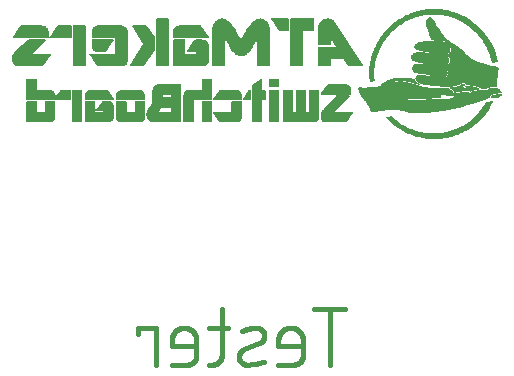
<source format=gbr>
G04 EAGLE Gerber X2 export*
G75*
%MOMM*%
%FSLAX34Y34*%
%LPD*%
%AMOC8*
5,1,8,0,0,1.08239X$1,22.5*%
G01*
%ADD10C,0.406400*%

G36*
X485729Y578232D02*
X485729Y578232D01*
X485794Y578234D01*
X485832Y578249D01*
X485861Y578254D01*
X485894Y578275D01*
X485948Y578298D01*
X487101Y579024D01*
X487688Y579302D01*
X488307Y579520D01*
X488948Y579682D01*
X489606Y579791D01*
X490273Y579853D01*
X491661Y579886D01*
X493773Y579904D01*
X493793Y579908D01*
X493819Y579906D01*
X494520Y579977D01*
X494580Y579996D01*
X494642Y580005D01*
X494674Y580025D01*
X494710Y580036D01*
X494758Y580076D01*
X494812Y580109D01*
X494833Y580140D01*
X494862Y580164D01*
X494891Y580220D01*
X494927Y580271D01*
X494938Y580313D01*
X494952Y580342D01*
X494955Y580380D01*
X494968Y580433D01*
X495199Y583220D01*
X495334Y584620D01*
X495952Y590225D01*
X495951Y590227D01*
X495952Y590230D01*
X496164Y592335D01*
X496164Y592341D01*
X496165Y592347D01*
X496380Y595160D01*
X496378Y595177D01*
X496382Y595200D01*
X496379Y595904D01*
X496370Y595946D01*
X496371Y595989D01*
X496350Y596043D01*
X496339Y596099D01*
X496314Y596134D01*
X496298Y596174D01*
X496250Y596226D01*
X496226Y596262D01*
X496206Y596275D01*
X496185Y596297D01*
X495695Y596677D01*
X495693Y596678D01*
X495548Y596755D01*
X494880Y596981D01*
X494874Y596981D01*
X494867Y596985D01*
X493518Y597398D01*
X493511Y597398D01*
X493503Y597402D01*
X492142Y597773D01*
X492137Y597774D01*
X492131Y597776D01*
X490761Y598115D01*
X490756Y598115D01*
X490750Y598118D01*
X485937Y599194D01*
X484578Y599526D01*
X483229Y599896D01*
X481889Y600293D01*
X479897Y600951D01*
X478592Y601438D01*
X477306Y601970D01*
X476042Y602553D01*
X475425Y602862D01*
X474204Y603528D01*
X473614Y603880D01*
X472450Y604639D01*
X471894Y605037D01*
X471373Y605443D01*
X470908Y605920D01*
X469955Y606945D01*
X468070Y609039D01*
X468066Y609043D01*
X468062Y609048D01*
X467094Y610074D01*
X467085Y610080D01*
X467078Y610090D01*
X466065Y611071D01*
X466059Y611075D01*
X466054Y611082D01*
X465010Y612031D01*
X465004Y612034D01*
X464999Y612041D01*
X464464Y612500D01*
X464454Y612505D01*
X464445Y612515D01*
X463330Y613380D01*
X463322Y613384D01*
X463314Y613392D01*
X462739Y613801D01*
X462733Y613804D01*
X462726Y613810D01*
X461552Y614591D01*
X461545Y614594D01*
X461538Y614600D01*
X460339Y615343D01*
X460336Y615345D01*
X460332Y615348D01*
X456703Y617510D01*
X455032Y618578D01*
X454976Y618599D01*
X454924Y618629D01*
X454917Y618630D01*
X454854Y618692D01*
X454844Y618703D01*
X454842Y618704D01*
X454841Y618705D01*
X453794Y619435D01*
X453249Y619848D01*
X452723Y620284D01*
X452221Y620743D01*
X451744Y621226D01*
X451292Y621733D01*
X450868Y622264D01*
X450475Y622815D01*
X450109Y623392D01*
X449399Y624601D01*
X449392Y624609D01*
X449387Y624621D01*
X448615Y625802D01*
X448609Y625808D01*
X448605Y625818D01*
X447789Y626969D01*
X447786Y626972D01*
X447784Y626976D01*
X445694Y629811D01*
X444892Y630955D01*
X444511Y631530D01*
X443786Y632716D01*
X443455Y633314D01*
X442528Y635197D01*
X442521Y635206D01*
X442516Y635220D01*
X442171Y635836D01*
X442163Y635845D01*
X442157Y635860D01*
X441778Y636455D01*
X441767Y636466D01*
X441759Y636483D01*
X441340Y637050D01*
X441326Y637063D01*
X441313Y637083D01*
X440848Y637613D01*
X440830Y637627D01*
X440812Y637650D01*
X440294Y638129D01*
X440270Y638143D01*
X440244Y638169D01*
X439670Y638577D01*
X439640Y638590D01*
X439604Y638616D01*
X438974Y638932D01*
X438939Y638941D01*
X438893Y638964D01*
X438218Y639165D01*
X438173Y639169D01*
X438086Y639185D01*
X437982Y639187D01*
X437941Y639180D01*
X437899Y639182D01*
X437830Y639160D01*
X437786Y639152D01*
X437768Y639140D01*
X437741Y639131D01*
X437123Y638808D01*
X437090Y638782D01*
X437033Y638748D01*
X436493Y638295D01*
X436473Y638271D01*
X436440Y638244D01*
X435973Y637717D01*
X435958Y637692D01*
X435931Y637663D01*
X435539Y637077D01*
X435529Y637051D01*
X435506Y637020D01*
X435196Y636387D01*
X435188Y636359D01*
X435170Y636325D01*
X434947Y635657D01*
X434943Y635627D01*
X434929Y635589D01*
X434802Y634895D01*
X434803Y634860D01*
X434794Y634812D01*
X434785Y634108D01*
X434793Y634071D01*
X434793Y634015D01*
X434917Y633320D01*
X434920Y633313D01*
X434920Y633303D01*
X435068Y632613D01*
X435071Y632607D01*
X435071Y632598D01*
X435241Y631914D01*
X435245Y631905D01*
X435246Y631894D01*
X435640Y630540D01*
X435645Y630530D01*
X435647Y630517D01*
X436335Y628516D01*
X436339Y628510D01*
X436340Y628502D01*
X437829Y624548D01*
X438518Y622569D01*
X438700Y621927D01*
X438821Y621266D01*
X438922Y620577D01*
X438925Y620568D01*
X438926Y620555D01*
X439059Y619863D01*
X439073Y619831D01*
X439077Y619796D01*
X439110Y619740D01*
X439135Y619679D01*
X439160Y619655D01*
X439177Y619625D01*
X439230Y619585D01*
X439277Y619539D01*
X439309Y619526D01*
X439337Y619506D01*
X439420Y619482D01*
X439462Y619466D01*
X439478Y619466D01*
X439497Y619461D01*
X440160Y619391D01*
X440177Y619392D01*
X440199Y619388D01*
X443722Y619296D01*
X446529Y619176D01*
X447932Y619092D01*
X449991Y618934D01*
X450501Y618800D01*
X450667Y618638D01*
X450646Y618569D01*
X450323Y618498D01*
X448278Y618607D01*
X448275Y618606D01*
X448271Y618607D01*
X446157Y618692D01*
X446153Y618691D01*
X446148Y618692D01*
X442622Y618768D01*
X442616Y618767D01*
X442610Y618768D01*
X439791Y618760D01*
X435560Y618781D01*
X435553Y618779D01*
X435545Y618781D01*
X434135Y618744D01*
X434128Y618742D01*
X434121Y618743D01*
X433417Y618706D01*
X433409Y618704D01*
X433399Y618704D01*
X431994Y618579D01*
X431984Y618576D01*
X431972Y618576D01*
X431273Y618483D01*
X431266Y618480D01*
X431256Y618480D01*
X430561Y618363D01*
X430553Y618360D01*
X430542Y618359D01*
X429851Y618215D01*
X429844Y618212D01*
X429833Y618211D01*
X429150Y618042D01*
X429136Y618035D01*
X429117Y618032D01*
X428446Y617817D01*
X428425Y617805D01*
X428396Y617798D01*
X427752Y617511D01*
X427730Y617496D01*
X427699Y617484D01*
X427093Y617123D01*
X427072Y617103D01*
X427038Y617085D01*
X426487Y616645D01*
X426467Y616621D01*
X426433Y616595D01*
X425952Y616080D01*
X425935Y616051D01*
X425903Y616017D01*
X425510Y615432D01*
X425501Y615410D01*
X425483Y615385D01*
X425157Y614761D01*
X425150Y614736D01*
X425135Y614713D01*
X425113Y614609D01*
X425102Y614570D01*
X425103Y614561D01*
X425101Y614551D01*
X425073Y613855D01*
X425079Y613815D01*
X425076Y613774D01*
X425097Y613702D01*
X425104Y613659D01*
X425116Y613641D01*
X425123Y613615D01*
X425432Y612987D01*
X425445Y612969D01*
X425453Y612948D01*
X425534Y612854D01*
X425553Y612829D01*
X425557Y612827D01*
X425561Y612822D01*
X426101Y612375D01*
X426126Y612362D01*
X426152Y612338D01*
X426748Y611961D01*
X426760Y611956D01*
X426773Y611946D01*
X427389Y611603D01*
X427401Y611600D01*
X427414Y611591D01*
X428048Y611283D01*
X428059Y611280D01*
X428071Y611272D01*
X428721Y610997D01*
X428732Y610995D01*
X428744Y610988D01*
X429406Y610745D01*
X429416Y610744D01*
X429427Y610738D01*
X430099Y610525D01*
X430108Y610524D01*
X430118Y610519D01*
X430798Y610333D01*
X430807Y610332D01*
X430816Y610328D01*
X431502Y610167D01*
X431513Y610166D01*
X431525Y610162D01*
X432911Y609902D01*
X432920Y609902D01*
X432929Y609899D01*
X433627Y609795D01*
X433633Y609795D01*
X433641Y609793D01*
X435041Y609625D01*
X435049Y609625D01*
X435058Y609623D01*
X439974Y609198D01*
X441341Y609057D01*
X441895Y608977D01*
X442196Y608738D01*
X442224Y608627D01*
X440311Y608716D01*
X438209Y608845D01*
X435410Y609080D01*
X433319Y609314D01*
X431939Y609500D01*
X431266Y609623D01*
X430585Y609771D01*
X430567Y609772D01*
X430545Y609778D01*
X429846Y609872D01*
X429828Y609870D01*
X429806Y609875D01*
X429101Y609912D01*
X429083Y609909D01*
X429061Y609912D01*
X428356Y609892D01*
X428338Y609888D01*
X428315Y609889D01*
X427615Y609811D01*
X427597Y609805D01*
X427573Y609805D01*
X426881Y609668D01*
X426863Y609660D01*
X426838Y609657D01*
X426161Y609460D01*
X426143Y609450D01*
X426117Y609444D01*
X425462Y609184D01*
X425443Y609172D01*
X425416Y609163D01*
X424790Y608838D01*
X424772Y608823D01*
X424744Y608811D01*
X424157Y608421D01*
X424139Y608403D01*
X424111Y608386D01*
X423573Y607931D01*
X423557Y607911D01*
X423530Y607891D01*
X423050Y607376D01*
X423030Y607345D01*
X422995Y607306D01*
X422614Y606717D01*
X422602Y606686D01*
X422551Y606575D01*
X422369Y605897D01*
X422366Y605852D01*
X422352Y605774D01*
X422341Y605070D01*
X422349Y605031D01*
X422350Y604972D01*
X422479Y604279D01*
X422490Y604252D01*
X422496Y604212D01*
X422719Y603544D01*
X422729Y603527D01*
X422733Y603507D01*
X422808Y603389D01*
X422818Y603371D01*
X422821Y603370D01*
X422822Y603367D01*
X423278Y602863D01*
X423314Y602837D01*
X423329Y602823D01*
X423336Y602813D01*
X423347Y602807D01*
X423382Y602775D01*
X423979Y602399D01*
X423993Y602394D01*
X424008Y602383D01*
X424628Y602047D01*
X424640Y602044D01*
X424652Y602035D01*
X425289Y601733D01*
X425299Y601731D01*
X425309Y601725D01*
X425958Y601450D01*
X425968Y601448D01*
X425978Y601442D01*
X427300Y600950D01*
X427306Y600949D01*
X427313Y600945D01*
X428648Y600489D01*
X428664Y600486D01*
X428683Y600478D01*
X429365Y600300D01*
X429379Y600299D01*
X429396Y600293D01*
X430088Y600159D01*
X430098Y600159D01*
X430110Y600155D01*
X431505Y599947D01*
X431516Y599948D01*
X431529Y599944D01*
X432933Y599805D01*
X432942Y599806D01*
X432953Y599803D01*
X435065Y599680D01*
X435071Y599680D01*
X435077Y599679D01*
X438551Y599559D01*
X439035Y599447D01*
X439332Y599125D01*
X439343Y599095D01*
X438689Y599052D01*
X438004Y599031D01*
X436617Y599052D01*
X435228Y599138D01*
X431021Y599522D01*
X431011Y599521D01*
X431000Y599524D01*
X428182Y599662D01*
X428175Y599661D01*
X428167Y599663D01*
X427461Y599675D01*
X427445Y599672D01*
X427424Y599674D01*
X426720Y599634D01*
X426694Y599627D01*
X426658Y599626D01*
X425965Y599498D01*
X425930Y599484D01*
X425878Y599474D01*
X425220Y599223D01*
X425191Y599205D01*
X425146Y599188D01*
X424538Y598831D01*
X424505Y598802D01*
X424446Y598762D01*
X423939Y598279D01*
X423933Y598271D01*
X423925Y598265D01*
X423831Y598128D01*
X423534Y597492D01*
X423524Y597450D01*
X423498Y597384D01*
X423352Y596695D01*
X423352Y596666D01*
X423343Y596628D01*
X423291Y595925D01*
X423293Y595909D01*
X423290Y595889D01*
X423289Y595184D01*
X423290Y595181D01*
X423290Y595179D01*
X423294Y595159D01*
X423296Y595153D01*
X423295Y595111D01*
X423395Y594427D01*
X423409Y594388D01*
X423413Y594347D01*
X423447Y594281D01*
X423462Y594240D01*
X423477Y594224D01*
X423489Y594199D01*
X423912Y593636D01*
X423938Y593613D01*
X423967Y593574D01*
X424478Y593089D01*
X424495Y593078D01*
X424512Y593060D01*
X425064Y592621D01*
X425099Y592603D01*
X425145Y592568D01*
X425767Y592247D01*
X425794Y592240D01*
X425826Y592222D01*
X426489Y591981D01*
X426496Y591980D01*
X426505Y591975D01*
X427176Y591757D01*
X427186Y591756D01*
X427198Y591751D01*
X428558Y591377D01*
X428569Y591376D01*
X428583Y591371D01*
X429960Y591068D01*
X429970Y591068D01*
X429980Y591064D01*
X431369Y590816D01*
X431375Y590817D01*
X431383Y590814D01*
X432778Y590607D01*
X432783Y590607D01*
X432789Y590605D01*
X437677Y589988D01*
X438236Y589899D01*
X438527Y589672D01*
X438345Y589555D01*
X437826Y589474D01*
X437195Y589551D01*
X437186Y589550D01*
X437175Y589553D01*
X435779Y589666D01*
X435092Y589742D01*
X433708Y589940D01*
X430927Y590387D01*
X430919Y590387D01*
X430909Y590390D01*
X429509Y590564D01*
X429499Y590563D01*
X429487Y590566D01*
X428784Y590622D01*
X428745Y590617D01*
X428689Y590620D01*
X427995Y590542D01*
X427982Y590538D01*
X427968Y590539D01*
X427811Y590485D01*
X427195Y590149D01*
X427193Y590147D01*
X427191Y590146D01*
X427086Y590062D01*
X427069Y590051D01*
X427067Y590047D01*
X427061Y590042D01*
X426595Y589517D01*
X426573Y589479D01*
X426518Y589402D01*
X426213Y588769D01*
X426202Y588727D01*
X426175Y588662D01*
X426020Y587976D01*
X426019Y587934D01*
X426008Y587873D01*
X425997Y587169D01*
X426005Y587129D01*
X426006Y587067D01*
X426139Y586375D01*
X426156Y586334D01*
X426183Y586247D01*
X426495Y585622D01*
X426522Y585587D01*
X426572Y585509D01*
X427046Y584987D01*
X427060Y584977D01*
X427073Y584960D01*
X427585Y584475D01*
X427600Y584466D01*
X427614Y584451D01*
X428161Y584006D01*
X428176Y583999D01*
X428190Y583984D01*
X428769Y583581D01*
X428784Y583574D01*
X428800Y583561D01*
X429406Y583201D01*
X429422Y583196D01*
X429438Y583184D01*
X430069Y582870D01*
X430086Y582865D01*
X430104Y582854D01*
X430757Y582588D01*
X430773Y582585D01*
X430792Y582575D01*
X431464Y582360D01*
X431482Y582358D01*
X431502Y582349D01*
X432189Y582188D01*
X432197Y582187D01*
X432206Y582184D01*
X432897Y582047D01*
X432901Y582047D01*
X432906Y582045D01*
X434294Y581794D01*
X434300Y581794D01*
X434307Y581791D01*
X436398Y581469D01*
X436403Y581469D01*
X436409Y581467D01*
X437808Y581284D01*
X437812Y581284D01*
X437818Y581283D01*
X439921Y581049D01*
X439925Y581049D01*
X439930Y581048D01*
X442037Y580854D01*
X442040Y580854D01*
X442044Y580853D01*
X444153Y580688D01*
X444156Y580689D01*
X444160Y580688D01*
X450494Y580272D01*
X450586Y580285D01*
X450679Y580295D01*
X450685Y580298D01*
X450691Y580299D01*
X450771Y580346D01*
X450852Y580392D01*
X450857Y580397D01*
X450862Y580401D01*
X450917Y580475D01*
X450965Y580537D01*
X451004Y580484D01*
X451036Y580426D01*
X451063Y580405D01*
X451083Y580378D01*
X451140Y580344D01*
X451193Y580303D01*
X451225Y580294D01*
X451254Y580277D01*
X451341Y580262D01*
X451385Y580251D01*
X451400Y580253D01*
X451418Y580250D01*
X454240Y580259D01*
X454246Y580260D01*
X454254Y580259D01*
X455664Y580304D01*
X455671Y580306D01*
X455679Y580305D01*
X456384Y580349D01*
X456390Y580351D01*
X456397Y580350D01*
X457099Y580414D01*
X457107Y580416D01*
X457116Y580416D01*
X457816Y580503D01*
X457824Y580505D01*
X457834Y580505D01*
X458531Y580618D01*
X458539Y580622D01*
X458551Y580622D01*
X459242Y580764D01*
X459252Y580769D01*
X459266Y580770D01*
X459949Y580946D01*
X459960Y580951D01*
X459975Y580953D01*
X460647Y581166D01*
X460656Y581171D01*
X460669Y581173D01*
X461991Y581659D01*
X461997Y581662D01*
X462004Y581664D01*
X462659Y581924D01*
X462671Y581932D01*
X462688Y581937D01*
X463326Y582239D01*
X463334Y582245D01*
X463346Y582249D01*
X463969Y582580D01*
X463975Y582584D01*
X463984Y582588D01*
X464595Y582939D01*
X464598Y582941D01*
X464603Y582943D01*
X467017Y584385D01*
X467548Y584674D01*
X467474Y584260D01*
X467107Y583842D01*
X467061Y583762D01*
X467013Y583683D01*
X467012Y583676D01*
X467008Y583669D01*
X466997Y583578D01*
X466983Y583486D01*
X466985Y583479D01*
X466984Y583472D01*
X467010Y583383D01*
X467033Y583294D01*
X467037Y583288D01*
X467040Y583281D01*
X467098Y583209D01*
X467154Y583136D01*
X467161Y583132D01*
X467165Y583127D01*
X467196Y583110D01*
X467296Y583049D01*
X468605Y582523D01*
X468610Y582522D01*
X468616Y582519D01*
X469937Y582025D01*
X469945Y582024D01*
X469953Y582019D01*
X471291Y581570D01*
X471301Y581569D01*
X471313Y581564D01*
X472669Y581177D01*
X472682Y581176D01*
X472697Y581170D01*
X474074Y580863D01*
X474087Y580863D01*
X474102Y580857D01*
X475480Y580632D01*
X476155Y580484D01*
X476166Y580484D01*
X476179Y580479D01*
X478255Y580127D01*
X478921Y579985D01*
X479567Y579808D01*
X480189Y579583D01*
X480732Y579326D01*
X481167Y578908D01*
X481189Y578895D01*
X481206Y578875D01*
X481302Y578823D01*
X481335Y578802D01*
X481344Y578801D01*
X481353Y578796D01*
X482016Y578572D01*
X482054Y578567D01*
X482106Y578550D01*
X482804Y578452D01*
X482825Y578453D01*
X482850Y578448D01*
X483536Y578415D01*
X484918Y578248D01*
X484937Y578249D01*
X484961Y578244D01*
X485665Y578221D01*
X485729Y578232D01*
G37*
G36*
X431770Y557633D02*
X431770Y557633D01*
X431782Y557632D01*
X432483Y557658D01*
X432498Y557662D01*
X432516Y557660D01*
X437427Y558168D01*
X437429Y558169D01*
X437431Y558168D01*
X440235Y558476D01*
X440237Y558477D01*
X440240Y558477D01*
X443742Y558899D01*
X443745Y558900D01*
X443750Y558900D01*
X447244Y559377D01*
X447248Y559378D01*
X447254Y559378D01*
X450738Y559929D01*
X450742Y559930D01*
X450748Y559930D01*
X452831Y560303D01*
X452834Y560304D01*
X452838Y560304D01*
X454223Y560573D01*
X454234Y560578D01*
X454248Y560579D01*
X465881Y563471D01*
X469996Y564461D01*
X470004Y564465D01*
X470016Y564467D01*
X470693Y564660D01*
X470700Y564663D01*
X470710Y564665D01*
X477422Y566833D01*
X477437Y566841D01*
X477458Y566846D01*
X478755Y567378D01*
X479402Y567619D01*
X480724Y568070D01*
X482061Y568485D01*
X486795Y569872D01*
X486802Y569875D01*
X486810Y569877D01*
X488151Y570316D01*
X488162Y570322D01*
X488178Y570326D01*
X488834Y570584D01*
X488915Y570636D01*
X489001Y570691D01*
X489001Y570692D01*
X489048Y570761D01*
X489113Y570856D01*
X489113Y570859D01*
X489150Y571018D01*
X489186Y571609D01*
X489416Y572088D01*
X489818Y572531D01*
X490318Y572956D01*
X490811Y573321D01*
X491391Y573543D01*
X492036Y573745D01*
X492695Y573911D01*
X493367Y574049D01*
X494043Y574162D01*
X496832Y574515D01*
X496843Y574518D01*
X496856Y574518D01*
X497497Y574631D01*
X498149Y574608D01*
X498172Y574612D01*
X498195Y574609D01*
X498269Y574628D01*
X498345Y574641D01*
X498365Y574654D01*
X498388Y574660D01*
X498484Y574729D01*
X498513Y574748D01*
X498516Y574753D01*
X498522Y574757D01*
X498846Y575086D01*
X498847Y575088D01*
X498849Y575089D01*
X498901Y575170D01*
X498955Y575253D01*
X498955Y575255D01*
X498956Y575257D01*
X498973Y575354D01*
X498989Y575449D01*
X498989Y575451D01*
X498989Y575453D01*
X498956Y575616D01*
X498703Y576273D01*
X498689Y576295D01*
X498685Y576314D01*
X498679Y576321D01*
X498674Y576336D01*
X498333Y576952D01*
X498314Y576976D01*
X498295Y577011D01*
X497871Y577574D01*
X497848Y577595D01*
X497823Y577630D01*
X497320Y578124D01*
X497291Y578143D01*
X497258Y578176D01*
X496682Y578582D01*
X496648Y578597D01*
X496603Y578627D01*
X495964Y578922D01*
X495923Y578932D01*
X495863Y578956D01*
X495176Y579109D01*
X495160Y579109D01*
X495141Y579115D01*
X494443Y579218D01*
X494433Y579217D01*
X494422Y579220D01*
X493020Y579368D01*
X493008Y579367D01*
X492995Y579370D01*
X492290Y579408D01*
X492281Y579407D01*
X492269Y579409D01*
X491564Y579418D01*
X491554Y579416D01*
X491541Y579418D01*
X490836Y579393D01*
X490823Y579390D01*
X490807Y579392D01*
X490105Y579327D01*
X490091Y579323D01*
X490073Y579323D01*
X489377Y579213D01*
X489361Y579207D01*
X489341Y579206D01*
X488654Y579046D01*
X488637Y579038D01*
X488614Y579035D01*
X487943Y578818D01*
X487926Y578809D01*
X487901Y578803D01*
X487252Y578527D01*
X487170Y578470D01*
X487090Y578416D01*
X487089Y578415D01*
X487088Y578414D01*
X487082Y578404D01*
X486995Y578279D01*
X486783Y577826D01*
X486765Y577754D01*
X486740Y577683D01*
X486742Y577658D01*
X486736Y577633D01*
X486748Y577559D01*
X486753Y577485D01*
X486765Y577459D01*
X486768Y577437D01*
X486787Y577407D01*
X486791Y577391D01*
X486803Y577374D01*
X486822Y577333D01*
X487170Y576822D01*
X487271Y576440D01*
X487169Y576281D01*
X486944Y576277D01*
X486568Y576592D01*
X486089Y577071D01*
X486055Y577094D01*
X486010Y577136D01*
X485425Y577522D01*
X485396Y577533D01*
X485350Y577555D01*
X485318Y577574D01*
X485305Y577576D01*
X485284Y577586D01*
X484606Y577774D01*
X484565Y577777D01*
X484505Y577791D01*
X483802Y577837D01*
X483775Y577833D01*
X483740Y577837D01*
X483036Y577796D01*
X483022Y577792D01*
X483003Y577793D01*
X480204Y577443D01*
X480199Y577441D01*
X480194Y577441D01*
X478798Y577237D01*
X478792Y577235D01*
X478783Y577235D01*
X477394Y576991D01*
X477385Y576987D01*
X477374Y576987D01*
X475996Y576685D01*
X475988Y576681D01*
X475977Y576680D01*
X475294Y576502D01*
X475288Y576499D01*
X475280Y576498D01*
X474603Y576300D01*
X474595Y576295D01*
X474583Y576293D01*
X473249Y575841D01*
X473244Y575839D01*
X473240Y575838D01*
X473158Y575788D01*
X473077Y575741D01*
X473074Y575737D01*
X473070Y575734D01*
X473014Y575657D01*
X472958Y575582D01*
X472957Y575577D01*
X472954Y575573D01*
X472912Y575412D01*
X472855Y574775D01*
X472859Y574741D01*
X472866Y574621D01*
X473019Y573936D01*
X473033Y573906D01*
X473042Y573862D01*
X473274Y573274D01*
X473367Y572803D01*
X473204Y572483D01*
X473042Y572398D01*
X472975Y572461D01*
X472771Y572983D01*
X472436Y574321D01*
X472426Y574341D01*
X472421Y574369D01*
X472181Y575031D01*
X472177Y575039D01*
X472175Y575047D01*
X472089Y575189D01*
X471633Y575714D01*
X471572Y575761D01*
X471516Y575813D01*
X471492Y575823D01*
X471475Y575835D01*
X471432Y575846D01*
X471362Y575875D01*
X470685Y576022D01*
X470642Y576022D01*
X470576Y576033D01*
X469871Y576030D01*
X469858Y576027D01*
X469842Y576029D01*
X469138Y575984D01*
X469128Y575981D01*
X469115Y575982D01*
X466318Y575672D01*
X464920Y575557D01*
X464915Y575556D01*
X464910Y575556D01*
X462103Y575271D01*
X462094Y575268D01*
X462082Y575269D01*
X461384Y575167D01*
X461372Y575163D01*
X461356Y575162D01*
X460665Y575022D01*
X460649Y575015D01*
X460627Y575012D01*
X459949Y574818D01*
X459932Y574809D01*
X459913Y574806D01*
X459844Y574763D01*
X459773Y574726D01*
X459760Y574711D01*
X459744Y574701D01*
X459658Y574587D01*
X459646Y574572D01*
X459646Y574570D01*
X459644Y574568D01*
X459357Y574015D01*
X459353Y574002D01*
X459345Y573992D01*
X459303Y573831D01*
X459238Y573150D01*
X459127Y572540D01*
X458914Y572074D01*
X457998Y571394D01*
X457404Y571191D01*
X457393Y571184D01*
X457377Y571181D01*
X456728Y570915D01*
X456705Y570900D01*
X456672Y570888D01*
X456071Y570551D01*
X455486Y570269D01*
X454860Y570084D01*
X454199Y569921D01*
X453531Y569792D01*
X452856Y569697D01*
X452175Y569632D01*
X451491Y569594D01*
X450802Y569582D01*
X450113Y569592D01*
X449421Y569620D01*
X448028Y569720D01*
X444523Y570053D01*
X444502Y570050D01*
X444475Y570055D01*
X442360Y570053D01*
X442350Y570051D01*
X442339Y570052D01*
X440225Y569963D01*
X440218Y569961D01*
X440210Y569962D01*
X438099Y569809D01*
X438094Y569807D01*
X438087Y569807D01*
X431771Y569191D01*
X429695Y569012D01*
X428318Y569050D01*
X426208Y569140D01*
X421283Y569415D01*
X421281Y569415D01*
X421279Y569415D01*
X419166Y569517D01*
X419161Y569516D01*
X419156Y569517D01*
X414926Y569641D01*
X414924Y569641D01*
X414921Y569641D01*
X412812Y569680D01*
X412121Y569711D01*
X411439Y569761D01*
X410320Y569909D01*
X410279Y569991D01*
X410291Y570105D01*
X412665Y570144D01*
X414069Y570135D01*
X416175Y570090D01*
X418987Y569988D01*
X426029Y569637D01*
X426031Y569637D01*
X426034Y569636D01*
X428148Y569550D01*
X428167Y569554D01*
X428185Y569550D01*
X428326Y569579D01*
X428344Y569582D01*
X428346Y569583D01*
X428348Y569584D01*
X428790Y569755D01*
X428833Y569783D01*
X428880Y569801D01*
X428916Y569836D01*
X428957Y569863D01*
X428986Y569905D01*
X429023Y569941D01*
X429042Y569986D01*
X429070Y570027D01*
X429080Y570077D01*
X429099Y570124D01*
X429101Y570183D01*
X429109Y570222D01*
X429103Y570251D01*
X429104Y570290D01*
X429013Y570938D01*
X429050Y571556D01*
X429182Y572214D01*
X429182Y572227D01*
X429187Y572242D01*
X429273Y572852D01*
X429351Y572693D01*
X429294Y572134D01*
X429296Y572117D01*
X429292Y572096D01*
X429273Y571392D01*
X429280Y571355D01*
X429279Y571301D01*
X429388Y570606D01*
X429403Y570566D01*
X429418Y570499D01*
X429663Y569884D01*
X429698Y569830D01*
X429725Y569771D01*
X429752Y569748D01*
X429771Y569718D01*
X429825Y569682D01*
X429873Y569639D01*
X429907Y569627D01*
X429937Y569607D01*
X430000Y569595D01*
X430061Y569574D01*
X430102Y569575D01*
X430132Y569570D01*
X430170Y569578D01*
X430228Y569580D01*
X430915Y569723D01*
X430978Y569749D01*
X431043Y569768D01*
X431068Y569788D01*
X431098Y569801D01*
X431145Y569850D01*
X431198Y569892D01*
X431213Y569921D01*
X431236Y569944D01*
X431260Y570008D01*
X431292Y570068D01*
X431297Y570104D01*
X431307Y570130D01*
X431305Y570171D01*
X431313Y570233D01*
X431283Y570927D01*
X431282Y570934D01*
X431282Y570943D01*
X431180Y572328D01*
X431187Y573004D01*
X431205Y573421D01*
X431250Y573447D01*
X431381Y573436D01*
X431533Y571751D01*
X431538Y571736D01*
X431537Y571716D01*
X431649Y571021D01*
X431653Y571011D01*
X431653Y570998D01*
X431797Y570308D01*
X431801Y570299D01*
X431801Y570289D01*
X431840Y570208D01*
X431875Y570126D01*
X431882Y570119D01*
X431887Y570109D01*
X431954Y570049D01*
X432019Y569988D01*
X432028Y569984D01*
X432036Y569978D01*
X432121Y569949D01*
X432204Y569917D01*
X432215Y569918D01*
X432224Y569914D01*
X432391Y569922D01*
X432878Y570027D01*
X432888Y570031D01*
X432900Y570032D01*
X432979Y570071D01*
X433060Y570107D01*
X433068Y570115D01*
X433078Y570120D01*
X433136Y570186D01*
X433197Y570251D01*
X433201Y570262D01*
X433208Y570270D01*
X433264Y570427D01*
X433386Y571110D01*
X433386Y571113D01*
X433387Y571116D01*
X433387Y571282D01*
X433268Y571977D01*
X433258Y572003D01*
X433253Y572041D01*
X433060Y572659D01*
X433353Y572531D01*
X433604Y572121D01*
X433780Y571533D01*
X433904Y570900D01*
X433945Y570423D01*
X433947Y570417D01*
X433946Y570410D01*
X433975Y570322D01*
X434002Y570233D01*
X434006Y570227D01*
X434008Y570221D01*
X434068Y570151D01*
X434128Y570079D01*
X434134Y570076D01*
X434138Y570071D01*
X434221Y570030D01*
X434304Y569987D01*
X434311Y569986D01*
X434317Y569983D01*
X434483Y569969D01*
X437992Y570251D01*
X441502Y570454D01*
X444306Y570540D01*
X447121Y570547D01*
X447172Y570558D01*
X447225Y570558D01*
X447269Y570578D01*
X447316Y570587D01*
X447359Y570617D01*
X447407Y570638D01*
X447440Y570673D01*
X447480Y570700D01*
X447508Y570744D01*
X447544Y570782D01*
X447565Y570835D01*
X447586Y570868D01*
X447591Y570898D01*
X447607Y570936D01*
X447758Y571602D01*
X447758Y571636D01*
X447769Y571681D01*
X447811Y572348D01*
X447921Y572859D01*
X448170Y573114D01*
X448665Y573235D01*
X449283Y573256D01*
X449934Y573188D01*
X451296Y572956D01*
X451974Y572808D01*
X451983Y572808D01*
X451992Y572805D01*
X452686Y572679D01*
X452694Y572680D01*
X452704Y572676D01*
X453403Y572577D01*
X453411Y572578D01*
X453421Y572575D01*
X454123Y572502D01*
X454132Y572503D01*
X454143Y572500D01*
X454846Y572455D01*
X454856Y572456D01*
X454867Y572454D01*
X455572Y572438D01*
X455581Y572439D01*
X455593Y572438D01*
X456298Y572451D01*
X456307Y572453D01*
X456319Y572451D01*
X457023Y572495D01*
X457033Y572497D01*
X457046Y572496D01*
X457747Y572571D01*
X457778Y572581D01*
X457896Y572611D01*
X458462Y572862D01*
X458463Y572862D01*
X458541Y572918D01*
X458624Y572977D01*
X458625Y572978D01*
X458670Y573052D01*
X458728Y573146D01*
X458728Y573147D01*
X458729Y573147D01*
X458759Y573311D01*
X458769Y574008D01*
X458762Y574045D01*
X458749Y574157D01*
X458550Y574832D01*
X458531Y574869D01*
X458510Y574929D01*
X458173Y575548D01*
X458152Y575573D01*
X458132Y575611D01*
X457706Y576172D01*
X457689Y576187D01*
X457674Y576210D01*
X457193Y576727D01*
X457182Y576735D01*
X457171Y576749D01*
X456659Y577234D01*
X456653Y577239D01*
X456647Y577246D01*
X456118Y577713D01*
X456092Y577728D01*
X456062Y577756D01*
X455476Y578141D01*
X455448Y578153D01*
X455414Y578176D01*
X454775Y578476D01*
X454762Y578479D01*
X454747Y578488D01*
X454091Y578747D01*
X454078Y578750D01*
X454063Y578757D01*
X453393Y578977D01*
X453380Y578978D01*
X453365Y578985D01*
X452683Y579166D01*
X452671Y579166D01*
X452656Y579172D01*
X451965Y579314D01*
X451952Y579314D01*
X451937Y579319D01*
X451240Y579421D01*
X451227Y579421D01*
X451213Y579424D01*
X450511Y579489D01*
X450498Y579488D01*
X450483Y579491D01*
X449779Y579517D01*
X449766Y579515D01*
X449752Y579518D01*
X449047Y579506D01*
X449035Y579503D01*
X449020Y579505D01*
X448316Y579455D01*
X448304Y579452D01*
X448289Y579453D01*
X447589Y579364D01*
X447577Y579360D01*
X447562Y579360D01*
X446868Y579234D01*
X446856Y579229D01*
X446841Y579228D01*
X446184Y579070D01*
X445547Y578996D01*
X443467Y578982D01*
X442075Y579023D01*
X439980Y579159D01*
X438591Y579297D01*
X437204Y579471D01*
X435823Y579681D01*
X434448Y579926D01*
X432384Y580357D01*
X432380Y580357D01*
X432376Y580359D01*
X431001Y580625D01*
X429645Y580944D01*
X428298Y581307D01*
X426958Y581708D01*
X425623Y582136D01*
X423622Y582813D01*
X423614Y582814D01*
X423604Y582818D01*
X422930Y583019D01*
X422921Y583020D01*
X422912Y583024D01*
X420180Y583728D01*
X420176Y583728D01*
X420171Y583730D01*
X418799Y584058D01*
X418792Y584059D01*
X418785Y584062D01*
X417404Y584349D01*
X417397Y584349D01*
X417388Y584352D01*
X416694Y584474D01*
X416684Y584474D01*
X416673Y584477D01*
X415275Y584663D01*
X415264Y584662D01*
X415251Y584665D01*
X414548Y584724D01*
X414539Y584723D01*
X414529Y584725D01*
X413824Y584757D01*
X413813Y584755D01*
X413799Y584758D01*
X411684Y584748D01*
X411665Y584744D01*
X411641Y584746D01*
X410939Y584682D01*
X410924Y584678D01*
X410905Y584678D01*
X410209Y584566D01*
X410196Y584561D01*
X410178Y584561D01*
X409490Y584406D01*
X409478Y584400D01*
X409462Y584398D01*
X408784Y584204D01*
X408773Y584198D01*
X408759Y584196D01*
X408092Y583965D01*
X408083Y583959D01*
X408069Y583956D01*
X407415Y583693D01*
X407407Y583688D01*
X407395Y583685D01*
X406753Y583393D01*
X406745Y583388D01*
X406734Y583385D01*
X406104Y583068D01*
X406098Y583062D01*
X406088Y583059D01*
X405470Y582719D01*
X405464Y582714D01*
X405456Y582710D01*
X405117Y582509D01*
X405030Y582566D01*
X405143Y582634D01*
X405150Y582640D01*
X405160Y582644D01*
X405745Y583028D01*
X405757Y583040D01*
X405774Y583049D01*
X406324Y583468D01*
X406884Y583846D01*
X407464Y584191D01*
X408063Y584497D01*
X408679Y584761D01*
X409301Y584975D01*
X409945Y585117D01*
X410615Y585219D01*
X411295Y585292D01*
X411979Y585336D01*
X412664Y585354D01*
X413353Y585346D01*
X414040Y585315D01*
X414725Y585262D01*
X416106Y585096D01*
X416787Y584988D01*
X418855Y584608D01*
X420222Y584324D01*
X421576Y583989D01*
X422922Y583616D01*
X427640Y582180D01*
X427643Y582180D01*
X427647Y582178D01*
X429002Y581787D01*
X429058Y581783D01*
X429113Y581768D01*
X429157Y581775D01*
X429201Y581771D01*
X429254Y581789D01*
X429309Y581797D01*
X429347Y581820D01*
X429389Y581834D01*
X429432Y581871D01*
X429479Y581900D01*
X429505Y581936D01*
X429539Y581965D01*
X429563Y582016D01*
X429596Y582061D01*
X429606Y582105D01*
X429625Y582145D01*
X429627Y582201D01*
X429640Y582255D01*
X429632Y582299D01*
X429634Y582343D01*
X429615Y582396D01*
X429605Y582451D01*
X429581Y582488D01*
X429565Y582530D01*
X429527Y582571D01*
X429496Y582617D01*
X429454Y582648D01*
X429429Y582674D01*
X429393Y582692D01*
X429361Y582715D01*
X428770Y583006D01*
X428176Y583333D01*
X427612Y583693D01*
X427083Y584093D01*
X426598Y584534D01*
X426168Y585019D01*
X425816Y585526D01*
X425599Y586076D01*
X425484Y586720D01*
X425464Y586769D01*
X425454Y586821D01*
X425428Y586861D01*
X425410Y586905D01*
X425373Y586942D01*
X425344Y586986D01*
X425304Y587013D01*
X425270Y587047D01*
X425222Y587067D01*
X425178Y587095D01*
X425122Y587108D01*
X425086Y587122D01*
X425056Y587122D01*
X425015Y587131D01*
X423660Y587193D01*
X422973Y587248D01*
X421583Y587399D01*
X418085Y587831D01*
X418075Y587830D01*
X418064Y587833D01*
X416658Y587946D01*
X416648Y587945D01*
X416636Y587948D01*
X415932Y587974D01*
X415930Y587974D01*
X415928Y587974D01*
X415442Y587990D01*
X415435Y587988D01*
X415426Y587990D01*
X414721Y587989D01*
X414714Y587988D01*
X414706Y587989D01*
X413296Y587945D01*
X413288Y587943D01*
X413279Y587944D01*
X411173Y587806D01*
X410476Y587779D01*
X410468Y587777D01*
X410457Y587778D01*
X409754Y587724D01*
X409746Y587722D01*
X409735Y587722D01*
X409034Y587641D01*
X409027Y587639D01*
X409017Y587639D01*
X408319Y587534D01*
X408312Y587531D01*
X408301Y587530D01*
X407608Y587399D01*
X407601Y587396D01*
X407592Y587396D01*
X406904Y587241D01*
X406897Y587238D01*
X406888Y587237D01*
X406205Y587060D01*
X406195Y587055D01*
X406182Y587053D01*
X404835Y586634D01*
X404824Y586627D01*
X404807Y586624D01*
X403488Y586124D01*
X403477Y586118D01*
X403462Y586114D01*
X402173Y585541D01*
X402166Y585536D01*
X402155Y585533D01*
X401522Y585221D01*
X401517Y585217D01*
X401509Y585214D01*
X399640Y584223D01*
X399629Y584213D01*
X399612Y584206D01*
X399012Y583835D01*
X399003Y583827D01*
X398990Y583821D01*
X398411Y583418D01*
X398404Y583411D01*
X398393Y583406D01*
X397832Y582979D01*
X397825Y582971D01*
X397813Y582964D01*
X396732Y582059D01*
X396727Y582053D01*
X396719Y582048D01*
X395703Y581138D01*
X395185Y580823D01*
X394585Y580597D01*
X393937Y580402D01*
X391937Y579900D01*
X389876Y579730D01*
X388480Y579653D01*
X387078Y579604D01*
X385676Y579576D01*
X383568Y579569D01*
X378636Y579643D01*
X378605Y579637D01*
X378482Y579621D01*
X377959Y579460D01*
X377909Y579433D01*
X377855Y579415D01*
X377822Y579386D01*
X377784Y579365D01*
X377749Y579321D01*
X377706Y579284D01*
X377687Y579244D01*
X377660Y579210D01*
X377645Y579155D01*
X377621Y579104D01*
X377617Y579053D01*
X377607Y579018D01*
X377611Y578985D01*
X377608Y578938D01*
X377671Y578236D01*
X377674Y578224D01*
X377674Y578209D01*
X377776Y577511D01*
X377780Y577497D01*
X377781Y577480D01*
X377927Y576790D01*
X377933Y576775D01*
X377935Y576755D01*
X378130Y576077D01*
X378138Y576061D01*
X378143Y576038D01*
X378393Y575379D01*
X378412Y575349D01*
X378429Y575302D01*
X378768Y574727D01*
X379034Y574112D01*
X379060Y574075D01*
X379096Y574007D01*
X379470Y573518D01*
X379782Y572931D01*
X379788Y572924D01*
X379792Y572913D01*
X380149Y572305D01*
X380163Y572289D01*
X380175Y572264D01*
X380589Y571694D01*
X380613Y571672D01*
X380638Y571636D01*
X381101Y571167D01*
X381915Y570102D01*
X382264Y569522D01*
X382292Y569492D01*
X382326Y569440D01*
X382801Y568927D01*
X382808Y568921D01*
X382815Y568912D01*
X383293Y568437D01*
X383695Y567925D01*
X384056Y567364D01*
X385081Y565537D01*
X385088Y565528D01*
X385093Y565515D01*
X385842Y564324D01*
X385847Y564319D01*
X385850Y564312D01*
X386225Y563752D01*
X386531Y563171D01*
X386798Y562540D01*
X386809Y562525D01*
X386816Y562503D01*
X387126Y561914D01*
X387339Y561296D01*
X387529Y560631D01*
X387543Y560604D01*
X387553Y560565D01*
X387826Y559952D01*
X388018Y559318D01*
X388048Y559262D01*
X388070Y559202D01*
X388095Y559175D01*
X388113Y559143D01*
X388162Y559103D01*
X388206Y559057D01*
X388243Y559038D01*
X388268Y559019D01*
X388305Y559008D01*
X388355Y558984D01*
X388988Y558798D01*
X388991Y558798D01*
X388994Y558796D01*
X389160Y558779D01*
X390568Y558867D01*
X390574Y558868D01*
X390583Y558868D01*
X391987Y558997D01*
X391992Y558999D01*
X391999Y558998D01*
X393400Y559160D01*
X393404Y559161D01*
X393410Y559161D01*
X395507Y559444D01*
X395509Y559445D01*
X395511Y559445D01*
X399698Y560046D01*
X401089Y560228D01*
X402480Y560386D01*
X403873Y560513D01*
X405265Y560601D01*
X406634Y560645D01*
X408022Y560631D01*
X409411Y560555D01*
X410797Y560425D01*
X412181Y560248D01*
X413560Y560030D01*
X414937Y559778D01*
X416311Y559499D01*
X418373Y559042D01*
X421805Y558252D01*
X421821Y558251D01*
X421839Y558245D01*
X422535Y558135D01*
X422549Y558136D01*
X422567Y558131D01*
X425376Y557870D01*
X425382Y557870D01*
X425389Y557869D01*
X427500Y557728D01*
X427506Y557728D01*
X427514Y557727D01*
X429628Y557644D01*
X429636Y557645D01*
X429645Y557644D01*
X431761Y557631D01*
X431770Y557633D01*
G37*
G36*
X264403Y597417D02*
X264403Y597417D01*
X264411Y597415D01*
X264500Y597436D01*
X264590Y597455D01*
X264597Y597459D01*
X264605Y597461D01*
X264678Y597515D01*
X264754Y597567D01*
X264758Y597574D01*
X264765Y597579D01*
X264811Y597658D01*
X264861Y597735D01*
X264862Y597743D01*
X264866Y597750D01*
X264894Y597914D01*
X264894Y620462D01*
X267803Y615209D01*
X267808Y615204D01*
X267811Y615196D01*
X268529Y613984D01*
X268534Y613978D01*
X268538Y613970D01*
X269297Y612782D01*
X269303Y612775D01*
X269307Y612765D01*
X270112Y611608D01*
X270120Y611601D01*
X270126Y611589D01*
X270986Y610472D01*
X270994Y610466D01*
X271000Y610455D01*
X271454Y609916D01*
X271460Y609911D01*
X271465Y609904D01*
X271937Y609380D01*
X271944Y609375D01*
X271950Y609366D01*
X272441Y608861D01*
X272449Y608855D01*
X272457Y608846D01*
X272969Y608363D01*
X272979Y608357D01*
X272989Y608346D01*
X273526Y607890D01*
X273537Y607883D01*
X273548Y607872D01*
X274111Y607447D01*
X274124Y607440D01*
X274139Y607427D01*
X274729Y607043D01*
X274745Y607036D01*
X274763Y607022D01*
X275381Y606686D01*
X275401Y606680D01*
X275422Y606666D01*
X276069Y606386D01*
X276092Y606382D01*
X276118Y606368D01*
X276790Y606158D01*
X276816Y606156D01*
X276847Y606144D01*
X277540Y606015D01*
X277567Y606015D01*
X277602Y606007D01*
X278305Y605966D01*
X278334Y605970D01*
X278371Y605966D01*
X279074Y606018D01*
X279100Y606026D01*
X279137Y606027D01*
X279827Y606168D01*
X279850Y606178D01*
X279883Y606183D01*
X280552Y606404D01*
X280572Y606415D01*
X280600Y606423D01*
X281243Y606711D01*
X281259Y606723D01*
X281283Y606732D01*
X281897Y607078D01*
X281910Y607089D01*
X281930Y607098D01*
X282515Y607490D01*
X282525Y607501D01*
X282542Y607509D01*
X283100Y607939D01*
X283108Y607949D01*
X283122Y607958D01*
X283655Y608419D01*
X283661Y608428D01*
X283673Y608435D01*
X284182Y608922D01*
X284188Y608930D01*
X284197Y608937D01*
X284685Y609446D01*
X284690Y609453D01*
X284698Y609459D01*
X285167Y609986D01*
X285170Y609992D01*
X285177Y609998D01*
X285628Y610540D01*
X285633Y610548D01*
X285642Y610556D01*
X286497Y611676D01*
X286502Y611685D01*
X286511Y611695D01*
X287313Y612854D01*
X287316Y612862D01*
X287323Y612870D01*
X288080Y614059D01*
X288083Y614066D01*
X288088Y614073D01*
X288806Y615286D01*
X288807Y615290D01*
X288810Y615294D01*
X289853Y617133D01*
X289854Y617135D01*
X289856Y617137D01*
X291697Y620462D01*
X291697Y598529D01*
X291703Y598498D01*
X291703Y598457D01*
X291793Y597842D01*
X291817Y597774D01*
X291834Y597704D01*
X291850Y597682D01*
X291860Y597655D01*
X291909Y597602D01*
X291952Y597544D01*
X291976Y597530D01*
X291995Y597509D01*
X292061Y597479D01*
X292123Y597443D01*
X292154Y597438D01*
X292177Y597427D01*
X292220Y597426D01*
X292287Y597415D01*
X301448Y597415D01*
X301466Y597419D01*
X301489Y597417D01*
X302140Y597470D01*
X302224Y597495D01*
X302309Y597515D01*
X302319Y597522D01*
X302331Y597526D01*
X302399Y597581D01*
X302469Y597633D01*
X302476Y597643D01*
X302485Y597651D01*
X302526Y597729D01*
X302571Y597804D01*
X302573Y597817D01*
X302578Y597827D01*
X302582Y597869D01*
X302599Y597968D01*
X302599Y629681D01*
X302598Y629686D01*
X302598Y629693D01*
X302581Y630397D01*
X302577Y630415D01*
X302579Y630438D01*
X302503Y631139D01*
X302497Y631158D01*
X302497Y631183D01*
X302359Y631874D01*
X302351Y631893D01*
X302348Y631920D01*
X302145Y632595D01*
X302134Y632614D01*
X302128Y632641D01*
X301860Y633292D01*
X301848Y633310D01*
X301839Y633336D01*
X301510Y633958D01*
X301496Y633975D01*
X301485Y634000D01*
X301097Y634588D01*
X301083Y634602D01*
X301071Y634624D01*
X300632Y635175D01*
X300617Y635187D01*
X300604Y635206D01*
X300121Y635718D01*
X300112Y635725D01*
X300109Y635728D01*
X300104Y635731D01*
X300093Y635746D01*
X299571Y636219D01*
X299561Y636224D01*
X299559Y636227D01*
X299550Y636233D01*
X299537Y636246D01*
X298977Y636672D01*
X298958Y636681D01*
X298939Y636698D01*
X298342Y637072D01*
X298322Y637079D01*
X298300Y637095D01*
X297669Y637409D01*
X297649Y637415D01*
X297625Y637429D01*
X296967Y637680D01*
X296945Y637684D01*
X296920Y637695D01*
X296241Y637881D01*
X296220Y637883D01*
X296195Y637891D01*
X295501Y638012D01*
X295481Y638012D01*
X295457Y638018D01*
X294755Y638077D01*
X294736Y638075D01*
X294711Y638079D01*
X294007Y638076D01*
X293983Y638071D01*
X293950Y638073D01*
X293251Y637991D01*
X293227Y637983D01*
X293196Y637981D01*
X292510Y637821D01*
X292489Y637812D01*
X292461Y637807D01*
X291795Y637577D01*
X291777Y637567D01*
X291752Y637561D01*
X291110Y637272D01*
X291096Y637261D01*
X291075Y637254D01*
X290457Y636916D01*
X290445Y636906D01*
X290427Y636898D01*
X289834Y636517D01*
X289824Y636508D01*
X289809Y636500D01*
X289240Y636085D01*
X289232Y636076D01*
X289220Y636069D01*
X288673Y635624D01*
X288667Y635616D01*
X288656Y635609D01*
X288130Y635140D01*
X288125Y635132D01*
X288116Y635126D01*
X287609Y634636D01*
X287605Y634630D01*
X287597Y634624D01*
X287108Y634116D01*
X287104Y634110D01*
X287097Y634104D01*
X286625Y633581D01*
X286620Y633573D01*
X286612Y633566D01*
X285711Y632482D01*
X285707Y632475D01*
X285699Y632468D01*
X285269Y631911D01*
X285266Y631904D01*
X285260Y631899D01*
X284432Y630758D01*
X284429Y630751D01*
X284422Y630743D01*
X283635Y629574D01*
X283632Y629567D01*
X283625Y629559D01*
X282508Y627764D01*
X282505Y627755D01*
X282497Y627745D01*
X278298Y620278D01*
X276122Y624163D01*
X276121Y624164D01*
X276120Y624167D01*
X274372Y627226D01*
X274369Y627230D01*
X274367Y627235D01*
X273642Y628444D01*
X273639Y628447D01*
X273636Y628453D01*
X272886Y629646D01*
X272881Y629651D01*
X272877Y629660D01*
X271695Y631412D01*
X271688Y631419D01*
X271682Y631430D01*
X270844Y632562D01*
X270838Y632567D01*
X270834Y632576D01*
X270396Y633128D01*
X270388Y633134D01*
X270382Y633144D01*
X269460Y634210D01*
X269450Y634217D01*
X269441Y634230D01*
X268952Y634737D01*
X268945Y634741D01*
X268938Y634750D01*
X268430Y635238D01*
X268421Y635243D01*
X268414Y635252D01*
X267885Y635718D01*
X267875Y635724D01*
X267874Y635725D01*
X267872Y635728D01*
X267871Y635729D01*
X267866Y635734D01*
X267314Y636173D01*
X267303Y636178D01*
X267293Y636189D01*
X266718Y636597D01*
X266705Y636602D01*
X266691Y636614D01*
X266092Y636984D01*
X266076Y636990D01*
X266060Y637002D01*
X265435Y637328D01*
X265418Y637333D01*
X265398Y637345D01*
X264749Y637618D01*
X264729Y637622D01*
X264706Y637634D01*
X264034Y637847D01*
X264012Y637849D01*
X263985Y637859D01*
X263296Y638003D01*
X263272Y638003D01*
X263242Y638011D01*
X262541Y638079D01*
X262518Y638076D01*
X262488Y638081D01*
X261784Y638074D01*
X261765Y638070D01*
X261742Y638072D01*
X261040Y638006D01*
X261021Y638000D01*
X260996Y637999D01*
X260303Y637870D01*
X260284Y637862D01*
X260257Y637859D01*
X259580Y637665D01*
X259561Y637655D01*
X259534Y637649D01*
X258879Y637390D01*
X258861Y637378D01*
X258834Y637370D01*
X258208Y637048D01*
X258191Y637034D01*
X258167Y637024D01*
X257574Y636643D01*
X257559Y636629D01*
X257536Y636617D01*
X256981Y636184D01*
X256969Y636170D01*
X256949Y636157D01*
X256431Y635680D01*
X256421Y635665D01*
X256403Y635651D01*
X255925Y635134D01*
X255915Y635118D01*
X255898Y635102D01*
X255465Y634547D01*
X255456Y634529D01*
X255438Y634510D01*
X255058Y633917D01*
X255050Y633897D01*
X255034Y633875D01*
X254711Y633249D01*
X254706Y633228D01*
X254691Y633205D01*
X254431Y632550D01*
X254430Y632545D01*
X254429Y632542D01*
X254426Y632525D01*
X254416Y632503D01*
X254221Y631826D01*
X254220Y631806D01*
X254211Y631781D01*
X254081Y631089D01*
X254081Y631069D01*
X254074Y631044D01*
X254007Y630343D01*
X254009Y630325D01*
X254005Y630304D01*
X253993Y629599D01*
X253994Y629595D01*
X253993Y629591D01*
X253993Y598582D01*
X253995Y598570D01*
X253994Y598555D01*
X254030Y597887D01*
X254054Y597795D01*
X254076Y597704D01*
X254079Y597700D01*
X254080Y597695D01*
X254138Y597619D01*
X254194Y597544D01*
X254198Y597541D01*
X254202Y597537D01*
X254284Y597491D01*
X254365Y597443D01*
X254371Y597442D01*
X254375Y597439D01*
X254406Y597436D01*
X254529Y597415D01*
X264395Y597415D01*
X264403Y597417D01*
G37*
G36*
X353828Y597415D02*
X353828Y597415D01*
X353836Y597417D01*
X353844Y597415D01*
X353933Y597436D01*
X354023Y597455D01*
X354030Y597459D01*
X354038Y597461D01*
X354111Y597515D01*
X354187Y597567D01*
X354191Y597574D01*
X354198Y597579D01*
X354244Y597658D01*
X354294Y597735D01*
X354295Y597743D01*
X354299Y597750D01*
X354327Y597914D01*
X354327Y603327D01*
X354395Y603381D01*
X365373Y603381D01*
X365682Y603180D01*
X369087Y597937D01*
X369116Y597907D01*
X369137Y597872D01*
X369195Y597827D01*
X369226Y597795D01*
X369246Y597787D01*
X369268Y597770D01*
X369815Y597475D01*
X369853Y597463D01*
X369888Y597443D01*
X369963Y597430D01*
X370005Y597417D01*
X370026Y597420D01*
X370052Y597415D01*
X381354Y597415D01*
X381437Y597432D01*
X381522Y597444D01*
X381534Y597452D01*
X381549Y597455D01*
X381619Y597503D01*
X381692Y597547D01*
X381700Y597559D01*
X381713Y597567D01*
X381759Y597639D01*
X381808Y597708D01*
X381812Y597722D01*
X381820Y597735D01*
X381834Y597819D01*
X381853Y597902D01*
X381851Y597918D01*
X381853Y597931D01*
X381843Y597973D01*
X381829Y598066D01*
X381681Y598531D01*
X381659Y598570D01*
X381624Y598651D01*
X358964Y633628D01*
X358579Y634221D01*
X358573Y634227D01*
X358568Y634237D01*
X358160Y634814D01*
X358148Y634825D01*
X358138Y634842D01*
X357690Y635388D01*
X357676Y635399D01*
X357663Y635418D01*
X357172Y635926D01*
X357156Y635937D01*
X357140Y635956D01*
X356607Y636418D01*
X356589Y636429D01*
X356570Y636448D01*
X355995Y636858D01*
X355975Y636866D01*
X355953Y636884D01*
X355340Y637235D01*
X355319Y637242D01*
X355295Y637258D01*
X354650Y637545D01*
X354628Y637549D01*
X354603Y637563D01*
X353932Y637783D01*
X353910Y637785D01*
X353885Y637796D01*
X353196Y637950D01*
X353176Y637950D01*
X353152Y637958D01*
X352451Y638049D01*
X352433Y638048D01*
X352410Y638053D01*
X351704Y638085D01*
X351686Y638082D01*
X351664Y638085D01*
X350958Y638061D01*
X350939Y638056D01*
X350914Y638057D01*
X350213Y637969D01*
X350193Y637962D01*
X350165Y637961D01*
X349476Y637806D01*
X349456Y637796D01*
X349428Y637792D01*
X348758Y637568D01*
X348739Y637557D01*
X348711Y637550D01*
X348068Y637260D01*
X348050Y637247D01*
X348024Y637237D01*
X347412Y636886D01*
X347396Y636872D01*
X347372Y636860D01*
X346796Y636452D01*
X346783Y636437D01*
X346761Y636424D01*
X346224Y635967D01*
X346214Y635954D01*
X346198Y635943D01*
X345693Y635449D01*
X345686Y635437D01*
X345672Y635427D01*
X345199Y634903D01*
X345190Y634886D01*
X345172Y634870D01*
X344745Y634308D01*
X344736Y634290D01*
X344719Y634270D01*
X344345Y633671D01*
X344337Y633651D01*
X344321Y633629D01*
X344008Y632996D01*
X344002Y632974D01*
X343987Y632950D01*
X343739Y632289D01*
X343736Y632267D01*
X343724Y632241D01*
X343543Y631559D01*
X343542Y631537D01*
X343533Y631510D01*
X343421Y630813D01*
X343422Y630793D01*
X343415Y630768D01*
X343368Y630063D01*
X343370Y630048D01*
X343367Y630029D01*
X343364Y615902D01*
X343373Y615860D01*
X343371Y615817D01*
X343392Y615764D01*
X343404Y615707D01*
X343428Y615672D01*
X343443Y615632D01*
X343484Y615591D01*
X343516Y615543D01*
X343552Y615520D01*
X343582Y615489D01*
X343647Y615460D01*
X343684Y615436D01*
X343706Y615432D01*
X343733Y615420D01*
X344289Y615270D01*
X344334Y615267D01*
X344420Y615252D01*
X353602Y615252D01*
X353702Y615272D01*
X353795Y615291D01*
X353796Y615292D01*
X353797Y615292D01*
X353880Y615348D01*
X353960Y615403D01*
X353961Y615404D01*
X353966Y615412D01*
X354055Y615540D01*
X354280Y616021D01*
X354286Y616046D01*
X354299Y616068D01*
X354318Y616176D01*
X354327Y616214D01*
X354325Y616222D01*
X354327Y616232D01*
X354327Y620726D01*
X358561Y614283D01*
X344166Y614283D01*
X344118Y614273D01*
X344070Y614273D01*
X344022Y614253D01*
X343971Y614243D01*
X343931Y614216D01*
X343886Y614197D01*
X343841Y614154D01*
X343807Y614130D01*
X343792Y614107D01*
X343766Y614082D01*
X343464Y613678D01*
X343431Y613609D01*
X343430Y613607D01*
X343407Y613571D01*
X343406Y613567D01*
X343392Y613543D01*
X343388Y613517D01*
X343379Y613498D01*
X343377Y613454D01*
X343364Y613379D01*
X343364Y598545D01*
X343370Y598520D01*
X343368Y598486D01*
X343443Y597855D01*
X343468Y597780D01*
X343486Y597704D01*
X343499Y597687D01*
X343506Y597666D01*
X343558Y597607D01*
X343604Y597544D01*
X343623Y597533D01*
X343637Y597517D01*
X343708Y597483D01*
X343775Y597443D01*
X343799Y597439D01*
X343816Y597430D01*
X343861Y597428D01*
X343939Y597415D01*
X353828Y597415D01*
G37*
G36*
X226957Y550090D02*
X226957Y550090D01*
X227027Y550095D01*
X227054Y550109D01*
X227083Y550115D01*
X227141Y550155D01*
X227204Y550188D01*
X227222Y550211D01*
X227247Y550228D01*
X227285Y550287D01*
X227330Y550341D01*
X227340Y550373D01*
X227354Y550395D01*
X227361Y550437D01*
X227382Y550499D01*
X227475Y551112D01*
X227474Y551144D01*
X227481Y551187D01*
X227481Y572357D01*
X227463Y572447D01*
X227447Y572538D01*
X227443Y572545D01*
X227441Y572552D01*
X227389Y572628D01*
X227340Y572705D01*
X227333Y572710D01*
X227329Y572716D01*
X227251Y572766D01*
X227175Y572817D01*
X227167Y572819D01*
X227161Y572823D01*
X227125Y572829D01*
X227013Y572855D01*
X226350Y572898D01*
X226336Y572896D01*
X226318Y572899D01*
X219261Y572899D01*
X219196Y572885D01*
X219130Y572881D01*
X219100Y572866D01*
X219067Y572859D01*
X219012Y572821D01*
X218952Y572791D01*
X218930Y572766D01*
X218903Y572747D01*
X218867Y572691D01*
X218824Y572640D01*
X218811Y572603D01*
X218796Y572579D01*
X218789Y572539D01*
X218769Y572482D01*
X218667Y571879D01*
X218668Y571844D01*
X218660Y571796D01*
X218660Y571356D01*
X218585Y571305D01*
X211937Y571305D01*
X211885Y571377D01*
X211885Y573295D01*
X211908Y573445D01*
X226300Y573445D01*
X226307Y573447D01*
X226317Y573446D01*
X226998Y573469D01*
X226999Y573469D01*
X227102Y573494D01*
X227192Y573515D01*
X227192Y573516D01*
X227272Y573574D01*
X227352Y573633D01*
X227352Y573634D01*
X227403Y573719D01*
X227453Y573804D01*
X227453Y573805D01*
X227454Y573809D01*
X227481Y573968D01*
X227481Y581025D01*
X227480Y581029D01*
X227481Y581034D01*
X227469Y581727D01*
X227468Y581731D01*
X227468Y581735D01*
X227446Y581828D01*
X227426Y581921D01*
X227423Y581925D01*
X227422Y581928D01*
X227366Y582005D01*
X227310Y582083D01*
X227307Y582085D01*
X227304Y582089D01*
X227222Y582137D01*
X227141Y582187D01*
X227137Y582188D01*
X227133Y582190D01*
X226969Y582218D01*
X207916Y582218D01*
X207912Y582217D01*
X207906Y582218D01*
X207201Y582204D01*
X207164Y582195D01*
X207111Y582194D01*
X206421Y582052D01*
X206380Y582035D01*
X206307Y582014D01*
X205671Y581713D01*
X205636Y581686D01*
X205572Y581650D01*
X205024Y581209D01*
X204998Y581178D01*
X204953Y581140D01*
X204502Y580599D01*
X204486Y580570D01*
X204457Y580537D01*
X204093Y579933D01*
X204085Y579909D01*
X204066Y579882D01*
X203774Y579241D01*
X203770Y579225D01*
X203762Y579212D01*
X203761Y579205D01*
X203757Y579198D01*
X203524Y578532D01*
X203522Y578515D01*
X203513Y578496D01*
X203331Y577815D01*
X203330Y577802D01*
X203325Y577788D01*
X203181Y577097D01*
X203181Y577087D01*
X203176Y577074D01*
X203064Y576378D01*
X203065Y576369D01*
X203062Y576359D01*
X202976Y575659D01*
X202976Y575651D01*
X202974Y575643D01*
X202911Y574940D01*
X202912Y574931D01*
X202909Y574920D01*
X202838Y573511D01*
X202840Y573500D01*
X202838Y573487D01*
X202832Y571370D01*
X202834Y571362D01*
X202832Y571352D01*
X202879Y569942D01*
X202881Y569933D01*
X202880Y569922D01*
X203081Y567182D01*
X202970Y566698D01*
X201824Y565036D01*
X200198Y562733D01*
X200194Y562725D01*
X200186Y562717D01*
X199803Y562125D01*
X199799Y562114D01*
X199789Y562103D01*
X199436Y561492D01*
X199433Y561483D01*
X199426Y561475D01*
X199098Y560850D01*
X199095Y560839D01*
X199087Y560828D01*
X198790Y560188D01*
X198787Y560175D01*
X198779Y560161D01*
X198520Y559505D01*
X198517Y559489D01*
X198508Y559471D01*
X198296Y558798D01*
X198294Y558778D01*
X198285Y558755D01*
X198134Y558066D01*
X198133Y558042D01*
X198125Y558012D01*
X198051Y557311D01*
X198053Y557285D01*
X198048Y557250D01*
X198059Y556545D01*
X198064Y556523D01*
X198062Y556495D01*
X198145Y555794D01*
X198152Y555772D01*
X198154Y555741D01*
X198311Y555054D01*
X198321Y555031D01*
X198327Y554999D01*
X198562Y554334D01*
X198575Y554312D01*
X198584Y554280D01*
X198895Y553647D01*
X198911Y553627D01*
X198924Y553597D01*
X199306Y553004D01*
X199323Y552987D01*
X199338Y552960D01*
X199783Y552412D01*
X199800Y552398D01*
X199816Y552375D01*
X200314Y551875D01*
X200332Y551862D01*
X200351Y551840D01*
X200896Y551393D01*
X200917Y551382D01*
X200940Y551362D01*
X201530Y550976D01*
X201554Y550966D01*
X201581Y550947D01*
X202212Y550632D01*
X202237Y550626D01*
X202265Y550610D01*
X202929Y550371D01*
X202954Y550367D01*
X202984Y550354D01*
X203671Y550194D01*
X203695Y550193D01*
X203724Y550184D01*
X204424Y550098D01*
X204443Y550100D01*
X204467Y550095D01*
X204994Y550076D01*
X205002Y550077D01*
X205012Y550076D01*
X226888Y550076D01*
X226957Y550090D01*
G37*
G36*
X157562Y597415D02*
X157562Y597415D01*
X177337Y597423D01*
X177363Y597428D01*
X177397Y597427D01*
X178098Y597512D01*
X178128Y597522D01*
X178170Y597526D01*
X178850Y597714D01*
X178879Y597728D01*
X178922Y597740D01*
X179566Y598029D01*
X179592Y598047D01*
X179631Y598064D01*
X180225Y598446D01*
X180246Y598466D01*
X180279Y598486D01*
X180816Y598945D01*
X180832Y598966D01*
X180860Y598987D01*
X181336Y599508D01*
X181351Y599532D01*
X181377Y599559D01*
X181781Y600138D01*
X181793Y600167D01*
X181818Y600201D01*
X182133Y600832D01*
X182142Y600863D01*
X182162Y600903D01*
X182377Y601574D01*
X182381Y601606D01*
X182395Y601647D01*
X182507Y602344D01*
X182506Y602372D01*
X182514Y602408D01*
X182535Y603114D01*
X182533Y603121D01*
X182535Y603129D01*
X182535Y626436D01*
X182534Y626442D01*
X182535Y626449D01*
X182515Y627155D01*
X182509Y627183D01*
X182509Y627222D01*
X182395Y627918D01*
X182383Y627949D01*
X182376Y627993D01*
X182156Y628664D01*
X182140Y628692D01*
X182126Y628735D01*
X181805Y629363D01*
X181786Y629388D01*
X181768Y629425D01*
X181359Y630000D01*
X181338Y630019D01*
X181318Y630050D01*
X180839Y630568D01*
X180818Y630584D01*
X180795Y630611D01*
X180256Y631066D01*
X180230Y631080D01*
X180201Y631107D01*
X179606Y631485D01*
X179576Y631496D01*
X179540Y631520D01*
X178895Y631805D01*
X178863Y631812D01*
X178823Y631831D01*
X178142Y632015D01*
X178111Y632017D01*
X178070Y632028D01*
X177369Y632111D01*
X177344Y632109D01*
X177311Y632114D01*
X157536Y632120D01*
X157532Y632119D01*
X157527Y632120D01*
X156821Y632108D01*
X156795Y632102D01*
X156761Y632103D01*
X156062Y632006D01*
X156032Y631996D01*
X155988Y631990D01*
X155312Y631789D01*
X155282Y631773D01*
X155238Y631760D01*
X154602Y631453D01*
X154576Y631433D01*
X154535Y631414D01*
X153955Y631013D01*
X153934Y630991D01*
X153901Y630969D01*
X153382Y630491D01*
X153370Y630474D01*
X153350Y630459D01*
X152877Y629936D01*
X152861Y629909D01*
X152833Y629879D01*
X152439Y629294D01*
X152426Y629263D01*
X152400Y629226D01*
X152102Y628587D01*
X152097Y628564D01*
X152087Y628548D01*
X152084Y628533D01*
X152075Y628512D01*
X151882Y627834D01*
X151879Y627801D01*
X151867Y627760D01*
X151779Y627059D01*
X151781Y627033D01*
X151775Y626998D01*
X151766Y622054D01*
X151771Y622029D01*
X151769Y622004D01*
X151791Y621932D01*
X151806Y621859D01*
X151820Y621838D01*
X151828Y621814D01*
X151896Y621727D01*
X151918Y621695D01*
X151925Y621691D01*
X151931Y621683D01*
X152302Y621348D01*
X152396Y621292D01*
X152472Y621246D01*
X152473Y621246D01*
X152474Y621246D01*
X152637Y621219D01*
X171509Y621219D01*
X171572Y621160D01*
X171572Y608348D01*
X171445Y608316D01*
X150318Y608316D01*
X150292Y608311D01*
X150265Y608314D01*
X150195Y608291D01*
X150123Y608277D01*
X150101Y608262D01*
X150075Y608254D01*
X150020Y608206D01*
X149959Y608164D01*
X149945Y608142D01*
X149924Y608124D01*
X149892Y608059D01*
X149852Y607997D01*
X149848Y607970D01*
X149836Y607946D01*
X149831Y607873D01*
X149819Y607801D01*
X149825Y607775D01*
X149823Y607748D01*
X149856Y607646D01*
X149865Y607607D01*
X149870Y607600D01*
X149874Y607589D01*
X150140Y607071D01*
X150156Y607051D01*
X150169Y607021D01*
X156464Y597636D01*
X156507Y597593D01*
X156544Y597544D01*
X156578Y597524D01*
X156606Y597497D01*
X156662Y597474D01*
X156715Y597443D01*
X156759Y597435D01*
X156790Y597423D01*
X156827Y597424D01*
X156879Y597415D01*
X157562Y597415D01*
X157562Y597415D01*
G37*
G36*
X388020Y584455D02*
X388020Y584455D01*
X388043Y584455D01*
X390833Y584883D01*
X390860Y584893D01*
X390888Y584895D01*
X390953Y584927D01*
X391020Y584952D01*
X391041Y584972D01*
X391066Y584984D01*
X391112Y585039D01*
X391165Y585088D01*
X391176Y585114D01*
X391195Y585136D01*
X391228Y585232D01*
X391245Y585270D01*
X391245Y585281D01*
X391250Y585293D01*
X391346Y585861D01*
X391345Y585906D01*
X391346Y585923D01*
X391353Y585963D01*
X391350Y585975D01*
X391351Y585990D01*
X391223Y587389D01*
X391135Y588784D01*
X391085Y590181D01*
X391076Y591578D01*
X391110Y592974D01*
X391181Y594370D01*
X391292Y595764D01*
X391441Y597154D01*
X391629Y598539D01*
X391854Y599919D01*
X392118Y601291D01*
X392421Y602656D01*
X392762Y604011D01*
X393140Y605357D01*
X393555Y606691D01*
X394009Y608012D01*
X394758Y609971D01*
X395588Y611897D01*
X396498Y613785D01*
X397486Y615634D01*
X398552Y617440D01*
X399690Y619200D01*
X400903Y620911D01*
X402184Y622571D01*
X403535Y624177D01*
X404469Y625214D01*
X405432Y626225D01*
X406932Y627693D01*
X408491Y629099D01*
X409559Y629995D01*
X410653Y630865D01*
X412341Y632114D01*
X413492Y632903D01*
X414665Y633662D01*
X416464Y634740D01*
X418307Y635741D01*
X420191Y636666D01*
X421465Y637235D01*
X422755Y637770D01*
X424721Y638507D01*
X426045Y638949D01*
X427381Y639355D01*
X429408Y639894D01*
X431456Y640348D01*
X433519Y640715D01*
X435597Y640996D01*
X437685Y641189D01*
X439780Y641297D01*
X441177Y641320D01*
X442574Y641307D01*
X443971Y641253D01*
X445365Y641161D01*
X447452Y640951D01*
X449528Y640653D01*
X451588Y640270D01*
X453633Y639800D01*
X455654Y639246D01*
X457653Y638607D01*
X458966Y638135D01*
X460267Y637627D01*
X462193Y636796D01*
X464083Y635886D01*
X465933Y634897D01*
X467141Y634196D01*
X468330Y633461D01*
X469498Y632695D01*
X470645Y631895D01*
X471769Y631065D01*
X472871Y630202D01*
X473946Y629311D01*
X474997Y628391D01*
X476527Y626954D01*
X477994Y625456D01*
X478936Y624424D01*
X479849Y623368D01*
X481166Y621732D01*
X482003Y620615D01*
X482809Y619474D01*
X483585Y618310D01*
X484326Y617125D01*
X485035Y615920D01*
X485710Y614696D01*
X486349Y613454D01*
X486955Y612195D01*
X487797Y610272D01*
X488312Y608975D01*
X488792Y607663D01*
X489443Y605666D01*
X489829Y604325D01*
X490178Y602973D01*
X490635Y600915D01*
X490660Y600858D01*
X490676Y600799D01*
X490700Y600768D01*
X490716Y600733D01*
X490761Y600691D01*
X490799Y600642D01*
X490837Y600620D01*
X490861Y600597D01*
X490896Y600584D01*
X490942Y600557D01*
X491432Y600367D01*
X491478Y600359D01*
X491522Y600342D01*
X491587Y600341D01*
X491628Y600333D01*
X491654Y600339D01*
X491688Y600339D01*
X495177Y600873D01*
X495201Y600881D01*
X495226Y600882D01*
X495293Y600915D01*
X495364Y600941D01*
X495382Y600958D01*
X495405Y600969D01*
X495481Y601051D01*
X495509Y601077D01*
X495512Y601084D01*
X495518Y601091D01*
X495781Y601489D01*
X495789Y601509D01*
X495803Y601526D01*
X495826Y601601D01*
X495855Y601674D01*
X495855Y601695D01*
X495861Y601716D01*
X495852Y601843D01*
X495852Y601872D01*
X495850Y601876D01*
X495849Y601882D01*
X495350Y603940D01*
X495349Y603942D01*
X495348Y603945D01*
X495000Y605313D01*
X494997Y605320D01*
X494996Y605328D01*
X494408Y607363D01*
X494405Y607369D01*
X494404Y607378D01*
X493968Y608721D01*
X493965Y608726D01*
X493964Y608733D01*
X493494Y610065D01*
X493491Y610070D01*
X493490Y610077D01*
X492986Y611395D01*
X492983Y611401D01*
X492981Y611408D01*
X492443Y612713D01*
X492439Y612719D01*
X492436Y612727D01*
X491566Y614658D01*
X491561Y614665D01*
X491558Y614675D01*
X490614Y616571D01*
X490609Y616577D01*
X490606Y616585D01*
X489935Y617827D01*
X489931Y617832D01*
X489929Y617838D01*
X489227Y619063D01*
X489223Y619068D01*
X489220Y619075D01*
X488486Y620280D01*
X488482Y620285D01*
X488479Y620291D01*
X487715Y621478D01*
X487709Y621483D01*
X487705Y621491D01*
X486500Y623233D01*
X486494Y623239D01*
X486489Y623248D01*
X485218Y624941D01*
X485211Y624947D01*
X485206Y624957D01*
X483870Y626599D01*
X483863Y626605D01*
X483857Y626614D01*
X482459Y628204D01*
X482453Y628209D01*
X482448Y628216D01*
X481482Y629245D01*
X481477Y629249D01*
X481473Y629254D01*
X480480Y630259D01*
X480474Y630263D01*
X480469Y630270D01*
X478933Y631727D01*
X478926Y631731D01*
X478921Y631738D01*
X477865Y632676D01*
X477860Y632679D01*
X477856Y632684D01*
X476777Y633595D01*
X476772Y633598D01*
X476767Y633603D01*
X475665Y634485D01*
X475660Y634488D01*
X475655Y634493D01*
X474531Y635347D01*
X474524Y635350D01*
X474518Y635357D01*
X472791Y636582D01*
X472784Y636585D01*
X472778Y636591D01*
X471601Y637371D01*
X471595Y637373D01*
X471590Y637378D01*
X470394Y638127D01*
X470387Y638130D01*
X470380Y638135D01*
X468549Y639200D01*
X468541Y639203D01*
X468533Y639210D01*
X466662Y640203D01*
X466654Y640205D01*
X466645Y640212D01*
X464738Y641132D01*
X464730Y641134D01*
X464721Y641140D01*
X462780Y641986D01*
X462772Y641987D01*
X462764Y641992D01*
X461452Y642513D01*
X461447Y642514D01*
X461441Y642518D01*
X460116Y643006D01*
X460110Y643006D01*
X460103Y643010D01*
X458766Y643462D01*
X458760Y643463D01*
X458754Y643466D01*
X457406Y643885D01*
X457398Y643885D01*
X457390Y643889D01*
X455348Y644450D01*
X455339Y644450D01*
X455329Y644455D01*
X453267Y644935D01*
X453258Y644936D01*
X453248Y644939D01*
X451169Y645340D01*
X451161Y645340D01*
X451153Y645343D01*
X449759Y645564D01*
X449753Y645564D01*
X449746Y645566D01*
X448347Y645752D01*
X448339Y645752D01*
X448330Y645754D01*
X446223Y645964D01*
X446215Y645963D01*
X446204Y645966D01*
X444090Y646094D01*
X444082Y646093D01*
X444071Y646095D01*
X441954Y646142D01*
X441949Y646141D01*
X441942Y646143D01*
X441354Y646141D01*
X441350Y646140D01*
X441345Y646141D01*
X439933Y646111D01*
X439928Y646109D01*
X439921Y646110D01*
X438511Y646044D01*
X438505Y646042D01*
X438498Y646043D01*
X437090Y645940D01*
X437084Y645939D01*
X437077Y645939D01*
X435672Y645800D01*
X435667Y645799D01*
X435659Y645799D01*
X434259Y645624D01*
X434253Y645622D01*
X434246Y645622D01*
X432850Y645411D01*
X432844Y645409D01*
X432837Y645409D01*
X431447Y645161D01*
X431442Y645158D01*
X431435Y645158D01*
X430052Y644874D01*
X430046Y644872D01*
X430039Y644871D01*
X428664Y644552D01*
X428659Y644549D01*
X428651Y644548D01*
X427285Y644193D01*
X427280Y644190D01*
X427273Y644189D01*
X425916Y643798D01*
X425911Y643796D01*
X425904Y643795D01*
X424558Y643368D01*
X424553Y643366D01*
X424546Y643364D01*
X423211Y642904D01*
X423206Y642901D01*
X423199Y642899D01*
X421877Y642404D01*
X421872Y642401D01*
X421865Y642399D01*
X420557Y641870D01*
X420552Y641866D01*
X420544Y641864D01*
X419250Y641301D01*
X419245Y641297D01*
X419238Y641295D01*
X417959Y640698D01*
X417954Y640694D01*
X417948Y640692D01*
X416684Y640062D01*
X416680Y640058D01*
X416673Y640056D01*
X415427Y639393D01*
X415422Y639389D01*
X415415Y639387D01*
X414186Y638692D01*
X414182Y638688D01*
X414175Y638685D01*
X412965Y637959D01*
X412960Y637955D01*
X412954Y637953D01*
X411762Y637195D01*
X411758Y637191D01*
X411752Y637188D01*
X410580Y636401D01*
X410576Y636397D01*
X410569Y636393D01*
X409419Y635575D01*
X409415Y635571D01*
X409408Y635568D01*
X408279Y634720D01*
X408275Y634716D01*
X408269Y634713D01*
X407162Y633837D01*
X407157Y633831D01*
X407150Y633827D01*
X405532Y632461D01*
X405527Y632455D01*
X405520Y632450D01*
X404471Y631505D01*
X404467Y631501D01*
X404461Y631497D01*
X403437Y630525D01*
X403433Y630521D01*
X403428Y630516D01*
X402429Y629519D01*
X402426Y629514D01*
X402420Y629509D01*
X401447Y628486D01*
X401444Y628481D01*
X401439Y628477D01*
X400492Y627429D01*
X400489Y627424D01*
X400484Y627420D01*
X399565Y626348D01*
X399562Y626343D01*
X399556Y626339D01*
X398665Y625244D01*
X398662Y625239D01*
X398657Y625234D01*
X397794Y624117D01*
X397791Y624112D01*
X397786Y624107D01*
X396952Y622968D01*
X396949Y622961D01*
X396942Y622954D01*
X395748Y621206D01*
X395745Y621199D01*
X395739Y621193D01*
X394980Y620002D01*
X394978Y619997D01*
X394973Y619992D01*
X394245Y618782D01*
X394243Y618776D01*
X394239Y618771D01*
X393542Y617543D01*
X393541Y617537D01*
X393536Y617532D01*
X392872Y616286D01*
X392870Y616281D01*
X392866Y616275D01*
X392234Y615012D01*
X392232Y615007D01*
X392228Y615001D01*
X391629Y613722D01*
X391628Y613716D01*
X391624Y613710D01*
X391059Y612416D01*
X391058Y612411D01*
X391054Y612405D01*
X390522Y611097D01*
X390522Y611092D01*
X390519Y611089D01*
X390519Y611087D01*
X390518Y611085D01*
X390020Y609764D01*
X390019Y609758D01*
X390016Y609751D01*
X389553Y608418D01*
X389552Y608412D01*
X389549Y608405D01*
X389121Y607060D01*
X389120Y607054D01*
X389117Y607048D01*
X388724Y605692D01*
X388724Y605686D01*
X388721Y605679D01*
X388363Y604314D01*
X388363Y604308D01*
X388360Y604301D01*
X388039Y602926D01*
X388038Y602920D01*
X388036Y602913D01*
X387750Y601531D01*
X387750Y601525D01*
X387748Y601518D01*
X387499Y600128D01*
X387499Y600123D01*
X387497Y600116D01*
X387284Y598720D01*
X387284Y598713D01*
X387281Y598704D01*
X387030Y596602D01*
X387030Y596594D01*
X387028Y596586D01*
X386905Y595179D01*
X386906Y595174D01*
X386904Y595167D01*
X386818Y593758D01*
X386819Y593750D01*
X386817Y593742D01*
X386754Y591625D01*
X386756Y591616D01*
X386754Y591605D01*
X386771Y590193D01*
X386772Y590186D01*
X386771Y590177D01*
X386834Y588767D01*
X386835Y588759D01*
X386835Y588750D01*
X387110Y585231D01*
X387112Y585225D01*
X387111Y585218D01*
X387139Y585129D01*
X387164Y585040D01*
X387169Y585035D01*
X387171Y585028D01*
X387274Y584898D01*
X387634Y584576D01*
X387666Y584558D01*
X387692Y584531D01*
X387750Y584508D01*
X387805Y584476D01*
X387842Y584471D01*
X387876Y584457D01*
X387958Y584456D01*
X388002Y584450D01*
X388020Y584455D01*
G37*
G36*
X339938Y550079D02*
X339938Y550079D01*
X339962Y550077D01*
X340665Y550138D01*
X340701Y550148D01*
X340756Y550154D01*
X341436Y550343D01*
X341471Y550361D01*
X341526Y550378D01*
X342157Y550694D01*
X342187Y550718D01*
X342235Y550743D01*
X342797Y551169D01*
X342819Y551195D01*
X342857Y551223D01*
X343344Y551734D01*
X343362Y551764D01*
X343396Y551799D01*
X343791Y552384D01*
X343806Y552420D01*
X343836Y552467D01*
X344114Y553116D01*
X344122Y553154D01*
X344143Y553207D01*
X344290Y553898D01*
X344291Y553933D01*
X344301Y553982D01*
X344329Y554688D01*
X344328Y554697D01*
X344329Y554708D01*
X344329Y576618D01*
X344316Y576685D01*
X344311Y576753D01*
X344295Y576786D01*
X344290Y576813D01*
X344267Y576847D01*
X344240Y576904D01*
X343950Y577320D01*
X343909Y577359D01*
X343875Y577405D01*
X343837Y577427D01*
X343806Y577457D01*
X343753Y577477D01*
X343704Y577506D01*
X343654Y577515D01*
X343620Y577528D01*
X343586Y577526D01*
X343540Y577534D01*
X336472Y577534D01*
X336436Y577527D01*
X336399Y577529D01*
X336321Y577503D01*
X336277Y577494D01*
X336262Y577484D01*
X336241Y577477D01*
X335777Y577234D01*
X335708Y577179D01*
X335638Y577127D01*
X335632Y577116D01*
X335622Y577109D01*
X335581Y577031D01*
X335537Y576956D01*
X335534Y576943D01*
X335529Y576933D01*
X335526Y576891D01*
X335509Y576792D01*
X335509Y558865D01*
X335342Y558848D01*
X333474Y558848D01*
X333417Y558913D01*
X333417Y576395D01*
X333413Y576418D01*
X333414Y576447D01*
X333347Y577087D01*
X333322Y577165D01*
X333304Y577245D01*
X333293Y577259D01*
X333287Y577277D01*
X333234Y577339D01*
X333186Y577405D01*
X333170Y577414D01*
X333158Y577428D01*
X333085Y577464D01*
X333015Y577506D01*
X332995Y577510D01*
X332980Y577517D01*
X332936Y577520D01*
X332851Y577534D01*
X325783Y577534D01*
X325760Y577529D01*
X325730Y577531D01*
X325091Y577463D01*
X325013Y577438D01*
X324934Y577420D01*
X324919Y577409D01*
X324902Y577403D01*
X324840Y577350D01*
X324774Y577302D01*
X324765Y577286D01*
X324750Y577274D01*
X324714Y577201D01*
X324673Y577131D01*
X324669Y577110D01*
X324662Y577096D01*
X324659Y577051D01*
X324645Y576967D01*
X324645Y558893D01*
X324557Y558848D01*
X322627Y558848D01*
X322505Y558882D01*
X322505Y576879D01*
X322497Y576918D01*
X322499Y576958D01*
X322477Y577014D01*
X322465Y577074D01*
X322443Y577107D01*
X322429Y577144D01*
X322387Y577188D01*
X322353Y577238D01*
X322319Y577259D01*
X322292Y577288D01*
X322223Y577321D01*
X322185Y577345D01*
X322165Y577348D01*
X322141Y577359D01*
X321590Y577515D01*
X321547Y577518D01*
X321455Y577534D01*
X314387Y577534D01*
X314347Y577526D01*
X314307Y577528D01*
X314251Y577506D01*
X314192Y577494D01*
X314159Y577472D01*
X314121Y577457D01*
X314078Y577416D01*
X314028Y577382D01*
X314006Y577348D01*
X313977Y577320D01*
X313945Y577252D01*
X313921Y577214D01*
X313917Y577194D01*
X313906Y577170D01*
X313751Y576618D01*
X313748Y576574D01*
X313732Y576483D01*
X313732Y551038D01*
X313740Y551002D01*
X313738Y550965D01*
X313763Y550888D01*
X313772Y550844D01*
X313782Y550828D01*
X313790Y550807D01*
X314033Y550343D01*
X314088Y550275D01*
X314140Y550205D01*
X314150Y550198D01*
X314158Y550189D01*
X314236Y550148D01*
X314311Y550103D01*
X314324Y550101D01*
X314334Y550096D01*
X314376Y550092D01*
X314475Y550076D01*
X339919Y550076D01*
X339938Y550079D01*
G37*
G36*
X245573Y597415D02*
X245573Y597415D01*
X245576Y597416D01*
X245578Y597415D01*
X245621Y597416D01*
X245635Y597419D01*
X245653Y597417D01*
X246355Y597469D01*
X246385Y597477D01*
X246426Y597479D01*
X247114Y597631D01*
X247144Y597644D01*
X247187Y597653D01*
X247844Y597907D01*
X247871Y597925D01*
X247912Y597940D01*
X248523Y598290D01*
X248546Y598310D01*
X248581Y598329D01*
X249137Y598762D01*
X249155Y598783D01*
X249184Y598804D01*
X249682Y599303D01*
X249697Y599326D01*
X249723Y599350D01*
X250154Y599908D01*
X250167Y599935D01*
X250193Y599967D01*
X250541Y600580D01*
X250551Y600610D01*
X250573Y600648D01*
X250824Y601306D01*
X250829Y601338D01*
X250845Y601379D01*
X250994Y602068D01*
X250994Y602098D01*
X251004Y602138D01*
X251053Y602841D01*
X251051Y602856D01*
X251055Y602876D01*
X251055Y614159D01*
X251055Y614160D01*
X251054Y614865D01*
X251050Y614884D01*
X251052Y614907D01*
X250992Y615609D01*
X250983Y615639D01*
X250981Y615680D01*
X250821Y616366D01*
X250808Y616396D01*
X250798Y616439D01*
X250536Y617093D01*
X250535Y617096D01*
X250534Y617096D01*
X250519Y617119D01*
X250503Y617160D01*
X250146Y617767D01*
X250126Y617790D01*
X250106Y617825D01*
X249668Y618376D01*
X249647Y618394D01*
X249626Y618423D01*
X249122Y618915D01*
X249099Y618930D01*
X249074Y618957D01*
X248512Y619382D01*
X248484Y619395D01*
X248452Y619420D01*
X247835Y619761D01*
X247804Y619770D01*
X247766Y619792D01*
X247105Y620035D01*
X247073Y620040D01*
X247033Y620056D01*
X246342Y620196D01*
X246312Y620196D01*
X246273Y620205D01*
X245569Y620248D01*
X245556Y620246D01*
X245539Y620249D01*
X239897Y620249D01*
X239869Y620243D01*
X239830Y620244D01*
X239173Y620155D01*
X239147Y620146D01*
X239119Y620145D01*
X239054Y620114D01*
X238985Y620090D01*
X238964Y620071D01*
X238940Y620059D01*
X238868Y619984D01*
X238837Y619956D01*
X238833Y619947D01*
X238825Y619938D01*
X232539Y610568D01*
X232528Y610541D01*
X232473Y610425D01*
X232348Y609982D01*
X232342Y609906D01*
X232330Y609830D01*
X232335Y609808D01*
X232333Y609784D01*
X232358Y609711D01*
X232376Y609637D01*
X232390Y609618D01*
X232397Y609596D01*
X232448Y609538D01*
X232494Y609477D01*
X232514Y609465D01*
X232529Y609447D01*
X232599Y609414D01*
X232665Y609375D01*
X232690Y609371D01*
X232709Y609362D01*
X232753Y609360D01*
X232829Y609348D01*
X240089Y609348D01*
X240092Y608473D01*
X240072Y608316D01*
X231362Y608316D01*
X231188Y608330D01*
X231188Y619152D01*
X231180Y619188D01*
X231180Y619240D01*
X231072Y619838D01*
X231048Y619897D01*
X231034Y619959D01*
X231012Y619989D01*
X230999Y620023D01*
X230954Y620068D01*
X230916Y620120D01*
X230884Y620138D01*
X230859Y620164D01*
X230800Y620188D01*
X230745Y620221D01*
X230704Y620228D01*
X230675Y620240D01*
X230636Y620239D01*
X230581Y620249D01*
X221413Y620249D01*
X221386Y620243D01*
X221351Y620245D01*
X220724Y620167D01*
X220651Y620142D01*
X220576Y620124D01*
X220557Y620111D01*
X220535Y620103D01*
X220477Y620052D01*
X220415Y620006D01*
X220404Y619987D01*
X220387Y619971D01*
X220353Y619902D01*
X220314Y619835D01*
X220310Y619810D01*
X220301Y619792D01*
X220299Y619747D01*
X220286Y619671D01*
X220286Y598514D01*
X220293Y598479D01*
X220294Y598428D01*
X220399Y597828D01*
X220423Y597767D01*
X220438Y597704D01*
X220458Y597676D01*
X220471Y597643D01*
X220517Y597596D01*
X220555Y597544D01*
X220586Y597526D01*
X220610Y597501D01*
X220671Y597476D01*
X220726Y597443D01*
X220766Y597436D01*
X220794Y597424D01*
X220833Y597425D01*
X220891Y597415D01*
X245573Y597415D01*
G37*
G36*
X329971Y597417D02*
X329971Y597417D01*
X329979Y597415D01*
X330068Y597436D01*
X330157Y597455D01*
X330164Y597459D01*
X330173Y597461D01*
X330246Y597515D01*
X330321Y597567D01*
X330326Y597574D01*
X330333Y597579D01*
X330379Y597658D01*
X330428Y597735D01*
X330430Y597743D01*
X330434Y597750D01*
X330462Y597914D01*
X330462Y627141D01*
X330550Y627185D01*
X339586Y627185D01*
X339648Y627198D01*
X339711Y627201D01*
X339745Y627217D01*
X339781Y627225D01*
X339833Y627260D01*
X339890Y627288D01*
X339919Y627319D01*
X339945Y627337D01*
X339966Y627369D01*
X340003Y627410D01*
X340283Y627835D01*
X340306Y627892D01*
X340337Y627945D01*
X340344Y627989D01*
X340357Y628019D01*
X340356Y628057D01*
X340365Y628109D01*
X340365Y637262D01*
X340358Y637294D01*
X340361Y637326D01*
X340339Y637390D01*
X340325Y637457D01*
X340307Y637484D01*
X340297Y637514D01*
X340238Y637585D01*
X340213Y637621D01*
X340201Y637629D01*
X340190Y637642D01*
X339811Y637966D01*
X339729Y638012D01*
X339650Y638059D01*
X339642Y638060D01*
X339637Y638063D01*
X339602Y638067D01*
X339486Y638086D01*
X320475Y638086D01*
X320409Y638073D01*
X320341Y638068D01*
X320308Y638052D01*
X320280Y638047D01*
X320247Y638024D01*
X320190Y637997D01*
X319775Y637708D01*
X319735Y637667D01*
X319690Y637634D01*
X319668Y637596D01*
X319637Y637565D01*
X319617Y637511D01*
X319588Y637462D01*
X319580Y637413D01*
X319567Y637379D01*
X319568Y637345D01*
X319560Y637298D01*
X319560Y598573D01*
X319564Y598558D01*
X319562Y598539D01*
X319607Y597880D01*
X319631Y597792D01*
X319652Y597704D01*
X319658Y597697D01*
X319660Y597688D01*
X319717Y597617D01*
X319770Y597544D01*
X319778Y597540D01*
X319784Y597533D01*
X319863Y597489D01*
X319941Y597443D01*
X319951Y597441D01*
X319958Y597437D01*
X319997Y597433D01*
X320105Y597415D01*
X329963Y597415D01*
X329971Y597417D01*
G37*
G36*
X110010Y597430D02*
X110010Y597430D01*
X110085Y597437D01*
X110110Y597450D01*
X110132Y597455D01*
X110168Y597480D01*
X110233Y597512D01*
X110740Y597885D01*
X110742Y597887D01*
X110745Y597889D01*
X110859Y598009D01*
X117153Y607392D01*
X117181Y607459D01*
X117216Y607524D01*
X117218Y607551D01*
X117229Y607576D01*
X117228Y607649D01*
X117235Y607722D01*
X117227Y607748D01*
X117226Y607775D01*
X117197Y607842D01*
X117175Y607912D01*
X117158Y607932D01*
X117147Y607957D01*
X117094Y608007D01*
X117046Y608063D01*
X117020Y608077D01*
X117003Y608094D01*
X116962Y608109D01*
X116900Y608142D01*
X116470Y608290D01*
X116459Y608291D01*
X116308Y608316D01*
X101128Y608316D01*
X112960Y619352D01*
X113017Y619431D01*
X113075Y619513D01*
X113075Y619514D01*
X113093Y619592D01*
X113118Y619707D01*
X113118Y619708D01*
X113102Y619798D01*
X113083Y619902D01*
X113082Y619903D01*
X113029Y619984D01*
X112973Y620069D01*
X112897Y620120D01*
X112808Y620179D01*
X112807Y620179D01*
X112804Y620180D01*
X112646Y620215D01*
X112023Y620248D01*
X112011Y620246D01*
X111997Y620249D01*
X98580Y620249D01*
X98536Y620240D01*
X98490Y620241D01*
X98427Y620218D01*
X98385Y620209D01*
X98365Y620195D01*
X98334Y620184D01*
X97750Y619852D01*
X97721Y619827D01*
X97673Y619798D01*
X88538Y612010D01*
X88527Y611997D01*
X88510Y611985D01*
X88009Y611487D01*
X88003Y611479D01*
X87994Y611471D01*
X87037Y610433D01*
X87032Y610424D01*
X87023Y610416D01*
X86567Y609877D01*
X86563Y609869D01*
X86556Y609862D01*
X86121Y609306D01*
X86116Y609297D01*
X86106Y609287D01*
X85699Y608711D01*
X85693Y608698D01*
X85681Y608684D01*
X85311Y608083D01*
X85304Y608065D01*
X85289Y608045D01*
X84973Y607414D01*
X84966Y607386D01*
X84948Y607354D01*
X84717Y606687D01*
X84712Y606647D01*
X84694Y606588D01*
X84604Y605889D01*
X84606Y605861D01*
X84600Y605825D01*
X84600Y603001D01*
X84602Y602987D01*
X84600Y602970D01*
X84644Y602266D01*
X84653Y602232D01*
X84656Y602183D01*
X84817Y601496D01*
X84831Y601465D01*
X84842Y601419D01*
X85113Y600767D01*
X85130Y600741D01*
X85146Y600702D01*
X85509Y600097D01*
X85527Y600077D01*
X85544Y600046D01*
X85980Y599491D01*
X85997Y599476D01*
X86014Y599452D01*
X86505Y598945D01*
X86523Y598932D01*
X86542Y598910D01*
X87082Y598455D01*
X87105Y598443D01*
X87131Y598419D01*
X87723Y598034D01*
X87752Y598023D01*
X87787Y597999D01*
X88428Y597705D01*
X88462Y597697D01*
X88507Y597677D01*
X89187Y597494D01*
X89224Y597491D01*
X89274Y597478D01*
X89976Y597417D01*
X89995Y597419D01*
X90019Y597415D01*
X109937Y597415D01*
X110010Y597430D01*
G37*
G36*
X442917Y535960D02*
X442917Y535960D01*
X442925Y535962D01*
X442934Y535960D01*
X445049Y536045D01*
X445057Y536047D01*
X445066Y536046D01*
X446474Y536148D01*
X446481Y536150D01*
X446490Y536150D01*
X448596Y536371D01*
X448603Y536373D01*
X448612Y536373D01*
X450010Y536566D01*
X450016Y536568D01*
X450023Y536568D01*
X451416Y536797D01*
X451423Y536800D01*
X451432Y536800D01*
X453509Y537211D01*
X453516Y537214D01*
X453525Y537214D01*
X454900Y537533D01*
X454907Y537536D01*
X454916Y537537D01*
X456962Y538082D01*
X456969Y538085D01*
X456978Y538086D01*
X458329Y538493D01*
X458336Y538497D01*
X458345Y538498D01*
X460351Y539174D01*
X460358Y539178D01*
X460367Y539179D01*
X461689Y539673D01*
X461694Y539676D01*
X461701Y539678D01*
X463011Y540205D01*
X463017Y540209D01*
X463025Y540212D01*
X464963Y541066D01*
X464969Y541070D01*
X464978Y541073D01*
X466250Y541684D01*
X466255Y541687D01*
X466262Y541690D01*
X467518Y542333D01*
X467523Y542337D01*
X467530Y542339D01*
X468769Y543015D01*
X468773Y543019D01*
X468780Y543022D01*
X470002Y543729D01*
X470007Y543734D01*
X470016Y543738D01*
X471812Y544858D01*
X471818Y544863D01*
X471826Y544867D01*
X472999Y545651D01*
X473004Y545657D01*
X473013Y545661D01*
X474734Y546894D01*
X474739Y546900D01*
X474746Y546904D01*
X475867Y547763D01*
X475871Y547768D01*
X475877Y547771D01*
X476974Y548659D01*
X476978Y548663D01*
X476984Y548667D01*
X478059Y549583D01*
X478063Y549589D01*
X478071Y549594D01*
X479637Y551019D01*
X479642Y551026D01*
X479651Y551032D01*
X481161Y552517D01*
X481165Y552523D01*
X481172Y552529D01*
X482146Y553550D01*
X482149Y553555D01*
X482155Y553560D01*
X483102Y554607D01*
X483105Y554612D01*
X483110Y554617D01*
X484030Y555688D01*
X484033Y555694D01*
X484040Y555700D01*
X485367Y557350D01*
X485371Y557357D01*
X485377Y557363D01*
X486225Y558491D01*
X486228Y558497D01*
X486233Y558502D01*
X487052Y559652D01*
X487054Y559657D01*
X487059Y559662D01*
X487848Y560833D01*
X487851Y560840D01*
X487857Y560846D01*
X488983Y562639D01*
X488986Y562647D01*
X488992Y562654D01*
X491836Y567532D01*
X491836Y567533D01*
X491895Y567635D01*
X491920Y567708D01*
X491951Y567778D01*
X491951Y567801D01*
X491959Y567823D01*
X491953Y567900D01*
X491954Y567977D01*
X491946Y567998D01*
X491944Y568021D01*
X491908Y568090D01*
X491879Y568161D01*
X491863Y568178D01*
X491853Y568198D01*
X491793Y568247D01*
X491739Y568302D01*
X491717Y568311D01*
X491700Y568325D01*
X491626Y568347D01*
X491554Y568376D01*
X491529Y568377D01*
X491509Y568383D01*
X491465Y568378D01*
X491388Y568379D01*
X486506Y567631D01*
X486466Y567617D01*
X486401Y567603D01*
X485794Y567368D01*
X485788Y567365D01*
X485782Y567364D01*
X485724Y567324D01*
X485719Y567320D01*
X485642Y567276D01*
X485635Y567266D01*
X485626Y567261D01*
X485621Y567253D01*
X485618Y567251D01*
X485603Y567226D01*
X485538Y567146D01*
X484853Y565920D01*
X484138Y564717D01*
X483391Y563539D01*
X482207Y561807D01*
X480952Y560125D01*
X480078Y559035D01*
X479174Y557971D01*
X478240Y556931D01*
X477278Y555918D01*
X475780Y554447D01*
X474750Y553504D01*
X473694Y552589D01*
X472613Y551704D01*
X470943Y550431D01*
X469804Y549624D01*
X468642Y548848D01*
X467458Y548104D01*
X466254Y547393D01*
X465032Y546717D01*
X463791Y546075D01*
X461894Y545175D01*
X460613Y544621D01*
X459314Y544101D01*
X458003Y543619D01*
X456678Y543173D01*
X455342Y542764D01*
X453996Y542392D01*
X451954Y541905D01*
X450584Y541628D01*
X449208Y541389D01*
X447825Y541189D01*
X446437Y541027D01*
X444344Y540857D01*
X442949Y540792D01*
X441552Y540766D01*
X440155Y540780D01*
X438758Y540833D01*
X437363Y540926D01*
X435971Y541056D01*
X434584Y541225D01*
X433202Y541433D01*
X431826Y541680D01*
X430458Y541963D01*
X429097Y542286D01*
X427747Y542646D01*
X426405Y543044D01*
X425080Y543477D01*
X423107Y544200D01*
X421815Y544724D01*
X419898Y545581D01*
X418644Y546195D01*
X417406Y546843D01*
X416187Y547527D01*
X414987Y548244D01*
X413807Y548993D01*
X412650Y549775D01*
X410952Y551011D01*
X409852Y551870D01*
X408775Y552762D01*
X407725Y553682D01*
X406187Y555125D01*
X406151Y555147D01*
X406122Y555177D01*
X406068Y555199D01*
X406018Y555230D01*
X405976Y555236D01*
X405937Y555252D01*
X405865Y555253D01*
X405822Y555260D01*
X405800Y555254D01*
X405771Y555255D01*
X401587Y554620D01*
X401528Y554599D01*
X401466Y554586D01*
X401435Y554565D01*
X401400Y554552D01*
X401354Y554509D01*
X401302Y554473D01*
X401282Y554442D01*
X401255Y554416D01*
X401229Y554359D01*
X401195Y554306D01*
X401189Y554269D01*
X401174Y554234D01*
X401173Y554172D01*
X401162Y554109D01*
X401171Y554067D01*
X401171Y554036D01*
X401185Y554000D01*
X401196Y553946D01*
X401336Y553585D01*
X401353Y553559D01*
X401362Y553528D01*
X401419Y553455D01*
X401443Y553418D01*
X401454Y553410D01*
X401464Y553397D01*
X405110Y550062D01*
X405112Y550061D01*
X405114Y550059D01*
X405116Y550057D01*
X405118Y550055D01*
X406180Y549125D01*
X406186Y549121D01*
X406192Y549114D01*
X407831Y547772D01*
X407837Y547769D01*
X407843Y547762D01*
X408963Y546903D01*
X408968Y546901D01*
X408973Y546895D01*
X410115Y546065D01*
X410121Y546063D01*
X410126Y546058D01*
X411289Y545257D01*
X411295Y545254D01*
X411302Y545248D01*
X413085Y544106D01*
X413092Y544103D01*
X413098Y544097D01*
X414311Y543374D01*
X414316Y543372D01*
X414322Y543367D01*
X415552Y542675D01*
X415558Y542673D01*
X415564Y542669D01*
X416812Y542009D01*
X416818Y542008D01*
X416823Y542003D01*
X418088Y541376D01*
X418095Y541374D01*
X418103Y541369D01*
X420029Y540490D01*
X420036Y540489D01*
X420044Y540484D01*
X421346Y539939D01*
X421353Y539938D01*
X421361Y539933D01*
X423341Y539181D01*
X423349Y539180D01*
X423359Y539175D01*
X425365Y538499D01*
X425373Y538498D01*
X425381Y538494D01*
X426732Y538086D01*
X426738Y538086D01*
X426745Y538083D01*
X428107Y537712D01*
X428113Y537711D01*
X428119Y537708D01*
X429491Y537372D01*
X429498Y537372D01*
X429506Y537369D01*
X431578Y536930D01*
X431585Y536930D01*
X431594Y536927D01*
X432984Y536680D01*
X432991Y536680D01*
X433000Y536677D01*
X435095Y536374D01*
X435103Y536375D01*
X435111Y536372D01*
X436514Y536215D01*
X436520Y536216D01*
X436527Y536214D01*
X437933Y536093D01*
X437939Y536094D01*
X437946Y536092D01*
X439356Y536008D01*
X439363Y536009D01*
X439372Y536008D01*
X441489Y535951D01*
X441496Y535952D01*
X441505Y535950D01*
X442917Y535960D01*
G37*
G36*
X237854Y550077D02*
X237854Y550077D01*
X237862Y550076D01*
X237951Y550097D01*
X238041Y550115D01*
X238047Y550120D01*
X238056Y550122D01*
X238129Y550176D01*
X238204Y550228D01*
X238209Y550235D01*
X238216Y550240D01*
X238262Y550318D01*
X238311Y550395D01*
X238313Y550404D01*
X238317Y550411D01*
X238345Y550575D01*
X238345Y568705D01*
X238411Y568762D01*
X253058Y568762D01*
X253147Y568780D01*
X253236Y568794D01*
X253244Y568800D01*
X253253Y568801D01*
X253285Y568823D01*
X253379Y568879D01*
X253763Y569201D01*
X253784Y569228D01*
X253812Y569248D01*
X253845Y569305D01*
X253887Y569357D01*
X253896Y569390D01*
X253913Y569419D01*
X253928Y569505D01*
X253940Y569548D01*
X253938Y569564D01*
X253941Y569583D01*
X253941Y585826D01*
X253932Y585868D01*
X253928Y585937D01*
X253798Y586512D01*
X253776Y586561D01*
X253764Y586612D01*
X253736Y586650D01*
X253716Y586694D01*
X253677Y586730D01*
X253646Y586772D01*
X253605Y586796D01*
X253570Y586829D01*
X253520Y586847D01*
X253475Y586873D01*
X253420Y586883D01*
X253383Y586896D01*
X253352Y586894D01*
X253311Y586901D01*
X246249Y586901D01*
X246223Y586896D01*
X246188Y586897D01*
X245559Y586821D01*
X245485Y586796D01*
X245410Y586778D01*
X245392Y586765D01*
X245370Y586758D01*
X245312Y586706D01*
X245249Y586660D01*
X245238Y586641D01*
X245221Y586626D01*
X245188Y586556D01*
X245148Y586489D01*
X245144Y586465D01*
X245135Y586447D01*
X245133Y586402D01*
X245120Y586325D01*
X245120Y577560D01*
X244977Y577534D01*
X234430Y577534D01*
X234427Y577533D01*
X234424Y577534D01*
X233718Y577526D01*
X233690Y577520D01*
X233652Y577521D01*
X232954Y577419D01*
X232918Y577406D01*
X232864Y577398D01*
X232197Y577169D01*
X232164Y577150D01*
X232111Y577131D01*
X231499Y576782D01*
X231471Y576758D01*
X231427Y576732D01*
X230884Y576281D01*
X230862Y576254D01*
X230825Y576223D01*
X230365Y575689D01*
X230346Y575655D01*
X230310Y575611D01*
X229959Y574999D01*
X229947Y574961D01*
X229919Y574909D01*
X229696Y574240D01*
X229692Y574201D01*
X229675Y574148D01*
X229582Y573449D01*
X229584Y573421D01*
X229578Y573383D01*
X229573Y550784D01*
X229574Y550776D01*
X229573Y550767D01*
X229594Y550679D01*
X229612Y550590D01*
X229617Y550582D01*
X229619Y550573D01*
X229673Y550500D01*
X229725Y550426D01*
X229732Y550421D01*
X229737Y550414D01*
X229878Y550324D01*
X230375Y550115D01*
X230390Y550112D01*
X230405Y550103D01*
X230569Y550076D01*
X237846Y550076D01*
X237854Y550077D01*
G37*
G36*
X216857Y597417D02*
X216857Y597417D01*
X216866Y597415D01*
X216954Y597436D01*
X217044Y597455D01*
X217051Y597459D01*
X217059Y597461D01*
X217132Y597515D01*
X217208Y597567D01*
X217213Y597574D01*
X217219Y597579D01*
X217266Y597658D01*
X217315Y597735D01*
X217316Y597743D01*
X217321Y597750D01*
X217348Y597914D01*
X217348Y637129D01*
X217340Y637169D01*
X217342Y637209D01*
X217318Y637280D01*
X217309Y637324D01*
X217297Y637341D01*
X217288Y637367D01*
X217040Y637825D01*
X216986Y637890D01*
X216936Y637957D01*
X216922Y637965D01*
X216912Y637977D01*
X216837Y638016D01*
X216765Y638059D01*
X216748Y638062D01*
X216735Y638068D01*
X216691Y638071D01*
X216601Y638086D01*
X207415Y638086D01*
X207392Y638082D01*
X207258Y638061D01*
X206727Y637885D01*
X206703Y637870D01*
X206675Y637864D01*
X206617Y637821D01*
X206555Y637786D01*
X206538Y637763D01*
X206515Y637746D01*
X206478Y637684D01*
X206435Y637627D01*
X206428Y637599D01*
X206413Y637575D01*
X206396Y637475D01*
X206386Y637434D01*
X206388Y637424D01*
X206386Y637411D01*
X206386Y598549D01*
X206391Y598525D01*
X206389Y598492D01*
X206461Y597858D01*
X206486Y597782D01*
X206504Y597704D01*
X206516Y597688D01*
X206522Y597669D01*
X206575Y597608D01*
X206622Y597544D01*
X206639Y597534D01*
X206653Y597519D01*
X206725Y597483D01*
X206793Y597443D01*
X206815Y597439D01*
X206831Y597431D01*
X206876Y597429D01*
X206957Y597415D01*
X216849Y597415D01*
X216857Y597417D01*
G37*
G36*
X195938Y597428D02*
X195938Y597428D01*
X196002Y597432D01*
X196035Y597448D01*
X196070Y597455D01*
X196123Y597491D01*
X196181Y597520D01*
X196209Y597550D01*
X196234Y597567D01*
X196255Y597600D01*
X196293Y597642D01*
X205154Y611265D01*
X205167Y611298D01*
X205217Y611404D01*
X205398Y612057D01*
X205401Y612102D01*
X205416Y612190D01*
X205416Y621376D01*
X205413Y621389D01*
X205414Y621396D01*
X205414Y621399D01*
X205415Y621407D01*
X205377Y621569D01*
X205113Y622198D01*
X205092Y622228D01*
X205072Y622275D01*
X198950Y631779D01*
X198934Y631796D01*
X198924Y631817D01*
X198865Y631866D01*
X198811Y631922D01*
X198790Y631931D01*
X198772Y631946D01*
X198659Y631986D01*
X198628Y631999D01*
X198622Y631999D01*
X198615Y632001D01*
X197970Y632113D01*
X197934Y632112D01*
X197884Y632120D01*
X187286Y632120D01*
X187265Y632116D01*
X187237Y632118D01*
X186638Y632059D01*
X186611Y632051D01*
X186584Y632051D01*
X186517Y632022D01*
X186448Y632001D01*
X186427Y631983D01*
X186401Y631972D01*
X186351Y631920D01*
X186296Y631873D01*
X186283Y631848D01*
X186264Y631828D01*
X186238Y631761D01*
X186205Y631696D01*
X186203Y631668D01*
X186194Y631642D01*
X186196Y631570D01*
X186191Y631498D01*
X186200Y631471D01*
X186202Y631444D01*
X186242Y631349D01*
X186256Y631310D01*
X186263Y631302D01*
X186268Y631291D01*
X195705Y616744D01*
X183950Y598653D01*
X183933Y598611D01*
X183924Y598593D01*
X183894Y598536D01*
X183741Y598070D01*
X183731Y597984D01*
X183717Y597898D01*
X183720Y597885D01*
X183718Y597873D01*
X183743Y597789D01*
X183763Y597704D01*
X183770Y597694D01*
X183774Y597682D01*
X183829Y597614D01*
X183880Y597544D01*
X183892Y597538D01*
X183900Y597528D01*
X183977Y597487D01*
X184052Y597443D01*
X184065Y597441D01*
X184076Y597435D01*
X184119Y597432D01*
X184216Y597415D01*
X195521Y597415D01*
X195875Y597415D01*
X195938Y597428D01*
G37*
G36*
X166099Y550076D02*
X166099Y550076D01*
X166104Y550076D01*
X166240Y550078D01*
X166262Y550083D01*
X166291Y550082D01*
X166990Y550165D01*
X167026Y550177D01*
X167082Y550185D01*
X167753Y550398D01*
X167787Y550417D01*
X167842Y550436D01*
X168459Y550775D01*
X168487Y550799D01*
X168533Y550824D01*
X169081Y551267D01*
X169102Y551293D01*
X169138Y551322D01*
X169609Y551846D01*
X169627Y551877D01*
X169661Y551914D01*
X170035Y552511D01*
X170048Y552547D01*
X170077Y552596D01*
X170332Y553252D01*
X170338Y553291D01*
X170358Y553345D01*
X170482Y554038D01*
X170481Y554071D01*
X170489Y554115D01*
X170505Y554820D01*
X170504Y554825D01*
X170505Y554831D01*
X170501Y563999D01*
X170495Y564027D01*
X170496Y564066D01*
X170402Y564764D01*
X170389Y564800D01*
X170380Y564855D01*
X170157Y565523D01*
X170137Y565557D01*
X170117Y565611D01*
X169770Y566223D01*
X169746Y566251D01*
X169719Y566296D01*
X169269Y566837D01*
X169243Y566858D01*
X169214Y566894D01*
X168684Y567358D01*
X168653Y567375D01*
X168614Y567409D01*
X168012Y567774D01*
X167976Y567788D01*
X167926Y567816D01*
X167265Y568060D01*
X167227Y568065D01*
X167173Y568084D01*
X166478Y568198D01*
X166444Y568196D01*
X166399Y568204D01*
X161462Y568215D01*
X161401Y568203D01*
X161339Y568200D01*
X161299Y568182D01*
X161267Y568176D01*
X161236Y568155D01*
X161186Y568133D01*
X160664Y567789D01*
X160653Y567778D01*
X160639Y567771D01*
X160524Y567650D01*
X155810Y560622D01*
X155797Y560590D01*
X155776Y560562D01*
X155751Y560479D01*
X155734Y560438D01*
X155734Y560422D01*
X155729Y560403D01*
X155681Y560001D01*
X155684Y559963D01*
X155678Y559925D01*
X155692Y559865D01*
X155697Y559803D01*
X155715Y559769D01*
X155724Y559732D01*
X155761Y559682D01*
X155789Y559627D01*
X155819Y559603D01*
X155842Y559572D01*
X155895Y559540D01*
X155943Y559501D01*
X155980Y559490D01*
X156013Y559470D01*
X156091Y559457D01*
X156134Y559445D01*
X156153Y559447D01*
X156177Y559443D01*
X161622Y559443D01*
X161685Y559385D01*
X161685Y558967D01*
X161650Y558848D01*
X155036Y558848D01*
X154909Y558879D01*
X154909Y567658D01*
X154892Y567742D01*
X154880Y567827D01*
X154872Y567839D01*
X154870Y567853D01*
X154821Y567924D01*
X154777Y567997D01*
X154765Y568005D01*
X154757Y568017D01*
X154685Y568063D01*
X154615Y568113D01*
X154600Y568117D01*
X154590Y568124D01*
X154547Y568131D01*
X154454Y568156D01*
X153807Y568213D01*
X153787Y568211D01*
X153762Y568215D01*
X146710Y568215D01*
X146632Y568199D01*
X146554Y568190D01*
X146535Y568180D01*
X146515Y568175D01*
X146450Y568131D01*
X146381Y568092D01*
X146368Y568075D01*
X146351Y568063D01*
X146308Y567996D01*
X146260Y567933D01*
X146254Y567911D01*
X146244Y567895D01*
X146236Y567851D01*
X146214Y567774D01*
X146140Y567142D01*
X146142Y567117D01*
X146137Y567084D01*
X146137Y550863D01*
X146148Y550807D01*
X146150Y550750D01*
X146168Y550711D01*
X146176Y550668D01*
X146209Y550621D01*
X146233Y550569D01*
X146269Y550534D01*
X146289Y550504D01*
X146318Y550486D01*
X146352Y550453D01*
X146769Y550164D01*
X146831Y550138D01*
X146889Y550103D01*
X146926Y550097D01*
X146952Y550086D01*
X146992Y550086D01*
X147053Y550076D01*
X166095Y550076D01*
X166099Y550076D01*
G37*
G36*
X134187Y568763D02*
X134187Y568763D01*
X134195Y568762D01*
X134284Y568783D01*
X134374Y568801D01*
X134380Y568806D01*
X134389Y568808D01*
X134462Y568862D01*
X134537Y568914D01*
X134542Y568921D01*
X134549Y568926D01*
X134595Y569004D01*
X134644Y569081D01*
X134646Y569090D01*
X134650Y569097D01*
X134678Y569261D01*
X134678Y577010D01*
X134657Y577110D01*
X134639Y577203D01*
X134638Y577204D01*
X134638Y577205D01*
X134582Y577287D01*
X134527Y577368D01*
X134526Y577368D01*
X134526Y577369D01*
X134446Y577420D01*
X134360Y577475D01*
X134359Y577476D01*
X134358Y577476D01*
X134351Y577477D01*
X134197Y577509D01*
X133517Y577534D01*
X133509Y577532D01*
X133499Y577534D01*
X125750Y577534D01*
X125714Y577527D01*
X125677Y577529D01*
X125599Y577503D01*
X125555Y577494D01*
X125540Y577484D01*
X125519Y577478D01*
X124968Y577190D01*
X124935Y577164D01*
X124898Y577146D01*
X124865Y577112D01*
X124843Y577097D01*
X124834Y577082D01*
X124813Y577065D01*
X124803Y577046D01*
X124784Y577026D01*
X120965Y571333D01*
X120965Y572795D01*
X120964Y572799D01*
X120965Y572805D01*
X120951Y573511D01*
X120944Y573544D01*
X120943Y573590D01*
X120818Y574284D01*
X120803Y574322D01*
X120791Y574380D01*
X120531Y575036D01*
X120510Y575068D01*
X120487Y575121D01*
X120107Y575715D01*
X120082Y575741D01*
X120056Y575782D01*
X119581Y576305D01*
X119554Y576324D01*
X119523Y576358D01*
X118972Y576800D01*
X118939Y576817D01*
X118897Y576849D01*
X118276Y577184D01*
X118239Y577196D01*
X118189Y577221D01*
X118187Y577222D01*
X117513Y577431D01*
X117475Y577435D01*
X117421Y577450D01*
X116720Y577529D01*
X116695Y577527D01*
X116664Y577532D01*
X105464Y577534D01*
X105369Y577577D01*
X105369Y585739D01*
X105368Y585746D01*
X105369Y585753D01*
X105367Y585761D01*
X105368Y585772D01*
X105324Y586435D01*
X105300Y586523D01*
X105279Y586612D01*
X105274Y586619D01*
X105272Y586627D01*
X105215Y586699D01*
X105161Y586772D01*
X105154Y586776D01*
X105149Y586783D01*
X105069Y586827D01*
X104990Y586873D01*
X104981Y586875D01*
X104974Y586879D01*
X104937Y586882D01*
X104826Y586901D01*
X97758Y586901D01*
X97743Y586898D01*
X97724Y586900D01*
X97062Y586855D01*
X96974Y586831D01*
X96886Y586810D01*
X96879Y586804D01*
X96870Y586802D01*
X96799Y586745D01*
X96726Y586692D01*
X96722Y586684D01*
X96714Y586679D01*
X96671Y586598D01*
X96625Y586521D01*
X96623Y586511D01*
X96619Y586504D01*
X96615Y586466D01*
X96597Y586357D01*
X96597Y569393D01*
X96607Y569342D01*
X96608Y569290D01*
X96627Y569245D01*
X96636Y569198D01*
X96666Y569155D01*
X96687Y569107D01*
X96722Y569074D01*
X96749Y569034D01*
X96793Y569006D01*
X96831Y568970D01*
X96884Y568948D01*
X96917Y568927D01*
X96947Y568922D01*
X96984Y568906D01*
X97559Y568774D01*
X97603Y568773D01*
X97671Y568762D01*
X134179Y568762D01*
X134187Y568763D01*
G37*
G36*
X366940Y550084D02*
X366940Y550084D01*
X367034Y550095D01*
X367647Y550269D01*
X367728Y550311D01*
X367811Y550351D01*
X367817Y550357D01*
X367824Y550361D01*
X367848Y550390D01*
X367925Y550471D01*
X372646Y557510D01*
X372650Y557518D01*
X372657Y557526D01*
X373002Y558087D01*
X373018Y558130D01*
X373043Y558169D01*
X373052Y558223D01*
X373071Y558274D01*
X373068Y558320D01*
X373076Y558365D01*
X373064Y558418D01*
X373061Y558472D01*
X373041Y558514D01*
X373030Y558559D01*
X372998Y558602D01*
X372974Y558651D01*
X372939Y558682D01*
X372912Y558719D01*
X372866Y558746D01*
X372825Y558782D01*
X372781Y558797D01*
X372741Y558820D01*
X372676Y558831D01*
X372636Y558844D01*
X372610Y558842D01*
X372577Y558848D01*
X357733Y558848D01*
X370157Y572057D01*
X370207Y572139D01*
X370259Y572220D01*
X370260Y572223D01*
X370262Y572226D01*
X370276Y572321D01*
X370292Y572416D01*
X370291Y572419D01*
X370292Y572423D01*
X370268Y572516D01*
X370246Y572609D01*
X370244Y572612D01*
X370243Y572616D01*
X370185Y572693D01*
X370128Y572770D01*
X370125Y572771D01*
X370123Y572774D01*
X370040Y572822D01*
X369957Y572871D01*
X369953Y572872D01*
X369951Y572873D01*
X369927Y572876D01*
X369793Y572899D01*
X359199Y572899D01*
X359198Y572898D01*
X359198Y572899D01*
X359101Y572879D01*
X359004Y572859D01*
X359003Y572858D01*
X358863Y572768D01*
X358354Y572304D01*
X358346Y572293D01*
X358331Y572282D01*
X349998Y563639D01*
X349995Y563634D01*
X349990Y563630D01*
X349512Y563111D01*
X349505Y563100D01*
X349493Y563090D01*
X348149Y561452D01*
X348144Y561443D01*
X348135Y561435D01*
X347289Y560304D01*
X347284Y560295D01*
X347276Y560287D01*
X346877Y559704D01*
X346874Y559695D01*
X346866Y559687D01*
X346491Y559089D01*
X346487Y559076D01*
X346476Y559063D01*
X346137Y558444D01*
X346131Y558423D01*
X346116Y558401D01*
X345839Y557752D01*
X345838Y557747D01*
X345836Y557744D01*
X345830Y557712D01*
X345809Y557660D01*
X345662Y556972D01*
X345661Y556931D01*
X345651Y556868D01*
X345649Y554749D01*
X345650Y554741D01*
X345649Y554732D01*
X345672Y554053D01*
X345673Y554026D01*
X345681Y553993D01*
X345682Y553944D01*
X345822Y553253D01*
X345837Y553217D01*
X345850Y553161D01*
X346120Y552509D01*
X346142Y552477D01*
X346164Y552426D01*
X346552Y551837D01*
X346577Y551812D01*
X346604Y551771D01*
X347086Y551255D01*
X347113Y551236D01*
X347144Y551202D01*
X347700Y550768D01*
X347733Y550752D01*
X347776Y550720D01*
X348401Y550393D01*
X348439Y550382D01*
X348492Y550357D01*
X349169Y550159D01*
X349208Y550156D01*
X349264Y550141D01*
X349966Y550078D01*
X349985Y550080D01*
X350011Y550076D01*
X366897Y550076D01*
X366940Y550084D01*
G37*
G36*
X146246Y597417D02*
X146246Y597417D01*
X146254Y597415D01*
X146343Y597436D01*
X146433Y597455D01*
X146440Y597459D01*
X146448Y597461D01*
X146521Y597515D01*
X146597Y597567D01*
X146601Y597574D01*
X146608Y597579D01*
X146654Y597658D01*
X146704Y597735D01*
X146705Y597743D01*
X146709Y597750D01*
X146737Y597914D01*
X146737Y630963D01*
X146734Y630978D01*
X146736Y630998D01*
X146689Y631656D01*
X146665Y631743D01*
X146644Y631831D01*
X146638Y631838D01*
X146635Y631848D01*
X146579Y631919D01*
X146526Y631991D01*
X146518Y631996D01*
X146511Y632003D01*
X146432Y632046D01*
X146355Y632092D01*
X146344Y632094D01*
X146337Y632098D01*
X146297Y632102D01*
X146191Y632120D01*
X136319Y632120D01*
X136231Y632102D01*
X136141Y632087D01*
X136134Y632082D01*
X136125Y632080D01*
X136050Y632029D01*
X135973Y631981D01*
X135968Y631973D01*
X135961Y631968D01*
X135912Y631892D01*
X135860Y631817D01*
X135858Y631807D01*
X135854Y631800D01*
X135847Y631762D01*
X135821Y631655D01*
X135776Y630996D01*
X135778Y630981D01*
X135774Y630961D01*
X135774Y598527D01*
X135781Y598495D01*
X135780Y598452D01*
X135873Y597840D01*
X135897Y597773D01*
X135913Y597704D01*
X135931Y597681D01*
X135941Y597653D01*
X135989Y597601D01*
X136031Y597544D01*
X136057Y597529D01*
X136077Y597508D01*
X136142Y597479D01*
X136202Y597443D01*
X136235Y597437D01*
X136259Y597427D01*
X136301Y597426D01*
X136366Y597415D01*
X146238Y597415D01*
X146246Y597417D01*
G37*
G36*
X116569Y550078D02*
X116569Y550078D01*
X116587Y550077D01*
X117116Y550110D01*
X117148Y550119D01*
X117194Y550122D01*
X117882Y550277D01*
X117918Y550293D01*
X117975Y550308D01*
X118620Y550594D01*
X118651Y550616D01*
X118701Y550640D01*
X119282Y551041D01*
X119306Y551066D01*
X119346Y551094D01*
X119852Y551586D01*
X119871Y551614D01*
X119906Y551647D01*
X120326Y552214D01*
X120342Y552248D01*
X120373Y552293D01*
X120682Y552927D01*
X120692Y552965D01*
X120716Y553018D01*
X120896Y553700D01*
X120898Y553738D01*
X120911Y553791D01*
X120964Y554495D01*
X120962Y554511D01*
X120965Y554532D01*
X120965Y567255D01*
X120957Y567293D01*
X120959Y567332D01*
X120934Y567406D01*
X120926Y567450D01*
X120914Y567466D01*
X120906Y567490D01*
X120661Y567951D01*
X120606Y568017D01*
X120555Y568086D01*
X120543Y568093D01*
X120534Y568104D01*
X120458Y568144D01*
X120384Y568187D01*
X120369Y568190D01*
X120358Y568196D01*
X120314Y568199D01*
X120220Y568215D01*
X113152Y568215D01*
X113142Y568213D01*
X113133Y568215D01*
X112970Y568181D01*
X112462Y567982D01*
X112449Y567974D01*
X112434Y567970D01*
X112366Y567920D01*
X112295Y567874D01*
X112286Y567861D01*
X112274Y567852D01*
X112231Y567780D01*
X112183Y567710D01*
X112180Y567694D01*
X112172Y567681D01*
X112145Y567517D01*
X112145Y559042D01*
X112139Y558848D01*
X105563Y558848D01*
X105369Y558854D01*
X105369Y567559D01*
X105368Y567563D01*
X105369Y567566D01*
X105362Y567597D01*
X105361Y567598D01*
X105363Y567637D01*
X105342Y567694D01*
X105330Y567754D01*
X105307Y567786D01*
X105294Y567823D01*
X105252Y567868D01*
X105217Y567918D01*
X105184Y567939D01*
X105157Y567968D01*
X105087Y568001D01*
X105050Y568025D01*
X105030Y568028D01*
X105007Y568039D01*
X104457Y568196D01*
X104413Y568199D01*
X104320Y568215D01*
X97252Y568215D01*
X97212Y568207D01*
X97172Y568209D01*
X97116Y568188D01*
X97057Y568175D01*
X97024Y568153D01*
X96986Y568139D01*
X96943Y568097D01*
X96893Y568063D01*
X96871Y568029D01*
X96842Y568002D01*
X96810Y567933D01*
X96786Y567895D01*
X96782Y567875D01*
X96771Y567851D01*
X96616Y567300D01*
X96612Y567256D01*
X96597Y567164D01*
X96597Y550907D01*
X96602Y550880D01*
X96600Y550853D01*
X96622Y550784D01*
X96637Y550712D01*
X96652Y550690D01*
X96660Y550664D01*
X96726Y550582D01*
X96749Y550549D01*
X96757Y550543D01*
X96765Y550534D01*
X97139Y550202D01*
X97224Y550152D01*
X97307Y550103D01*
X97309Y550103D01*
X97311Y550102D01*
X97329Y550099D01*
X97471Y550076D01*
X116555Y550076D01*
X116569Y550078D01*
G37*
G36*
X192209Y550077D02*
X192209Y550077D01*
X192215Y550076D01*
X192920Y550091D01*
X192952Y550098D01*
X192997Y550098D01*
X193691Y550222D01*
X193727Y550236D01*
X193784Y550247D01*
X194441Y550501D01*
X194474Y550522D01*
X194526Y550544D01*
X195124Y550918D01*
X195150Y550943D01*
X195192Y550970D01*
X195717Y551441D01*
X195737Y551468D01*
X195771Y551498D01*
X196215Y552046D01*
X196232Y552079D01*
X196265Y552120D01*
X196604Y552738D01*
X196616Y552776D01*
X196642Y552827D01*
X196855Y553499D01*
X196859Y553537D01*
X196875Y553591D01*
X196959Y554291D01*
X196957Y554317D01*
X196963Y554350D01*
X196965Y567059D01*
X196964Y567063D01*
X196965Y567067D01*
X196962Y567078D01*
X196964Y567096D01*
X196915Y567753D01*
X196890Y567839D01*
X196870Y567926D01*
X196864Y567934D01*
X196861Y567944D01*
X196805Y568014D01*
X196752Y568086D01*
X196743Y568091D01*
X196736Y568099D01*
X196658Y568142D01*
X196581Y568187D01*
X196570Y568189D01*
X196561Y568194D01*
X196521Y568197D01*
X196417Y568215D01*
X188651Y568215D01*
X188643Y568213D01*
X188634Y568215D01*
X188545Y568194D01*
X188456Y568175D01*
X188449Y568171D01*
X188441Y568169D01*
X188367Y568115D01*
X188292Y568063D01*
X188287Y568056D01*
X188281Y568051D01*
X188234Y567973D01*
X188185Y567895D01*
X188183Y567887D01*
X188179Y567880D01*
X188151Y567716D01*
X188145Y558888D01*
X188041Y558848D01*
X181410Y558848D01*
X181369Y558948D01*
X181369Y567324D01*
X181352Y567407D01*
X181340Y567490D01*
X181332Y567505D01*
X181329Y567519D01*
X181304Y567555D01*
X181260Y567636D01*
X180946Y568028D01*
X180915Y568054D01*
X180891Y568086D01*
X180839Y568117D01*
X180793Y568155D01*
X180754Y568167D01*
X180720Y568187D01*
X180645Y568200D01*
X180603Y568213D01*
X180582Y568211D01*
X180556Y568215D01*
X173496Y568215D01*
X173418Y568199D01*
X173339Y568190D01*
X173319Y568179D01*
X173301Y568175D01*
X173264Y568150D01*
X173192Y568112D01*
X172792Y567806D01*
X172762Y567771D01*
X172726Y567744D01*
X172698Y567697D01*
X172662Y567656D01*
X172648Y567612D01*
X172624Y567573D01*
X172613Y567507D01*
X172600Y567467D01*
X172602Y567442D01*
X172597Y567409D01*
X172597Y554701D01*
X172599Y554692D01*
X172597Y554680D01*
X172626Y553976D01*
X172634Y553941D01*
X172637Y553891D01*
X172785Y553202D01*
X172801Y553166D01*
X172815Y553110D01*
X173093Y552462D01*
X173115Y552431D01*
X173138Y552379D01*
X173533Y551795D01*
X173558Y551771D01*
X173585Y551731D01*
X174072Y551220D01*
X174083Y551212D01*
X174090Y551203D01*
X174107Y551193D01*
X174132Y551167D01*
X174694Y550741D01*
X174728Y550725D01*
X174771Y550693D01*
X175402Y550377D01*
X175440Y550367D01*
X175492Y550342D01*
X176171Y550154D01*
X176209Y550151D01*
X176262Y550138D01*
X176964Y550077D01*
X176983Y550080D01*
X177007Y550076D01*
X192204Y550076D01*
X192209Y550077D01*
G37*
G36*
X295506Y550077D02*
X295506Y550077D01*
X295514Y550076D01*
X295602Y550097D01*
X295692Y550115D01*
X295699Y550120D01*
X295707Y550122D01*
X295781Y550176D01*
X295856Y550228D01*
X295861Y550235D01*
X295867Y550240D01*
X295914Y550318D01*
X295963Y550395D01*
X295965Y550404D01*
X295969Y550411D01*
X295997Y550575D01*
X295997Y568748D01*
X296170Y568762D01*
X298266Y568762D01*
X298267Y568762D01*
X298362Y568781D01*
X298461Y568801D01*
X298462Y568801D01*
X298462Y568802D01*
X298602Y568891D01*
X298972Y569227D01*
X298986Y569247D01*
X299006Y569261D01*
X299044Y569326D01*
X299089Y569387D01*
X299095Y569411D01*
X299107Y569432D01*
X299126Y569545D01*
X299135Y569581D01*
X299134Y569588D01*
X299135Y569596D01*
X299135Y576648D01*
X299118Y576733D01*
X299104Y576820D01*
X299098Y576832D01*
X299096Y576842D01*
X299072Y576877D01*
X299022Y576964D01*
X298704Y577352D01*
X298675Y577375D01*
X298653Y577405D01*
X298598Y577437D01*
X298549Y577477D01*
X298514Y577487D01*
X298482Y577506D01*
X298401Y577520D01*
X298358Y577532D01*
X298340Y577530D01*
X298318Y577534D01*
X295997Y577534D01*
X295997Y586201D01*
X295986Y586256D01*
X295984Y586311D01*
X295966Y586352D01*
X295957Y586396D01*
X295926Y586442D01*
X295903Y586493D01*
X295870Y586523D01*
X295845Y586560D01*
X295798Y586590D01*
X295757Y586628D01*
X295715Y586643D01*
X295677Y586667D01*
X295622Y586676D01*
X295570Y586695D01*
X295517Y586694D01*
X295481Y586700D01*
X295449Y586693D01*
X295403Y586692D01*
X294984Y586611D01*
X294969Y586605D01*
X294952Y586604D01*
X294802Y586536D01*
X294801Y586536D01*
X294800Y586536D01*
X287774Y581822D01*
X287757Y581806D01*
X287737Y581795D01*
X287657Y581704D01*
X287634Y581680D01*
X287632Y581675D01*
X287627Y581670D01*
X287299Y581140D01*
X287280Y581088D01*
X287252Y581041D01*
X287243Y580989D01*
X287230Y580953D01*
X287232Y580921D01*
X287224Y580877D01*
X287224Y551262D01*
X287225Y551257D01*
X287224Y551250D01*
X287242Y550562D01*
X287242Y550560D01*
X287242Y550558D01*
X287264Y550465D01*
X287287Y550368D01*
X287288Y550367D01*
X287288Y550365D01*
X287345Y550287D01*
X287403Y550207D01*
X287405Y550206D01*
X287406Y550205D01*
X287489Y550155D01*
X287573Y550104D01*
X287575Y550104D01*
X287577Y550103D01*
X287741Y550076D01*
X295497Y550076D01*
X295506Y550077D01*
G37*
G36*
X250610Y621230D02*
X250610Y621230D01*
X250666Y621231D01*
X250707Y621249D01*
X250750Y621258D01*
X250796Y621290D01*
X250847Y621313D01*
X250878Y621346D01*
X250914Y621371D01*
X250944Y621418D01*
X250982Y621459D01*
X250997Y621501D01*
X251021Y621538D01*
X251031Y621593D01*
X251050Y621646D01*
X251047Y621691D01*
X251055Y621735D01*
X251042Y621789D01*
X251039Y621844D01*
X251017Y621892D01*
X251009Y621928D01*
X250989Y621955D01*
X250970Y621996D01*
X244684Y631367D01*
X244672Y631379D01*
X244661Y631399D01*
X244240Y631931D01*
X244208Y631958D01*
X244183Y631991D01*
X244133Y632021D01*
X244088Y632059D01*
X244048Y632071D01*
X244012Y632092D01*
X243940Y632105D01*
X243898Y632118D01*
X243876Y632115D01*
X243848Y632120D01*
X226217Y632120D01*
X226216Y632120D01*
X226214Y632120D01*
X225508Y632114D01*
X225486Y632110D01*
X225457Y632111D01*
X224757Y632033D01*
X224727Y632024D01*
X224686Y632020D01*
X224005Y631843D01*
X223975Y631829D01*
X223932Y631818D01*
X223285Y631538D01*
X223258Y631519D01*
X223216Y631501D01*
X222622Y631123D01*
X222599Y631101D01*
X222563Y631079D01*
X222030Y630618D01*
X222017Y630601D01*
X221994Y630584D01*
X221509Y630072D01*
X221498Y630054D01*
X221496Y630053D01*
X221491Y630045D01*
X221468Y630022D01*
X221054Y629452D01*
X221040Y629422D01*
X221014Y629387D01*
X220692Y628760D01*
X220683Y628728D01*
X220662Y628686D01*
X220444Y628016D01*
X220440Y627984D01*
X220426Y627942D01*
X220313Y627246D01*
X220315Y627218D01*
X220307Y627181D01*
X220287Y626477D01*
X220288Y626470D01*
X220286Y626462D01*
X220286Y622231D01*
X220288Y622225D01*
X220287Y622218D01*
X220318Y622055D01*
X220511Y621542D01*
X220521Y621526D01*
X220525Y621508D01*
X220573Y621443D01*
X220617Y621374D01*
X220632Y621363D01*
X220643Y621348D01*
X220713Y621307D01*
X220780Y621260D01*
X220798Y621256D01*
X220814Y621246D01*
X220958Y621222D01*
X220974Y621219D01*
X220976Y621219D01*
X220978Y621219D01*
X250556Y621219D01*
X250610Y621230D01*
G37*
G36*
X114877Y621220D02*
X114877Y621220D01*
X114885Y621219D01*
X114974Y621240D01*
X115064Y621258D01*
X115071Y621263D01*
X115079Y621265D01*
X115152Y621319D01*
X115228Y621371D01*
X115232Y621378D01*
X115239Y621383D01*
X115285Y621461D01*
X115335Y621538D01*
X115336Y621547D01*
X115340Y621554D01*
X115368Y621718D01*
X115368Y626661D01*
X115365Y626675D01*
X115367Y626692D01*
X115323Y627396D01*
X115314Y627427D01*
X115313Y627469D01*
X115165Y628159D01*
X115152Y628189D01*
X115143Y628234D01*
X114889Y628892D01*
X114882Y628905D01*
X114878Y628917D01*
X114867Y628933D01*
X114857Y628961D01*
X114506Y629573D01*
X114486Y629596D01*
X114467Y629631D01*
X114034Y630188D01*
X114014Y630206D01*
X113993Y630235D01*
X113494Y630734D01*
X113472Y630749D01*
X113447Y630776D01*
X112890Y631209D01*
X112863Y631222D01*
X112832Y631248D01*
X112220Y631598D01*
X112189Y631608D01*
X112151Y631630D01*
X111493Y631884D01*
X111461Y631889D01*
X111420Y631906D01*
X110731Y632057D01*
X110701Y632057D01*
X110661Y632067D01*
X109957Y632118D01*
X109941Y632116D01*
X109921Y632120D01*
X92268Y632120D01*
X92225Y632111D01*
X92152Y632106D01*
X91526Y631957D01*
X91523Y631956D01*
X91521Y631956D01*
X91433Y631914D01*
X91345Y631873D01*
X91343Y631871D01*
X91341Y631870D01*
X91227Y631750D01*
X84933Y622367D01*
X84906Y622301D01*
X84871Y622239D01*
X84867Y622207D01*
X84857Y622183D01*
X84858Y622140D01*
X84849Y622074D01*
X84859Y621704D01*
X84859Y621703D01*
X84859Y621701D01*
X84881Y621609D01*
X84904Y621510D01*
X84905Y621509D01*
X84905Y621508D01*
X84961Y621432D01*
X85022Y621349D01*
X85023Y621349D01*
X85023Y621348D01*
X85105Y621299D01*
X85192Y621247D01*
X85193Y621247D01*
X85194Y621246D01*
X85358Y621219D01*
X114869Y621219D01*
X114877Y621220D01*
G37*
G36*
X274508Y550076D02*
X274508Y550076D01*
X274530Y550081D01*
X274558Y550079D01*
X275259Y550149D01*
X275296Y550161D01*
X275351Y550167D01*
X276027Y550367D01*
X276061Y550386D01*
X276116Y550404D01*
X276741Y550730D01*
X276770Y550753D01*
X276817Y550779D01*
X277372Y551213D01*
X277394Y551239D01*
X277431Y551267D01*
X277910Y551784D01*
X277929Y551814D01*
X277962Y551850D01*
X278348Y552440D01*
X278362Y552476D01*
X278392Y552524D01*
X278659Y553176D01*
X278666Y553214D01*
X278687Y553268D01*
X278824Y553959D01*
X278824Y553994D01*
X278833Y554041D01*
X278855Y554746D01*
X278854Y554753D01*
X278856Y554761D01*
X278856Y567466D01*
X278839Y567547D01*
X278828Y567629D01*
X278819Y567644D01*
X278816Y567661D01*
X278769Y567729D01*
X278727Y567800D01*
X278712Y567812D01*
X278704Y567825D01*
X278666Y567849D01*
X278597Y567903D01*
X278141Y568154D01*
X278101Y568166D01*
X278065Y568187D01*
X277993Y568199D01*
X277951Y568213D01*
X277929Y568210D01*
X277901Y568215D01*
X270843Y568215D01*
X270800Y568206D01*
X270756Y568207D01*
X270703Y568187D01*
X270648Y568175D01*
X270612Y568151D01*
X270571Y568135D01*
X270520Y568087D01*
X270484Y568063D01*
X270471Y568043D01*
X270448Y568022D01*
X270140Y567625D01*
X270104Y567552D01*
X270063Y567482D01*
X270059Y567462D01*
X270052Y567446D01*
X270049Y567401D01*
X270035Y567318D01*
X270035Y558947D01*
X269994Y558848D01*
X255507Y558848D01*
X255502Y558847D01*
X255497Y558848D01*
X255334Y558817D01*
X254917Y558663D01*
X254860Y558627D01*
X254798Y558600D01*
X254776Y558576D01*
X254748Y558558D01*
X254709Y558503D01*
X254663Y558454D01*
X254652Y558423D01*
X254633Y558396D01*
X254619Y558330D01*
X254596Y558267D01*
X254598Y558234D01*
X254591Y558202D01*
X254603Y558135D01*
X254607Y558068D01*
X254623Y558034D01*
X254628Y558006D01*
X254650Y557972D01*
X254675Y557916D01*
X259787Y550297D01*
X259830Y550254D01*
X259866Y550205D01*
X259900Y550185D01*
X259928Y550157D01*
X259985Y550134D01*
X260037Y550103D01*
X260082Y550096D01*
X260113Y550083D01*
X260150Y550084D01*
X260201Y550076D01*
X260392Y550076D01*
X274508Y550076D01*
G37*
G36*
X143554Y550077D02*
X143554Y550077D01*
X143562Y550076D01*
X143651Y550097D01*
X143741Y550115D01*
X143748Y550120D01*
X143756Y550122D01*
X143829Y550176D01*
X143905Y550228D01*
X143909Y550235D01*
X143916Y550240D01*
X143962Y550318D01*
X144012Y550395D01*
X144013Y550404D01*
X144017Y550411D01*
X144045Y550575D01*
X144045Y576870D01*
X144038Y576904D01*
X144040Y576939D01*
X144019Y577001D01*
X144006Y577065D01*
X143986Y577094D01*
X143974Y577127D01*
X143930Y577175D01*
X143893Y577229D01*
X143864Y577248D01*
X143840Y577274D01*
X143763Y577312D01*
X143725Y577336D01*
X143709Y577339D01*
X143691Y577348D01*
X143151Y577512D01*
X143111Y577516D01*
X143006Y577534D01*
X135961Y577534D01*
X135872Y577516D01*
X135783Y577501D01*
X135775Y577496D01*
X135766Y577494D01*
X135691Y577443D01*
X135615Y577394D01*
X135609Y577386D01*
X135602Y577382D01*
X135581Y577349D01*
X135516Y577261D01*
X135279Y576794D01*
X135270Y576761D01*
X135252Y576731D01*
X135238Y576645D01*
X135226Y576602D01*
X135228Y576586D01*
X135225Y576567D01*
X135225Y551206D01*
X135230Y551182D01*
X135228Y551149D01*
X135301Y550518D01*
X135325Y550442D01*
X135344Y550365D01*
X135356Y550348D01*
X135362Y550328D01*
X135415Y550269D01*
X135462Y550205D01*
X135479Y550194D01*
X135493Y550179D01*
X135564Y550144D01*
X135633Y550103D01*
X135655Y550099D01*
X135672Y550091D01*
X135717Y550089D01*
X135797Y550076D01*
X143546Y550076D01*
X143554Y550077D01*
G37*
G36*
X310329Y550077D02*
X310329Y550077D01*
X310337Y550076D01*
X310426Y550097D01*
X310516Y550115D01*
X310523Y550120D01*
X310531Y550122D01*
X310604Y550176D01*
X310680Y550228D01*
X310684Y550235D01*
X310691Y550240D01*
X310737Y550318D01*
X310787Y550395D01*
X310788Y550404D01*
X310792Y550411D01*
X310820Y550575D01*
X310820Y576682D01*
X310818Y576694D01*
X310819Y576706D01*
X310798Y576791D01*
X310780Y576876D01*
X310773Y576887D01*
X310770Y576899D01*
X310674Y577034D01*
X310322Y577387D01*
X310311Y577394D01*
X310303Y577405D01*
X310228Y577449D01*
X310156Y577497D01*
X310143Y577500D01*
X310132Y577506D01*
X309968Y577534D01*
X302912Y577534D01*
X302844Y577520D01*
X302775Y577515D01*
X302743Y577500D01*
X302718Y577494D01*
X302683Y577471D01*
X302625Y577443D01*
X302211Y577151D01*
X302173Y577111D01*
X302129Y577078D01*
X302106Y577039D01*
X302074Y577006D01*
X302055Y576954D01*
X302027Y576907D01*
X302018Y576855D01*
X302005Y576820D01*
X302007Y576787D01*
X301999Y576743D01*
X301999Y550636D01*
X302016Y550553D01*
X302028Y550470D01*
X302036Y550457D01*
X302039Y550441D01*
X302087Y550372D01*
X302130Y550299D01*
X302143Y550290D01*
X302152Y550277D01*
X302223Y550232D01*
X302291Y550182D01*
X302307Y550178D01*
X302319Y550170D01*
X302363Y550163D01*
X302451Y550139D01*
X303096Y550078D01*
X303117Y550080D01*
X303143Y550076D01*
X310321Y550076D01*
X310329Y550077D01*
G37*
G36*
X196474Y568763D02*
X196474Y568763D01*
X196482Y568762D01*
X196571Y568783D01*
X196661Y568801D01*
X196668Y568806D01*
X196676Y568808D01*
X196749Y568862D01*
X196825Y568914D01*
X196829Y568921D01*
X196836Y568926D01*
X196882Y569004D01*
X196932Y569081D01*
X196933Y569090D01*
X196937Y569097D01*
X196965Y569261D01*
X196965Y572791D01*
X196964Y572795D01*
X196965Y572801D01*
X196951Y573506D01*
X196944Y573539D01*
X196944Y573584D01*
X196820Y574278D01*
X196805Y574315D01*
X196793Y574374D01*
X196534Y575029D01*
X196513Y575062D01*
X196491Y575115D01*
X196112Y575709D01*
X196087Y575734D01*
X196061Y575776D01*
X195587Y576298D01*
X195560Y576318D01*
X195530Y576352D01*
X194980Y576794D01*
X194947Y576811D01*
X194906Y576844D01*
X194286Y577180D01*
X194248Y577192D01*
X194197Y577218D01*
X193524Y577428D01*
X193486Y577432D01*
X193432Y577448D01*
X192732Y577529D01*
X192708Y577527D01*
X192676Y577532D01*
X191970Y577534D01*
X191969Y577534D01*
X177142Y577534D01*
X177130Y577532D01*
X177116Y577533D01*
X176411Y577496D01*
X176377Y577487D01*
X176326Y577484D01*
X175639Y577326D01*
X175603Y577310D01*
X175546Y577295D01*
X174903Y577006D01*
X174871Y576983D01*
X174818Y576957D01*
X174244Y576548D01*
X174221Y576523D01*
X174183Y576497D01*
X173681Y576001D01*
X173663Y575974D01*
X173632Y575944D01*
X173210Y575379D01*
X173194Y575343D01*
X173160Y575295D01*
X172857Y574659D01*
X172847Y574620D01*
X172823Y574564D01*
X172653Y573880D01*
X172652Y573843D01*
X172640Y573790D01*
X172598Y573086D01*
X172600Y573072D01*
X172597Y573056D01*
X172597Y569526D01*
X172611Y569454D01*
X172618Y569382D01*
X172631Y569358D01*
X172636Y569331D01*
X172678Y569271D01*
X172712Y569206D01*
X172736Y569187D01*
X172749Y569167D01*
X172786Y569144D01*
X172839Y569098D01*
X173280Y568833D01*
X173328Y568816D01*
X173373Y568789D01*
X173430Y568780D01*
X173467Y568767D01*
X173497Y568768D01*
X173537Y568762D01*
X196466Y568762D01*
X196474Y568763D01*
G37*
G36*
X371072Y573447D02*
X371072Y573447D01*
X371081Y573446D01*
X371169Y573467D01*
X371258Y573485D01*
X371265Y573490D01*
X371274Y573492D01*
X371347Y573546D01*
X371422Y573597D01*
X371426Y573605D01*
X371434Y573610D01*
X371480Y573688D01*
X371529Y573765D01*
X371530Y573774D01*
X371535Y573782D01*
X371562Y573946D01*
X371550Y578183D01*
X371543Y578216D01*
X371543Y578263D01*
X371428Y578959D01*
X371414Y578995D01*
X371404Y579051D01*
X371158Y579712D01*
X371137Y579746D01*
X371115Y579801D01*
X370745Y580401D01*
X370719Y580428D01*
X370690Y580474D01*
X370217Y580996D01*
X370189Y581017D01*
X370156Y581053D01*
X369603Y581490D01*
X369570Y581507D01*
X369527Y581540D01*
X368904Y581870D01*
X368867Y581882D01*
X368831Y581900D01*
X368822Y581905D01*
X368820Y581905D01*
X368816Y581907D01*
X368142Y582113D01*
X368104Y582116D01*
X368053Y582131D01*
X367352Y582212D01*
X367328Y582210D01*
X367297Y582215D01*
X366591Y582218D01*
X366590Y582217D01*
X366589Y582218D01*
X351758Y582218D01*
X351735Y582213D01*
X351712Y582215D01*
X351596Y582185D01*
X351563Y582178D01*
X351558Y582175D01*
X351551Y582173D01*
X350982Y581914D01*
X350938Y581882D01*
X350889Y581859D01*
X350852Y581819D01*
X350821Y581797D01*
X350805Y581770D01*
X350775Y581738D01*
X346053Y574700D01*
X346037Y574661D01*
X346003Y574605D01*
X345815Y574128D01*
X345815Y574126D01*
X345814Y574124D01*
X345798Y574028D01*
X345781Y573932D01*
X345781Y573930D01*
X345781Y573928D01*
X345803Y573835D01*
X345825Y573738D01*
X345826Y573736D01*
X345827Y573734D01*
X345884Y573657D01*
X345942Y573577D01*
X345944Y573576D01*
X345945Y573574D01*
X346029Y573524D01*
X346112Y573474D01*
X346114Y573474D01*
X346116Y573473D01*
X346280Y573445D01*
X371063Y573445D01*
X371072Y573447D01*
G37*
G36*
X170061Y568773D02*
X170061Y568773D01*
X170116Y568774D01*
X170157Y568792D01*
X170201Y568801D01*
X170247Y568833D01*
X170298Y568856D01*
X170328Y568888D01*
X170365Y568914D01*
X170395Y568961D01*
X170433Y569002D01*
X170448Y569044D01*
X170472Y569081D01*
X170481Y569136D01*
X170500Y569189D01*
X170497Y569233D01*
X170505Y569277D01*
X170492Y569332D01*
X170489Y569387D01*
X170467Y569435D01*
X170459Y569471D01*
X170439Y569498D01*
X170420Y569539D01*
X165313Y577153D01*
X165245Y577220D01*
X165175Y577290D01*
X165173Y577291D01*
X165172Y577293D01*
X165157Y577298D01*
X165023Y577358D01*
X164403Y577518D01*
X164358Y577520D01*
X164278Y577534D01*
X150878Y577534D01*
X150873Y577533D01*
X150867Y577534D01*
X150163Y577518D01*
X150131Y577511D01*
X150088Y577511D01*
X149394Y577389D01*
X149357Y577375D01*
X149301Y577364D01*
X148644Y577111D01*
X148610Y577090D01*
X148555Y577067D01*
X147961Y576690D01*
X147934Y576664D01*
X147890Y576636D01*
X147371Y576159D01*
X147354Y576135D01*
X147325Y576110D01*
X146875Y575568D01*
X146857Y575534D01*
X146822Y575490D01*
X146483Y574873D01*
X146471Y574834D01*
X146444Y574780D01*
X146236Y574107D01*
X146232Y574068D01*
X146216Y574013D01*
X146141Y573313D01*
X146143Y573290D01*
X146138Y573260D01*
X146137Y569733D01*
X146143Y569703D01*
X146141Y569672D01*
X146168Y569581D01*
X146176Y569538D01*
X146184Y569528D01*
X146188Y569512D01*
X146421Y569040D01*
X146479Y568965D01*
X146534Y568891D01*
X146539Y568888D01*
X146543Y568883D01*
X146625Y568837D01*
X146705Y568789D01*
X146711Y568788D01*
X146716Y568786D01*
X146749Y568782D01*
X146869Y568762D01*
X170006Y568762D01*
X170061Y568773D01*
G37*
G36*
X278365Y568763D02*
X278365Y568763D01*
X278373Y568762D01*
X278461Y568783D01*
X278551Y568801D01*
X278558Y568806D01*
X278566Y568808D01*
X278640Y568862D01*
X278715Y568914D01*
X278720Y568921D01*
X278727Y568926D01*
X278773Y569004D01*
X278822Y569081D01*
X278824Y569090D01*
X278828Y569097D01*
X278856Y569261D01*
X278856Y572790D01*
X278855Y572794D01*
X278856Y572799D01*
X278842Y573505D01*
X278835Y573537D01*
X278835Y573583D01*
X278711Y574277D01*
X278696Y574314D01*
X278684Y574372D01*
X278426Y575027D01*
X278404Y575060D01*
X278382Y575113D01*
X278004Y575707D01*
X277979Y575733D01*
X277953Y575774D01*
X277479Y576297D01*
X277453Y576316D01*
X277422Y576350D01*
X276873Y576792D01*
X276840Y576809D01*
X276799Y576842D01*
X276180Y577179D01*
X276142Y577190D01*
X276090Y577217D01*
X275418Y577428D01*
X275380Y577431D01*
X275327Y577447D01*
X274627Y577529D01*
X274601Y577526D01*
X274569Y577532D01*
X260453Y577534D01*
X260378Y577519D01*
X260302Y577511D01*
X260278Y577499D01*
X260258Y577494D01*
X260221Y577469D01*
X260154Y577434D01*
X259649Y577057D01*
X259648Y577056D01*
X259534Y576935D01*
X254816Y569902D01*
X254785Y569827D01*
X254748Y569754D01*
X254746Y569733D01*
X254740Y569718D01*
X254740Y569673D01*
X254732Y569589D01*
X254758Y569226D01*
X254782Y569139D01*
X254803Y569051D01*
X254808Y569043D01*
X254811Y569034D01*
X254867Y568963D01*
X254921Y568891D01*
X254929Y568886D01*
X254935Y568879D01*
X255014Y568835D01*
X255092Y568789D01*
X255102Y568788D01*
X255109Y568784D01*
X255148Y568780D01*
X255256Y568762D01*
X278356Y568762D01*
X278365Y568763D01*
G37*
G36*
X134314Y621220D02*
X134314Y621220D01*
X134322Y621219D01*
X134410Y621240D01*
X134500Y621258D01*
X134507Y621263D01*
X134515Y621265D01*
X134588Y621319D01*
X134664Y621371D01*
X134669Y621378D01*
X134675Y621383D01*
X134722Y621461D01*
X134771Y621538D01*
X134773Y621547D01*
X134777Y621554D01*
X134805Y621718D01*
X134805Y631590D01*
X134785Y631683D01*
X134767Y631778D01*
X134766Y631781D01*
X134765Y631784D01*
X134711Y631863D01*
X134657Y631944D01*
X134654Y631946D01*
X134652Y631948D01*
X134572Y632000D01*
X134491Y632053D01*
X134487Y632054D01*
X134485Y632055D01*
X134462Y632059D01*
X134328Y632088D01*
X133655Y632120D01*
X133644Y632118D01*
X133632Y632120D01*
X123760Y632120D01*
X123745Y632117D01*
X123726Y632119D01*
X123046Y632073D01*
X123003Y632061D01*
X122959Y632059D01*
X122908Y632035D01*
X122854Y632020D01*
X122819Y631992D01*
X122779Y631973D01*
X122732Y631923D01*
X122698Y631896D01*
X122687Y631875D01*
X122665Y631853D01*
X116380Y622484D01*
X116366Y622448D01*
X116336Y622402D01*
X116127Y621915D01*
X116125Y621905D01*
X116120Y621898D01*
X116105Y621809D01*
X116087Y621720D01*
X116089Y621711D01*
X116087Y621701D01*
X116108Y621614D01*
X116126Y621525D01*
X116131Y621517D01*
X116133Y621508D01*
X116187Y621435D01*
X116238Y621361D01*
X116245Y621355D01*
X116251Y621348D01*
X116329Y621302D01*
X116405Y621253D01*
X116414Y621251D01*
X116422Y621246D01*
X116586Y621219D01*
X134305Y621219D01*
X134314Y621220D01*
G37*
G36*
X162859Y609352D02*
X162859Y609352D01*
X162887Y609350D01*
X163557Y609419D01*
X163591Y609430D01*
X163627Y609431D01*
X163685Y609459D01*
X163747Y609478D01*
X163774Y609501D01*
X163806Y609517D01*
X163864Y609578D01*
X163898Y609607D01*
X163906Y609622D01*
X163921Y609637D01*
X170216Y619022D01*
X170231Y619059D01*
X170279Y619154D01*
X170416Y619604D01*
X170424Y619686D01*
X170437Y619766D01*
X170433Y619784D01*
X170435Y619802D01*
X170410Y619880D01*
X170391Y619960D01*
X170381Y619974D01*
X170375Y619992D01*
X170322Y620054D01*
X170273Y620120D01*
X170258Y620129D01*
X170246Y620143D01*
X170173Y620180D01*
X170102Y620221D01*
X170083Y620225D01*
X170068Y620232D01*
X170023Y620235D01*
X169938Y620249D01*
X152282Y620249D01*
X152279Y620249D01*
X152277Y620249D01*
X152182Y620229D01*
X152087Y620209D01*
X152085Y620208D01*
X152082Y620208D01*
X152002Y620151D01*
X151923Y620097D01*
X151922Y620095D01*
X151919Y620093D01*
X151868Y620010D01*
X151816Y619929D01*
X151815Y619927D01*
X151814Y619925D01*
X151783Y619761D01*
X151766Y619071D01*
X151767Y619066D01*
X151766Y619060D01*
X151766Y614822D01*
X151769Y614809D01*
X151767Y614794D01*
X151807Y614089D01*
X151815Y614060D01*
X151816Y614020D01*
X151954Y613328D01*
X151967Y613298D01*
X151974Y613255D01*
X152215Y612592D01*
X152232Y612564D01*
X152247Y612522D01*
X152586Y611904D01*
X152605Y611880D01*
X152624Y611844D01*
X153048Y611279D01*
X153069Y611261D01*
X153090Y611231D01*
X153582Y610725D01*
X153606Y610709D01*
X153632Y610681D01*
X154187Y610245D01*
X154215Y610231D01*
X154248Y610204D01*
X154862Y609856D01*
X154893Y609845D01*
X154932Y609822D01*
X155593Y609574D01*
X155625Y609569D01*
X155666Y609552D01*
X156356Y609407D01*
X156386Y609407D01*
X156425Y609397D01*
X157129Y609349D01*
X157141Y609351D01*
X157156Y609348D01*
X157180Y609348D01*
X157183Y609348D01*
X157186Y609348D01*
X162836Y609348D01*
X162859Y609352D01*
G37*
G36*
X253450Y550077D02*
X253450Y550077D01*
X253458Y550076D01*
X253547Y550097D01*
X253636Y550115D01*
X253643Y550120D01*
X253652Y550122D01*
X253725Y550176D01*
X253800Y550228D01*
X253805Y550235D01*
X253812Y550240D01*
X253858Y550318D01*
X253907Y550395D01*
X253909Y550404D01*
X253913Y550411D01*
X253941Y550575D01*
X253941Y567309D01*
X253926Y567382D01*
X253919Y567456D01*
X253906Y567482D01*
X253901Y567504D01*
X253876Y567540D01*
X253844Y567605D01*
X253544Y568012D01*
X253507Y568045D01*
X253477Y568086D01*
X253434Y568111D01*
X253397Y568145D01*
X253350Y568162D01*
X253306Y568187D01*
X253247Y568197D01*
X253209Y568210D01*
X253180Y568209D01*
X253142Y568215D01*
X246080Y568215D01*
X246042Y568207D01*
X246003Y568209D01*
X245929Y568184D01*
X245885Y568175D01*
X245869Y568164D01*
X245845Y568156D01*
X245385Y567911D01*
X245318Y567856D01*
X245249Y567805D01*
X245242Y567793D01*
X245231Y567784D01*
X245192Y567708D01*
X245148Y567634D01*
X245145Y567619D01*
X245140Y567608D01*
X245136Y567564D01*
X245120Y567470D01*
X245120Y551227D01*
X245124Y551209D01*
X245122Y551186D01*
X245176Y550534D01*
X245200Y550450D01*
X245220Y550365D01*
X245228Y550355D01*
X245231Y550343D01*
X245287Y550275D01*
X245338Y550205D01*
X245349Y550198D01*
X245357Y550189D01*
X245434Y550148D01*
X245509Y550103D01*
X245523Y550101D01*
X245533Y550096D01*
X245575Y550092D01*
X245673Y550076D01*
X253442Y550076D01*
X253450Y550077D01*
G37*
G36*
X317878Y627186D02*
X317878Y627186D01*
X317882Y627185D01*
X317975Y627205D01*
X318069Y627225D01*
X318073Y627227D01*
X318076Y627228D01*
X318155Y627283D01*
X318233Y627337D01*
X318235Y627340D01*
X318239Y627343D01*
X318331Y627481D01*
X318548Y627968D01*
X318552Y627989D01*
X318563Y628007D01*
X318585Y628136D01*
X318591Y628162D01*
X318590Y628166D01*
X318591Y628171D01*
X318591Y637325D01*
X318576Y637398D01*
X318569Y637472D01*
X318556Y637494D01*
X318551Y637520D01*
X318509Y637581D01*
X318473Y637646D01*
X318451Y637665D01*
X318439Y637684D01*
X318402Y637707D01*
X318346Y637754D01*
X317905Y638016D01*
X317857Y638033D01*
X317814Y638059D01*
X317755Y638069D01*
X317717Y638082D01*
X317688Y638080D01*
X317650Y638086D01*
X304272Y638086D01*
X304246Y638081D01*
X304219Y638084D01*
X304149Y638061D01*
X304077Y638047D01*
X304055Y638032D01*
X304029Y638023D01*
X303973Y637976D01*
X303913Y637934D01*
X303899Y637912D01*
X303878Y637894D01*
X303846Y637828D01*
X303806Y637767D01*
X303802Y637740D01*
X303790Y637716D01*
X303785Y637643D01*
X303773Y637571D01*
X303779Y637544D01*
X303778Y637518D01*
X303810Y637416D01*
X303819Y637377D01*
X303824Y637370D01*
X303828Y637359D01*
X304094Y636842D01*
X304109Y636822D01*
X304123Y636792D01*
X310399Y627436D01*
X310419Y627406D01*
X310463Y627363D01*
X310498Y627314D01*
X310533Y627294D01*
X310561Y627266D01*
X310617Y627244D01*
X310670Y627213D01*
X310715Y627205D01*
X310746Y627193D01*
X310782Y627194D01*
X310834Y627185D01*
X317875Y627185D01*
X317878Y627186D01*
G37*
G36*
X459742Y575286D02*
X459742Y575286D01*
X459782Y575284D01*
X459791Y575288D01*
X459802Y575288D01*
X461172Y575569D01*
X462543Y575787D01*
X463929Y575943D01*
X467435Y576264D01*
X467441Y576266D01*
X467449Y576266D01*
X468149Y576350D01*
X468156Y576352D01*
X468164Y576352D01*
X469527Y576557D01*
X470182Y576611D01*
X470812Y576584D01*
X471408Y576456D01*
X472004Y576190D01*
X472047Y576181D01*
X472086Y576162D01*
X472156Y576156D01*
X472198Y576147D01*
X472221Y576151D01*
X472252Y576149D01*
X472874Y576205D01*
X472876Y576205D01*
X472878Y576205D01*
X473039Y576249D01*
X473663Y576538D01*
X474291Y576777D01*
X474937Y576978D01*
X475598Y577146D01*
X476270Y577287D01*
X476951Y577408D01*
X479734Y577844D01*
X479822Y577877D01*
X479911Y577908D01*
X479915Y577912D01*
X479921Y577914D01*
X479989Y577978D01*
X480059Y578041D01*
X480061Y578046D01*
X480065Y578050D01*
X480103Y578136D01*
X480142Y578222D01*
X480143Y578228D01*
X480145Y578232D01*
X480145Y578263D01*
X480154Y578388D01*
X480132Y578599D01*
X480105Y578686D01*
X480081Y578774D01*
X480076Y578781D01*
X480073Y578789D01*
X480014Y578858D01*
X479958Y578930D01*
X479950Y578935D01*
X479945Y578940D01*
X479911Y578957D01*
X479814Y579015D01*
X479156Y579267D01*
X479145Y579269D01*
X479133Y579276D01*
X478462Y579495D01*
X478452Y579497D01*
X478441Y579502D01*
X477762Y579691D01*
X477750Y579692D01*
X477736Y579698D01*
X476359Y580004D01*
X476349Y580004D01*
X476338Y580008D01*
X475644Y580131D01*
X475637Y580131D01*
X475630Y580134D01*
X473549Y580445D01*
X472875Y580576D01*
X472206Y580732D01*
X470854Y581099D01*
X470812Y581101D01*
X470750Y581115D01*
X469881Y581164D01*
X469847Y581159D01*
X469729Y581149D01*
X469048Y580973D01*
X469008Y580953D01*
X468927Y580924D01*
X468519Y580692D01*
X468480Y580658D01*
X468435Y580632D01*
X468406Y580594D01*
X468369Y580562D01*
X468347Y580515D01*
X468315Y580474D01*
X468303Y580427D01*
X468282Y580383D01*
X468280Y580331D01*
X468267Y580281D01*
X468274Y580233D01*
X468272Y580184D01*
X468290Y580136D01*
X468298Y580084D01*
X468326Y580034D01*
X468340Y579998D01*
X468360Y579975D01*
X468381Y579940D01*
X468788Y579447D01*
X468981Y579031D01*
X468927Y578805D01*
X468814Y578767D01*
X468520Y579005D01*
X468066Y579496D01*
X468046Y579511D01*
X468025Y579537D01*
X467490Y579996D01*
X467452Y580017D01*
X467397Y580059D01*
X466775Y580385D01*
X466768Y580388D01*
X466762Y580392D01*
X466602Y580439D01*
X465906Y580522D01*
X465882Y580521D01*
X465851Y580526D01*
X465146Y580533D01*
X465141Y580531D01*
X465134Y580533D01*
X463724Y580511D01*
X463718Y580510D01*
X463711Y580511D01*
X462302Y580456D01*
X462298Y580455D01*
X462294Y580455D01*
X460181Y580339D01*
X460165Y580335D01*
X460144Y580335D01*
X459446Y580244D01*
X459438Y580241D01*
X459426Y580241D01*
X458742Y580123D01*
X458063Y580036D01*
X457378Y579976D01*
X456690Y579937D01*
X455288Y579904D01*
X455228Y579891D01*
X455166Y579886D01*
X455132Y579869D01*
X455094Y579860D01*
X455044Y579824D01*
X454989Y579796D01*
X454964Y579766D01*
X454933Y579744D01*
X454901Y579691D01*
X454861Y579644D01*
X454850Y579607D01*
X454830Y579574D01*
X454821Y579513D01*
X454803Y579454D01*
X454807Y579415D01*
X454801Y579377D01*
X454817Y579317D01*
X454823Y579256D01*
X454842Y579222D01*
X454852Y579185D01*
X454889Y579136D01*
X454919Y579082D01*
X454953Y579053D01*
X454973Y579027D01*
X455006Y579009D01*
X455047Y578975D01*
X455360Y578790D01*
X455386Y578782D01*
X455415Y578762D01*
X456030Y578496D01*
X456559Y578174D01*
X457026Y577739D01*
X457497Y577247D01*
X457946Y576737D01*
X458359Y576208D01*
X458736Y575636D01*
X458738Y575634D01*
X458740Y575631D01*
X458809Y575563D01*
X458877Y575495D01*
X458880Y575494D01*
X458882Y575492D01*
X459035Y575426D01*
X459583Y575292D01*
X459610Y575291D01*
X459636Y575282D01*
X459742Y575286D01*
G37*
G36*
X310329Y579676D02*
X310329Y579676D01*
X310337Y579674D01*
X310426Y579695D01*
X310516Y579714D01*
X310523Y579718D01*
X310531Y579720D01*
X310604Y579774D01*
X310680Y579826D01*
X310684Y579833D01*
X310691Y579838D01*
X310737Y579916D01*
X310787Y579994D01*
X310788Y580002D01*
X310792Y580009D01*
X310820Y580173D01*
X310820Y586402D01*
X310818Y586410D01*
X310820Y586418D01*
X310799Y586507D01*
X310780Y586596D01*
X310776Y586603D01*
X310774Y586612D01*
X310720Y586685D01*
X310668Y586760D01*
X310661Y586765D01*
X310656Y586772D01*
X310577Y586818D01*
X310500Y586867D01*
X310492Y586869D01*
X310485Y586873D01*
X310321Y586901D01*
X302560Y586901D01*
X302477Y586884D01*
X302393Y586873D01*
X302380Y586865D01*
X302365Y586862D01*
X302295Y586814D01*
X302223Y586770D01*
X302214Y586758D01*
X302201Y586749D01*
X302155Y586678D01*
X302106Y586610D01*
X302101Y586593D01*
X302094Y586581D01*
X302086Y586538D01*
X302063Y586449D01*
X302002Y585804D01*
X302004Y585783D01*
X301999Y585757D01*
X301999Y580818D01*
X302004Y580798D01*
X302002Y580771D01*
X302062Y580126D01*
X302087Y580045D01*
X302106Y579963D01*
X302115Y579951D01*
X302120Y579936D01*
X302174Y579871D01*
X302224Y579803D01*
X302237Y579795D01*
X302247Y579783D01*
X302322Y579745D01*
X302395Y579702D01*
X302412Y579699D01*
X302424Y579693D01*
X302468Y579689D01*
X302559Y579674D01*
X310321Y579674D01*
X310329Y579676D01*
G37*
G36*
X286187Y568763D02*
X286187Y568763D01*
X286195Y568762D01*
X286284Y568783D01*
X286373Y568801D01*
X286380Y568806D01*
X286388Y568808D01*
X286462Y568862D01*
X286537Y568914D01*
X286542Y568921D01*
X286549Y568926D01*
X286595Y569004D01*
X286644Y569081D01*
X286646Y569090D01*
X286650Y569097D01*
X286678Y569261D01*
X286678Y577017D01*
X286677Y577019D01*
X286678Y577021D01*
X286658Y577117D01*
X286638Y577212D01*
X286637Y577214D01*
X286637Y577215D01*
X286581Y577295D01*
X286526Y577376D01*
X286524Y577377D01*
X286523Y577379D01*
X286440Y577431D01*
X286358Y577483D01*
X286356Y577483D01*
X286355Y577484D01*
X286191Y577516D01*
X285504Y577534D01*
X285450Y577524D01*
X285395Y577525D01*
X285345Y577506D01*
X285308Y577499D01*
X285281Y577481D01*
X285239Y577466D01*
X284702Y577151D01*
X284680Y577132D01*
X284653Y577119D01*
X284585Y577047D01*
X284553Y577019D01*
X284548Y577008D01*
X284539Y576998D01*
X279825Y569972D01*
X279824Y569968D01*
X279821Y569965D01*
X279755Y569812D01*
X279649Y569380D01*
X279646Y569312D01*
X279635Y569244D01*
X279642Y569213D01*
X279641Y569181D01*
X279665Y569117D01*
X279681Y569051D01*
X279700Y569025D01*
X279711Y568995D01*
X279759Y568946D01*
X279799Y568891D01*
X279827Y568874D01*
X279849Y568851D01*
X279911Y568824D01*
X279970Y568789D01*
X280006Y568783D01*
X280031Y568772D01*
X280073Y568772D01*
X280134Y568762D01*
X286179Y568762D01*
X286187Y568763D01*
G37*
%LPC*%
G36*
X208435Y558848D02*
X208435Y558848D01*
X210790Y562533D01*
X218660Y562530D01*
X218660Y558929D01*
X218613Y558848D01*
X208435Y558848D01*
G37*
%LPD*%
G36*
X492292Y570466D02*
X492292Y570466D01*
X492306Y570469D01*
X492323Y570468D01*
X493025Y570527D01*
X493038Y570531D01*
X493055Y570531D01*
X493753Y570632D01*
X493765Y570637D01*
X493781Y570637D01*
X494472Y570779D01*
X494503Y570792D01*
X494549Y570801D01*
X495208Y571051D01*
X495215Y571056D01*
X495225Y571058D01*
X497174Y571881D01*
X497187Y571890D01*
X497205Y571896D01*
X497834Y572213D01*
X497846Y572222D01*
X497864Y572229D01*
X498470Y572590D01*
X498490Y572608D01*
X498521Y572625D01*
X499077Y573057D01*
X499099Y573082D01*
X499121Y573097D01*
X499146Y573136D01*
X499198Y573192D01*
X499201Y573201D01*
X499207Y573208D01*
X499222Y573255D01*
X499228Y573265D01*
X499232Y573285D01*
X499234Y573294D01*
X499265Y573380D01*
X499265Y573389D01*
X499267Y573397D01*
X499259Y573487D01*
X499254Y573578D01*
X499250Y573586D01*
X499249Y573595D01*
X499206Y573675D01*
X499166Y573756D01*
X499159Y573762D01*
X499155Y573770D01*
X499084Y573827D01*
X499016Y573886D01*
X499006Y573890D01*
X499000Y573895D01*
X498963Y573905D01*
X498859Y573943D01*
X498112Y574076D01*
X498067Y574075D01*
X497988Y574083D01*
X497286Y574032D01*
X497279Y574030D01*
X497271Y574031D01*
X494464Y573744D01*
X494457Y573742D01*
X494447Y573742D01*
X493748Y573647D01*
X493740Y573644D01*
X493729Y573644D01*
X493034Y573520D01*
X493023Y573516D01*
X493007Y573515D01*
X492321Y573353D01*
X492307Y573346D01*
X492288Y573344D01*
X491614Y573135D01*
X491590Y573122D01*
X491556Y573113D01*
X490916Y572824D01*
X490882Y572799D01*
X490821Y572767D01*
X490259Y572343D01*
X490233Y572314D01*
X490204Y572294D01*
X490184Y572263D01*
X490152Y572232D01*
X490140Y572209D01*
X490127Y572194D01*
X490113Y572151D01*
X490112Y572151D01*
X490097Y572126D01*
X490095Y572114D01*
X490080Y572082D01*
X489908Y571485D01*
X489906Y571470D01*
X489900Y571455D01*
X489898Y571371D01*
X489892Y571287D01*
X489897Y571272D01*
X489896Y571257D01*
X489928Y571178D01*
X489954Y571098D01*
X489965Y571086D01*
X489970Y571072D01*
X490084Y570950D01*
X490567Y570580D01*
X490630Y570550D01*
X490688Y570512D01*
X490722Y570505D01*
X490746Y570493D01*
X490788Y570491D01*
X490850Y570478D01*
X491555Y570449D01*
X491570Y570452D01*
X491587Y570449D01*
X492292Y570466D01*
G37*
G36*
X465475Y581004D02*
X465475Y581004D01*
X466873Y580986D01*
X466913Y580994D01*
X466974Y580995D01*
X467667Y581130D01*
X467780Y581177D01*
X467850Y581206D01*
X467851Y581206D01*
X467922Y581278D01*
X467990Y581348D01*
X468022Y581429D01*
X468063Y581533D01*
X468060Y581638D01*
X468058Y581731D01*
X468058Y581732D01*
X467994Y581885D01*
X467845Y582123D01*
X467802Y582168D01*
X467766Y582220D01*
X467730Y582244D01*
X467707Y582267D01*
X467673Y582282D01*
X467628Y582313D01*
X467005Y582595D01*
X466571Y582839D01*
X466531Y582852D01*
X466474Y582881D01*
X466144Y582983D01*
X466115Y582985D01*
X466088Y582996D01*
X466017Y582995D01*
X465946Y583002D01*
X465918Y582994D01*
X465889Y582993D01*
X465797Y582956D01*
X465756Y582943D01*
X465748Y582936D01*
X465735Y582931D01*
X464560Y582207D01*
X463948Y581926D01*
X463869Y581868D01*
X463789Y581811D01*
X463788Y581810D01*
X463787Y581809D01*
X463737Y581724D01*
X463686Y581641D01*
X463686Y581639D01*
X463685Y581638D01*
X463672Y581539D01*
X463658Y581444D01*
X463658Y581443D01*
X463658Y581441D01*
X463684Y581345D01*
X463708Y581252D01*
X463709Y581250D01*
X463710Y581249D01*
X463770Y581171D01*
X463830Y581094D01*
X463831Y581094D01*
X463832Y581092D01*
X463918Y581045D01*
X464003Y580997D01*
X464005Y580997D01*
X464006Y580996D01*
X464018Y580995D01*
X464168Y580973D01*
X465475Y581004D01*
G37*
%LPC*%
G36*
X453860Y607881D02*
X453860Y607881D01*
X453950Y608449D01*
X454175Y608960D01*
X455043Y609977D01*
X455063Y610013D01*
X455102Y610062D01*
X455436Y610676D01*
X455442Y610694D01*
X455453Y610709D01*
X455490Y610850D01*
X455495Y610866D01*
X455495Y610868D01*
X455495Y610870D01*
X455558Y611571D01*
X455555Y611604D01*
X455559Y611649D01*
X455512Y612352D01*
X455502Y612389D01*
X455497Y612444D01*
X455319Y613126D01*
X455308Y613149D01*
X455301Y613181D01*
X455047Y613838D01*
X455040Y613848D01*
X455036Y613862D01*
X454464Y615136D01*
X454230Y615744D01*
X454127Y616235D01*
X454267Y616029D01*
X454484Y615570D01*
X454497Y615553D01*
X454506Y615528D01*
X455218Y614329D01*
X455529Y613732D01*
X455791Y613123D01*
X455992Y612501D01*
X456117Y611881D01*
X456130Y611281D01*
X456005Y610700D01*
X455758Y610140D01*
X455409Y609604D01*
X454095Y607979D01*
X454084Y607958D01*
X454063Y607935D01*
X453882Y607652D01*
X453860Y607881D01*
G37*
%LPD*%
%LPC*%
G36*
X453489Y598837D02*
X453489Y598837D01*
X453522Y599402D01*
X453639Y599951D01*
X454385Y601027D01*
X454402Y601064D01*
X454435Y601116D01*
X454708Y601759D01*
X454714Y601787D01*
X454728Y601813D01*
X454740Y601912D01*
X454748Y601953D01*
X454746Y601964D01*
X454747Y601978D01*
X454714Y602679D01*
X454703Y602722D01*
X454694Y602794D01*
X454497Y603471D01*
X454489Y603485D01*
X454486Y603505D01*
X454004Y604800D01*
X453849Y605429D01*
X453806Y605765D01*
X453915Y605645D01*
X454293Y605130D01*
X454904Y603934D01*
X455132Y603347D01*
X455238Y602747D01*
X455231Y602134D01*
X455116Y601526D01*
X454900Y600940D01*
X454589Y600385D01*
X454194Y599836D01*
X454186Y599817D01*
X454169Y599797D01*
X453812Y599189D01*
X453808Y599177D01*
X453799Y599165D01*
X453500Y598583D01*
X453489Y598837D01*
G37*
%LPD*%
%LPC*%
G36*
X452007Y588653D02*
X452007Y588653D01*
X451849Y588859D01*
X451878Y589253D01*
X452137Y589734D01*
X452555Y590235D01*
X452573Y590268D01*
X452607Y590310D01*
X452951Y590923D01*
X452962Y590958D01*
X452986Y591017D01*
X452989Y591022D01*
X452990Y591027D01*
X453004Y591064D01*
X453150Y591752D01*
X453150Y591796D01*
X453159Y591888D01*
X453112Y592590D01*
X453101Y592633D01*
X453088Y592714D01*
X452866Y593382D01*
X452858Y593394D01*
X452855Y593412D01*
X452615Y594003D01*
X452608Y594014D01*
X452604Y594029D01*
X452374Y594515D01*
X452441Y594853D01*
X452581Y594970D01*
X452803Y594853D01*
X453058Y594403D01*
X453289Y593793D01*
X453485Y593170D01*
X453581Y592548D01*
X453584Y591915D01*
X453499Y591284D01*
X453331Y590665D01*
X453086Y590070D01*
X452770Y589507D01*
X452390Y588984D01*
X452084Y588652D01*
X452007Y588653D01*
G37*
%LPD*%
%LPC*%
G36*
X450929Y581185D02*
X450929Y581185D01*
X450846Y581643D01*
X451088Y582026D01*
X451538Y582497D01*
X451555Y582524D01*
X451579Y582546D01*
X451621Y582628D01*
X451644Y582666D01*
X451646Y582679D01*
X451654Y582694D01*
X451860Y583357D01*
X451862Y583379D01*
X451871Y583400D01*
X451877Y583524D01*
X451880Y583555D01*
X451879Y583560D01*
X451879Y583566D01*
X451794Y584265D01*
X451785Y584289D01*
X451783Y584322D01*
X451619Y584999D01*
X451484Y585647D01*
X451451Y586183D01*
X451519Y586323D01*
X451602Y586322D01*
X451755Y586074D01*
X451849Y584791D01*
X451855Y584768D01*
X451856Y584738D01*
X451981Y584049D01*
X451991Y584025D01*
X451995Y583991D01*
X452188Y583364D01*
X452244Y582834D01*
X452049Y582320D01*
X451762Y581782D01*
X451359Y581340D01*
X451106Y581140D01*
X451085Y581114D01*
X451057Y581095D01*
X451021Y581039D01*
X450983Y580993D01*
X450929Y581185D01*
G37*
%LPD*%
D10*
X353286Y344932D02*
X353286Y391668D01*
X366268Y391668D02*
X340304Y391668D01*
X322862Y344932D02*
X309880Y344932D01*
X322862Y344932D02*
X323050Y344934D01*
X323238Y344941D01*
X323426Y344952D01*
X323614Y344968D01*
X323801Y344989D01*
X323987Y345014D01*
X324173Y345043D01*
X324358Y345077D01*
X324543Y345116D01*
X324726Y345158D01*
X324908Y345206D01*
X325089Y345257D01*
X325269Y345313D01*
X325447Y345374D01*
X325624Y345438D01*
X325799Y345507D01*
X325973Y345580D01*
X326144Y345657D01*
X326314Y345739D01*
X326482Y345824D01*
X326647Y345914D01*
X326811Y346007D01*
X326972Y346104D01*
X327130Y346206D01*
X327287Y346311D01*
X327440Y346420D01*
X327591Y346532D01*
X327739Y346648D01*
X327885Y346768D01*
X328027Y346891D01*
X328166Y347017D01*
X328303Y347147D01*
X328436Y347280D01*
X328566Y347417D01*
X328692Y347556D01*
X328815Y347698D01*
X328935Y347844D01*
X329051Y347992D01*
X329163Y348143D01*
X329272Y348296D01*
X329377Y348453D01*
X329479Y348611D01*
X329576Y348772D01*
X329669Y348936D01*
X329759Y349101D01*
X329844Y349269D01*
X329926Y349439D01*
X330003Y349610D01*
X330076Y349784D01*
X330145Y349959D01*
X330209Y350136D01*
X330270Y350314D01*
X330326Y350494D01*
X330377Y350675D01*
X330425Y350857D01*
X330467Y351040D01*
X330506Y351225D01*
X330540Y351410D01*
X330569Y351596D01*
X330594Y351782D01*
X330615Y351969D01*
X330631Y352157D01*
X330642Y352345D01*
X330649Y352533D01*
X330651Y352721D01*
X330652Y352721D02*
X330652Y365704D01*
X330649Y365957D01*
X330640Y366210D01*
X330624Y366462D01*
X330603Y366714D01*
X330575Y366966D01*
X330541Y367216D01*
X330501Y367466D01*
X330456Y367715D01*
X330404Y367962D01*
X330346Y368208D01*
X330282Y368453D01*
X330212Y368696D01*
X330136Y368937D01*
X330054Y369177D01*
X329967Y369414D01*
X329873Y369649D01*
X329775Y369882D01*
X329670Y370112D01*
X329560Y370340D01*
X329444Y370565D01*
X329323Y370787D01*
X329197Y371006D01*
X329065Y371222D01*
X328928Y371435D01*
X328786Y371644D01*
X328639Y371850D01*
X328486Y372052D01*
X328329Y372250D01*
X328168Y372444D01*
X328001Y372635D01*
X327830Y372821D01*
X327655Y373003D01*
X327475Y373181D01*
X327290Y373354D01*
X327102Y373523D01*
X326910Y373687D01*
X326713Y373847D01*
X326513Y374001D01*
X326309Y374151D01*
X326102Y374295D01*
X325891Y374435D01*
X325676Y374569D01*
X325459Y374699D01*
X325238Y374822D01*
X325015Y374941D01*
X324789Y375054D01*
X324560Y375161D01*
X324328Y375263D01*
X324094Y375359D01*
X323858Y375449D01*
X323619Y375534D01*
X323379Y375612D01*
X323137Y375685D01*
X322893Y375752D01*
X322648Y375813D01*
X322401Y375868D01*
X322152Y375917D01*
X321903Y375960D01*
X321653Y375997D01*
X321402Y376028D01*
X321150Y376052D01*
X320898Y376071D01*
X320645Y376083D01*
X320392Y376089D01*
X320140Y376089D01*
X319887Y376083D01*
X319634Y376071D01*
X319382Y376052D01*
X319130Y376028D01*
X318879Y375997D01*
X318629Y375960D01*
X318380Y375917D01*
X318131Y375868D01*
X317884Y375813D01*
X317639Y375752D01*
X317395Y375685D01*
X317153Y375612D01*
X316913Y375534D01*
X316674Y375449D01*
X316438Y375359D01*
X316204Y375263D01*
X315972Y375161D01*
X315743Y375054D01*
X315517Y374941D01*
X315294Y374822D01*
X315073Y374699D01*
X314856Y374569D01*
X314641Y374435D01*
X314430Y374295D01*
X314223Y374151D01*
X314019Y374001D01*
X313819Y373847D01*
X313622Y373687D01*
X313430Y373523D01*
X313242Y373354D01*
X313057Y373181D01*
X312877Y373003D01*
X312702Y372821D01*
X312531Y372635D01*
X312364Y372444D01*
X312203Y372250D01*
X312046Y372052D01*
X311893Y371850D01*
X311746Y371644D01*
X311604Y371435D01*
X311467Y371222D01*
X311335Y371006D01*
X311209Y370787D01*
X311088Y370565D01*
X310972Y370340D01*
X310862Y370112D01*
X310757Y369882D01*
X310659Y369649D01*
X310565Y369414D01*
X310478Y369177D01*
X310396Y368937D01*
X310320Y368696D01*
X310250Y368453D01*
X310186Y368208D01*
X310128Y367962D01*
X310076Y367715D01*
X310031Y367466D01*
X309991Y367216D01*
X309957Y366966D01*
X309929Y366714D01*
X309908Y366462D01*
X309892Y366210D01*
X309883Y365957D01*
X309880Y365704D01*
X309880Y360511D01*
X330652Y360511D01*
X293737Y363107D02*
X280755Y357914D01*
X293737Y363107D02*
X293889Y363170D01*
X294038Y363237D01*
X294187Y363307D01*
X294333Y363380D01*
X294478Y363457D01*
X294620Y363538D01*
X294761Y363622D01*
X294900Y363710D01*
X295036Y363800D01*
X295170Y363895D01*
X295302Y363992D01*
X295431Y364092D01*
X295558Y364196D01*
X295683Y364303D01*
X295805Y364413D01*
X295924Y364525D01*
X296040Y364641D01*
X296153Y364759D01*
X296264Y364880D01*
X296371Y365004D01*
X296476Y365130D01*
X296577Y365259D01*
X296675Y365390D01*
X296770Y365524D01*
X296862Y365659D01*
X296950Y365797D01*
X297035Y365938D01*
X297117Y366080D01*
X297195Y366224D01*
X297269Y366370D01*
X297340Y366518D01*
X297408Y366667D01*
X297471Y366818D01*
X297531Y366970D01*
X297588Y367124D01*
X297640Y367280D01*
X297689Y367436D01*
X297734Y367594D01*
X297775Y367752D01*
X297812Y367912D01*
X297845Y368073D01*
X297874Y368234D01*
X297900Y368396D01*
X297921Y368558D01*
X297939Y368721D01*
X297952Y368884D01*
X297962Y369048D01*
X297967Y369212D01*
X297969Y369376D01*
X297967Y369540D01*
X297960Y369703D01*
X297950Y369867D01*
X297935Y370030D01*
X297917Y370193D01*
X297895Y370355D01*
X297868Y370517D01*
X297838Y370678D01*
X297804Y370839D01*
X297766Y370998D01*
X297724Y371156D01*
X297679Y371314D01*
X297629Y371470D01*
X297576Y371625D01*
X297519Y371779D01*
X297458Y371931D01*
X297393Y372082D01*
X297325Y372231D01*
X297254Y372378D01*
X297178Y372524D01*
X297100Y372667D01*
X297017Y372809D01*
X296931Y372949D01*
X296842Y373086D01*
X296750Y373222D01*
X296654Y373355D01*
X296555Y373485D01*
X296453Y373614D01*
X296348Y373739D01*
X296240Y373862D01*
X296129Y373983D01*
X296015Y374101D01*
X295898Y374215D01*
X295778Y374327D01*
X295656Y374437D01*
X295531Y374543D01*
X295404Y374646D01*
X295274Y374745D01*
X295141Y374842D01*
X295007Y374936D01*
X294870Y375026D01*
X294731Y375112D01*
X294590Y375196D01*
X294447Y375276D01*
X294302Y375352D01*
X294155Y375425D01*
X294006Y375494D01*
X293856Y375560D01*
X293704Y375622D01*
X293551Y375680D01*
X293396Y375734D01*
X293241Y375785D01*
X293084Y375832D01*
X292925Y375875D01*
X292766Y375914D01*
X292606Y375949D01*
X292445Y375981D01*
X292284Y376008D01*
X292122Y376032D01*
X291959Y376051D01*
X291796Y376067D01*
X291632Y376078D01*
X291469Y376086D01*
X291305Y376090D01*
X291141Y376089D01*
X290432Y376070D01*
X289724Y376035D01*
X289017Y375982D01*
X288312Y375912D01*
X287608Y375826D01*
X286907Y375722D01*
X286208Y375602D01*
X285512Y375465D01*
X284820Y375311D01*
X284132Y375141D01*
X283448Y374954D01*
X282769Y374750D01*
X282095Y374531D01*
X281426Y374295D01*
X280763Y374043D01*
X280107Y373776D01*
X279457Y373493D01*
X280755Y357915D02*
X280603Y357852D01*
X280454Y357785D01*
X280305Y357715D01*
X280159Y357642D01*
X280014Y357565D01*
X279872Y357484D01*
X279731Y357400D01*
X279592Y357312D01*
X279456Y357222D01*
X279322Y357128D01*
X279190Y357030D01*
X279061Y356930D01*
X278934Y356826D01*
X278809Y356719D01*
X278688Y356609D01*
X278568Y356497D01*
X278452Y356381D01*
X278339Y356263D01*
X278228Y356142D01*
X278121Y356018D01*
X278016Y355892D01*
X277915Y355763D01*
X277817Y355632D01*
X277722Y355498D01*
X277630Y355363D01*
X277542Y355225D01*
X277457Y355084D01*
X277375Y354942D01*
X277297Y354798D01*
X277223Y354652D01*
X277152Y354505D01*
X277084Y354355D01*
X277021Y354204D01*
X276961Y354052D01*
X276904Y353898D01*
X276852Y353742D01*
X276803Y353586D01*
X276758Y353428D01*
X276717Y353270D01*
X276680Y353110D01*
X276647Y352949D01*
X276618Y352788D01*
X276592Y352626D01*
X276571Y352464D01*
X276553Y352301D01*
X276540Y352138D01*
X276530Y351974D01*
X276525Y351810D01*
X276523Y351646D01*
X276525Y351482D01*
X276532Y351319D01*
X276542Y351155D01*
X276557Y350992D01*
X276575Y350829D01*
X276597Y350667D01*
X276624Y350505D01*
X276654Y350344D01*
X276688Y350183D01*
X276726Y350024D01*
X276768Y349866D01*
X276813Y349708D01*
X276863Y349552D01*
X276916Y349397D01*
X276973Y349243D01*
X277034Y349091D01*
X277099Y348940D01*
X277167Y348791D01*
X277238Y348644D01*
X277314Y348498D01*
X277392Y348355D01*
X277475Y348213D01*
X277561Y348073D01*
X277650Y347936D01*
X277742Y347800D01*
X277838Y347667D01*
X277937Y347537D01*
X278039Y347408D01*
X278144Y347283D01*
X278252Y347160D01*
X278363Y347039D01*
X278477Y346921D01*
X278594Y346807D01*
X278714Y346695D01*
X278836Y346585D01*
X278961Y346479D01*
X279088Y346376D01*
X279218Y346277D01*
X279351Y346180D01*
X279485Y346086D01*
X279622Y345996D01*
X279761Y345910D01*
X279902Y345826D01*
X280045Y345746D01*
X280190Y345670D01*
X280337Y345597D01*
X280486Y345528D01*
X280636Y345462D01*
X280788Y345400D01*
X280941Y345342D01*
X281096Y345288D01*
X281251Y345237D01*
X281408Y345190D01*
X281567Y345147D01*
X281726Y345108D01*
X281886Y345073D01*
X282047Y345041D01*
X282208Y345014D01*
X282370Y344990D01*
X282533Y344971D01*
X282696Y344955D01*
X282860Y344944D01*
X283023Y344936D01*
X283187Y344932D01*
X283351Y344933D01*
X283351Y344932D02*
X284392Y344960D01*
X285432Y345011D01*
X286471Y345088D01*
X287507Y345189D01*
X288541Y345314D01*
X289572Y345464D01*
X290599Y345638D01*
X291621Y345837D01*
X292639Y346059D01*
X293651Y346306D01*
X294656Y346576D01*
X295655Y346870D01*
X296647Y347188D01*
X297631Y347529D01*
X267039Y376089D02*
X251460Y376089D01*
X261846Y391668D02*
X261846Y352721D01*
X261844Y352533D01*
X261837Y352345D01*
X261826Y352157D01*
X261810Y351969D01*
X261789Y351782D01*
X261764Y351596D01*
X261735Y351410D01*
X261701Y351225D01*
X261662Y351040D01*
X261620Y350857D01*
X261572Y350675D01*
X261521Y350494D01*
X261465Y350314D01*
X261404Y350136D01*
X261340Y349959D01*
X261271Y349784D01*
X261198Y349610D01*
X261121Y349439D01*
X261039Y349269D01*
X260954Y349101D01*
X260864Y348936D01*
X260771Y348772D01*
X260674Y348611D01*
X260572Y348453D01*
X260467Y348296D01*
X260358Y348143D01*
X260246Y347992D01*
X260130Y347844D01*
X260010Y347698D01*
X259887Y347556D01*
X259761Y347417D01*
X259631Y347280D01*
X259498Y347147D01*
X259361Y347017D01*
X259222Y346891D01*
X259080Y346768D01*
X258934Y346648D01*
X258786Y346532D01*
X258635Y346420D01*
X258482Y346311D01*
X258325Y346206D01*
X258167Y346104D01*
X258006Y346007D01*
X257842Y345914D01*
X257677Y345824D01*
X257509Y345739D01*
X257339Y345657D01*
X257168Y345580D01*
X256994Y345507D01*
X256819Y345438D01*
X256642Y345374D01*
X256464Y345313D01*
X256284Y345257D01*
X256103Y345206D01*
X255921Y345158D01*
X255738Y345116D01*
X255553Y345077D01*
X255368Y345043D01*
X255182Y345014D01*
X254996Y344989D01*
X254809Y344968D01*
X254621Y344952D01*
X254433Y344941D01*
X254245Y344934D01*
X254057Y344932D01*
X251460Y344932D01*
X232692Y344932D02*
X219710Y344932D01*
X232692Y344932D02*
X232880Y344934D01*
X233068Y344941D01*
X233256Y344952D01*
X233444Y344968D01*
X233631Y344989D01*
X233817Y345014D01*
X234003Y345043D01*
X234188Y345077D01*
X234373Y345116D01*
X234556Y345158D01*
X234738Y345206D01*
X234919Y345257D01*
X235099Y345313D01*
X235277Y345374D01*
X235454Y345438D01*
X235629Y345507D01*
X235803Y345580D01*
X235974Y345657D01*
X236144Y345739D01*
X236312Y345824D01*
X236477Y345914D01*
X236641Y346007D01*
X236802Y346104D01*
X236960Y346206D01*
X237117Y346311D01*
X237270Y346420D01*
X237421Y346532D01*
X237569Y346648D01*
X237715Y346768D01*
X237857Y346891D01*
X237996Y347017D01*
X238133Y347147D01*
X238266Y347280D01*
X238396Y347417D01*
X238522Y347556D01*
X238645Y347698D01*
X238765Y347844D01*
X238881Y347992D01*
X238993Y348143D01*
X239102Y348296D01*
X239207Y348453D01*
X239309Y348611D01*
X239406Y348772D01*
X239499Y348936D01*
X239589Y349101D01*
X239674Y349269D01*
X239756Y349439D01*
X239833Y349610D01*
X239906Y349784D01*
X239975Y349959D01*
X240039Y350136D01*
X240100Y350314D01*
X240156Y350494D01*
X240207Y350675D01*
X240255Y350857D01*
X240297Y351040D01*
X240336Y351225D01*
X240370Y351410D01*
X240399Y351596D01*
X240424Y351782D01*
X240445Y351969D01*
X240461Y352157D01*
X240472Y352345D01*
X240479Y352533D01*
X240481Y352721D01*
X240482Y352721D02*
X240482Y365704D01*
X240479Y365957D01*
X240470Y366210D01*
X240454Y366462D01*
X240433Y366714D01*
X240405Y366966D01*
X240371Y367216D01*
X240331Y367466D01*
X240286Y367715D01*
X240234Y367962D01*
X240176Y368208D01*
X240112Y368453D01*
X240042Y368696D01*
X239966Y368937D01*
X239884Y369177D01*
X239797Y369414D01*
X239703Y369649D01*
X239605Y369882D01*
X239500Y370112D01*
X239390Y370340D01*
X239274Y370565D01*
X239153Y370787D01*
X239027Y371006D01*
X238895Y371222D01*
X238758Y371435D01*
X238616Y371644D01*
X238469Y371850D01*
X238316Y372052D01*
X238159Y372250D01*
X237998Y372444D01*
X237831Y372635D01*
X237660Y372821D01*
X237485Y373003D01*
X237305Y373181D01*
X237120Y373354D01*
X236932Y373523D01*
X236740Y373687D01*
X236543Y373847D01*
X236343Y374001D01*
X236139Y374151D01*
X235932Y374295D01*
X235721Y374435D01*
X235506Y374569D01*
X235289Y374699D01*
X235068Y374822D01*
X234845Y374941D01*
X234619Y375054D01*
X234390Y375161D01*
X234158Y375263D01*
X233924Y375359D01*
X233688Y375449D01*
X233449Y375534D01*
X233209Y375612D01*
X232967Y375685D01*
X232723Y375752D01*
X232478Y375813D01*
X232231Y375868D01*
X231982Y375917D01*
X231733Y375960D01*
X231483Y375997D01*
X231232Y376028D01*
X230980Y376052D01*
X230728Y376071D01*
X230475Y376083D01*
X230222Y376089D01*
X229970Y376089D01*
X229717Y376083D01*
X229464Y376071D01*
X229212Y376052D01*
X228960Y376028D01*
X228709Y375997D01*
X228459Y375960D01*
X228210Y375917D01*
X227961Y375868D01*
X227714Y375813D01*
X227469Y375752D01*
X227225Y375685D01*
X226983Y375612D01*
X226743Y375534D01*
X226504Y375449D01*
X226268Y375359D01*
X226034Y375263D01*
X225802Y375161D01*
X225573Y375054D01*
X225347Y374941D01*
X225124Y374822D01*
X224903Y374699D01*
X224686Y374569D01*
X224471Y374435D01*
X224260Y374295D01*
X224053Y374151D01*
X223849Y374001D01*
X223649Y373847D01*
X223452Y373687D01*
X223260Y373523D01*
X223072Y373354D01*
X222887Y373181D01*
X222707Y373003D01*
X222532Y372821D01*
X222361Y372635D01*
X222194Y372444D01*
X222033Y372250D01*
X221876Y372052D01*
X221723Y371850D01*
X221576Y371644D01*
X221434Y371435D01*
X221297Y371222D01*
X221165Y371006D01*
X221039Y370787D01*
X220918Y370565D01*
X220802Y370340D01*
X220692Y370112D01*
X220587Y369882D01*
X220489Y369649D01*
X220395Y369414D01*
X220308Y369177D01*
X220226Y368937D01*
X220150Y368696D01*
X220080Y368453D01*
X220016Y368208D01*
X219958Y367962D01*
X219906Y367715D01*
X219861Y367466D01*
X219821Y367216D01*
X219787Y366966D01*
X219759Y366714D01*
X219738Y366462D01*
X219722Y366210D01*
X219713Y365957D01*
X219710Y365704D01*
X219710Y360511D01*
X240482Y360511D01*
X206237Y376089D02*
X206237Y344932D01*
X206237Y376089D02*
X190658Y376089D01*
X190658Y370896D01*
M02*

</source>
